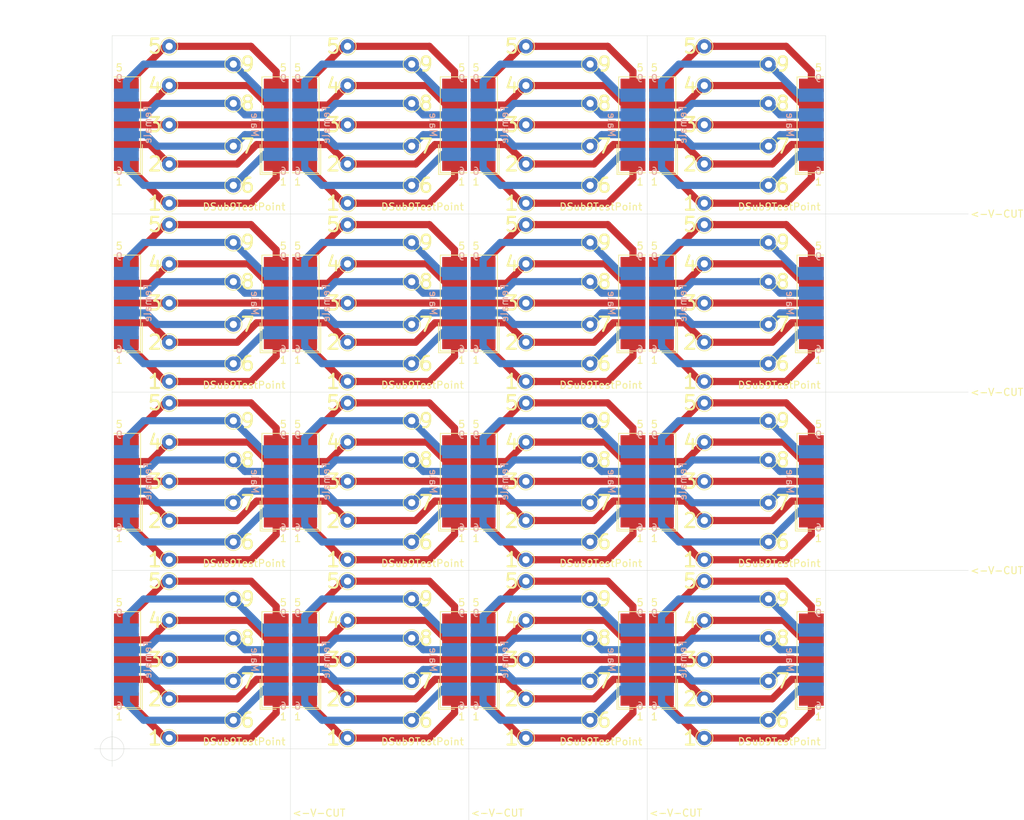
<source format=kicad_pcb>
(kicad_pcb (version 20171130) (host pcbnew "(5.1.5)-3")
  (layers (0 F.Cu signal) (31 B.Cu signal) (34 B.Paste user) (35 F.Paste user) (36 B.SilkS user) (37 F.SilkS user) (38 B.Mask user) (39 F.Mask user) (44 Edge.Cuts user))
  (net 0 "")
  (net 1 P1)
  (net 2 P2)
  (net 3 P3)
  (net 4 P4)
  (net 5 P5)
  (net 6 P6)
  (net 7 P7)
  (net 8 P8)
  (net 9 P9)
  (module TestPoint:TestPoint_THTPad_D2.0mm_Drill1.0mm (layer F.Cu) (at 133 101.5)
    (fp_text reference 5 (at -2 0) (layer F.SilkS) (effects (font (size 2 2) (thickness 0.3))))
    (fp_text value TestPoint)
    (pad 1 thru_hole circle (at 0 0) (size 2 2) (drill 1) (layers *.Cu *.Mask) (net 5 P5))
  )
  (module TestPoint:TestPoint_THTPad_D2.0mm_Drill1.0mm (layer F.Cu) (at 142 146)
    (fp_text reference 6 (at 2 0) (layer F.SilkS) (effects (font (size 2 2) (thickness 0.3))))
    (fp_text value TestPoint)
    (pad 1 thru_hole circle (at 0 0) (size 2 2) (drill 1) (layers *.Cu *.Mask) (net 6 P6))
  )
  (module TestPoint:TestPoint_THTPad_D2.0mm_Drill1.0mm (layer F.Cu) (at 142 115.5)
    (fp_text reference 7 (at 2 0) (layer F.SilkS) (effects (font (size 2 2) (thickness 0.3))))
    (fp_text value TestPoint)
    (pad 1 thru_hole circle (at 0 0) (size 2 2) (drill 1) (layers *.Cu *.Mask) (net 7 P7))
  )
  (module TestPoint:TestPoint_THTPad_D2.0mm_Drill1.0mm (layer F.Cu) (at 133 137.5)
    (fp_text reference 3 (at -2 0) (layer F.SilkS) (effects (font (size 2 2) (thickness 0.3))))
    (fp_text value TestPoint)
    (pad 1 thru_hole circle (at 0 0) (size 2 2) (drill 1) (layers *.Cu *.Mask) (net 3 P3))
  )
  (module TestPoint:TestPoint_THTPad_D2.0mm_Drill1.0mm (layer F.Cu) (at 142 109.5)
    (fp_text reference 8 (at 2 0) (layer F.SilkS) (effects (font (size 2 2) (thickness 0.3))))
    (fp_text value TestPoint)
    (pad 1 thru_hole circle (at 0 0) (size 2 2) (drill 1) (layers *.Cu *.Mask) (net 8 P8))
  )
  (module TestPoint:TestPoint_THTPad_D2.0mm_Drill1.0mm (layer F.Cu) (at 142 134.5)
    (fp_text reference 8 (at 2 0) (layer F.SilkS) (effects (font (size 2 2) (thickness 0.3))))
    (fp_text value TestPoint)
    (pad 1 thru_hole circle (at 0 0) (size 2 2) (drill 1) (layers *.Cu *.Mask) (net 8 P8))
  )
  (module TestPoint:TestPoint_THTPad_D2.0mm_Drill1.0mm (layer F.Cu) (at 133 148.5)
    (fp_text reference 1 (at -2 0) (layer F.SilkS) (effects (font (size 2 2) (thickness 0.3))))
    (fp_text value TestPoint)
    (pad 1 thru_hole circle (at 0 0) (size 2 2) (drill 1) (layers *.Cu *.Mask) (net 1 P1))
  )
  (module TestPoint:TestPoint_THTPad_D2.0mm_Drill1.0mm (layer F.Cu) (at 133 143)
    (fp_text reference 2 (at -2 0) (layer F.SilkS) (effects (font (size 2 2) (thickness 0.3))))
    (fp_text value TestPoint)
    (pad 1 thru_hole circle (at 0 0) (size 2 2) (drill 1) (layers *.Cu *.Mask) (net 2 P2))
  )
  (module TestPoint:TestPoint_THTPad_D2.0mm_Drill1.0mm (layer F.Cu) (at 133 107)
    (fp_text reference 4 (at -2 0) (layer F.SilkS) (effects (font (size 2 2) (thickness 0.3))))
    (fp_text value TestPoint)
    (pad 1 thru_hole circle (at 0 0) (size 2 2) (drill 1) (layers *.Cu *.Mask) (net 4 P4))
  )
  (module TestPoint:TestPoint_THTPad_D2.0mm_Drill1.0mm (layer F.Cu) (at 133 126.5)
    (fp_text reference 5 (at -2 0) (layer F.SilkS) (effects (font (size 2 2) (thickness 0.3))))
    (fp_text value TestPoint)
    (pad 1 thru_hole circle (at 0 0) (size 2 2) (drill 1) (layers *.Cu *.Mask) (net 5 P5))
  )
  (module TestPoint:TestPoint_THTPad_D2.0mm_Drill1.0mm (layer F.Cu) (at 142 121)
    (fp_text reference 6 (at 2 0) (layer F.SilkS) (effects (font (size 2 2) (thickness 0.3))))
    (fp_text value TestPoint)
    (pad 1 thru_hole circle (at 0 0) (size 2 2) (drill 1) (layers *.Cu *.Mask) (net 6 P6))
  )
  (module TestPoint:TestPoint_THTPad_D2.0mm_Drill1.0mm (layer F.Cu) (at 108 73.5)
    (fp_text reference 1 (at -2 0) (layer F.SilkS) (effects (font (size 2 2) (thickness 0.3))))
    (fp_text value TestPoint)
    (pad 1 thru_hole circle (at 0 0) (size 2 2) (drill 1) (layers *.Cu *.Mask) (net 1 P1))
  )
  (module Connector_Dsub:DSUB-9_Male_EdgeMount_P2.77mm (layer F.Cu) (at 123 62.5 90)
    (fp_text reference J2 hide)
    (fp_text value DB9_Male)
    (pad 9 smd rect (at 4.155 0 90) (size 1.846667 3.48) (layers B.Cu B.Paste B.Mask) (net 9 P9))
    (pad 8 smd rect (at 1.385 0 90) (size 1.846667 3.48) (layers B.Cu B.Paste B.Mask) (net 8 P8))
    (pad 7 smd rect (at -1.385 0 90) (size 1.846667 3.48) (layers B.Cu B.Paste B.Mask) (net 7 P7))
    (pad 6 smd rect (at -4.155 0 90) (size 1.846667 3.48) (layers B.Cu B.Paste B.Mask) (net 6 P6))
    (pad 5 smd rect (at 5.54 0 90) (size 1.846667 3.48) (layers F.Cu F.Paste F.Mask) (net 5 P5))
    (pad 4 smd rect (at 2.77 0 90) (size 1.846667 3.48) (layers F.Cu F.Paste F.Mask) (net 4 P4))
    (pad 3 smd rect (at 0 0 90) (size 1.846667 3.48) (layers F.Cu F.Paste F.Mask) (net 3 P3))
    (pad 2 smd rect (at -2.77 0 90) (size 1.846667 3.48) (layers F.Cu F.Paste F.Mask) (net 2 P2))
    (pad 1 smd rect (at -5.54 0 90) (size 1.846667 3.48) (layers F.Cu F.Paste F.Mask) (net 1 P1))
  )
  (module Connector_Dsub:DSUB-9_Female_EdgeMount_P2.77mm (layer F.Cu) (at 102 62.5 270)
    (fp_text reference J1 hide)
    (fp_text value DB9_Female)
    (pad 9 smd rect (at -4.155 0 270) (size 1.846667 3.48) (layers B.Cu B.Paste B.Mask) (net 9 P9))
    (pad 8 smd rect (at -1.385 0 270) (size 1.846667 3.48) (layers B.Cu B.Paste B.Mask) (net 8 P8))
    (pad 7 smd rect (at 1.385 0 270) (size 1.846667 3.48) (layers B.Cu B.Paste B.Mask) (net 7 P7))
    (pad 6 smd rect (at 4.155 0 270) (size 1.846667 3.48) (layers B.Cu B.Paste B.Mask) (net 6 P6))
    (pad 5 smd rect (at -5.54 0 270) (size 1.846667 3.48) (layers F.Cu F.Paste F.Mask) (net 5 P5))
    (pad 4 smd rect (at -2.77 0 270) (size 1.846667 3.48) (layers F.Cu F.Paste F.Mask) (net 4 P4))
    (pad 3 smd rect (at 0 0 270) (size 1.846667 3.48) (layers F.Cu F.Paste F.Mask) (net 3 P3))
    (pad 2 smd rect (at 2.77 0 270) (size 1.846667 3.48) (layers F.Cu F.Paste F.Mask) (net 2 P2))
    (pad 1 smd rect (at 5.54 0 270) (size 1.846667 3.48) (layers F.Cu F.Paste F.Mask) (net 1 P1))
  )
  (module TestPoint:TestPoint_THTPad_D2.0mm_Drill1.0mm (layer F.Cu) (at 117 65.5)
    (fp_text reference 7 (at 2 0) (layer F.SilkS) (effects (font (size 2 2) (thickness 0.3))))
    (fp_text value TestPoint)
    (pad 1 thru_hole circle (at 0 0) (size 2 2) (drill 1) (layers *.Cu *.Mask) (net 7 P7))
  )
  (module TestPoint:TestPoint_THTPad_D2.0mm_Drill1.0mm (layer F.Cu) (at 117 71)
    (fp_text reference 6 (at 2 0) (layer F.SilkS) (effects (font (size 2 2) (thickness 0.3))))
    (fp_text value TestPoint)
    (pad 1 thru_hole circle (at 0 0) (size 2 2) (drill 1) (layers *.Cu *.Mask) (net 6 P6))
  )
  (module TestPoint:TestPoint_THTPad_D2.0mm_Drill1.0mm (layer F.Cu) (at 108 51.5)
    (fp_text reference 5 (at -2 0) (layer F.SilkS) (effects (font (size 2 2) (thickness 0.3))))
    (fp_text value TestPoint)
    (pad 1 thru_hole circle (at 0 0) (size 2 2) (drill 1) (layers *.Cu *.Mask) (net 5 P5))
  )
  (module TestPoint:TestPoint_THTPad_D2.0mm_Drill1.0mm (layer F.Cu) (at 108 57)
    (fp_text reference 4 (at -2 0) (layer F.SilkS) (effects (font (size 2 2) (thickness 0.3))))
    (fp_text value TestPoint)
    (pad 1 thru_hole circle (at 0 0) (size 2 2) (drill 1) (layers *.Cu *.Mask) (net 4 P4))
  )
  (module TestPoint:TestPoint_THTPad_D2.0mm_Drill1.0mm (layer F.Cu) (at 108 62.5)
    (fp_text reference 3 (at -2 0) (layer F.SilkS) (effects (font (size 2 2) (thickness 0.3))))
    (fp_text value TestPoint)
    (pad 1 thru_hole circle (at 0 0) (size 2 2) (drill 1) (layers *.Cu *.Mask) (net 3 P3))
  )
  (module TestPoint:TestPoint_THTPad_D2.0mm_Drill1.0mm (layer F.Cu) (at 108 68)
    (fp_text reference 2 (at -2 0) (layer F.SilkS) (effects (font (size 2 2) (thickness 0.3))))
    (fp_text value TestPoint)
    (pad 1 thru_hole circle (at 0 0) (size 2 2) (drill 1) (layers *.Cu *.Mask) (net 2 P2))
  )
  (module TestPoint:TestPoint_THTPad_D2.0mm_Drill1.0mm (layer F.Cu) (at 117 84.5)
    (fp_text reference 8 (at 2 0) (layer F.SilkS) (effects (font (size 2 2) (thickness 0.3))))
    (fp_text value TestPoint)
    (pad 1 thru_hole circle (at 0 0) (size 2 2) (drill 1) (layers *.Cu *.Mask) (net 8 P8))
  )
  (module TestPoint:TestPoint_THTPad_D2.0mm_Drill1.0mm (layer F.Cu) (at 117 54)
    (fp_text reference 9 (at 2 0) (layer F.SilkS) (effects (font (size 2 2) (thickness 0.3))))
    (fp_text value TestPoint)
    (pad 1 thru_hole circle (at 0 0) (size 2 2) (drill 1) (layers *.Cu *.Mask) (net 9 P9))
  )
  (module TestPoint:TestPoint_THTPad_D2.0mm_Drill1.0mm (layer F.Cu) (at 117 59.5)
    (fp_text reference 8 (at 2 0) (layer F.SilkS) (effects (font (size 2 2) (thickness 0.3))))
    (fp_text value TestPoint)
    (pad 1 thru_hole circle (at 0 0) (size 2 2) (drill 1) (layers *.Cu *.Mask) (net 8 P8))
  )
  (module TestPoint:TestPoint_THTPad_D2.0mm_Drill1.0mm (layer F.Cu) (at 108 76.5)
    (fp_text reference 5 (at -2 0) (layer F.SilkS) (effects (font (size 2 2) (thickness 0.3))))
    (fp_text value TestPoint)
    (pad 1 thru_hole circle (at 0 0) (size 2 2) (drill 1) (layers *.Cu *.Mask) (net 5 P5))
  )
  (module TestPoint:TestPoint_THTPad_D2.0mm_Drill1.0mm (layer F.Cu) (at 108 93)
    (fp_text reference 2 (at -2 0) (layer F.SilkS) (effects (font (size 2 2) (thickness 0.3))))
    (fp_text value TestPoint)
    (pad 1 thru_hole circle (at 0 0) (size 2 2) (drill 1) (layers *.Cu *.Mask) (net 2 P2))
  )
  (module Connector_Dsub:DSUB-9_Male_EdgeMount_P2.77mm (layer F.Cu) (at 123 87.5 90)
    (fp_text reference J2 hide)
    (fp_text value DB9_Male)
    (pad 9 smd rect (at 4.155 0 90) (size 1.846667 3.48) (layers B.Cu B.Paste B.Mask) (net 9 P9))
    (pad 8 smd rect (at 1.385 0 90) (size 1.846667 3.48) (layers B.Cu B.Paste B.Mask) (net 8 P8))
    (pad 7 smd rect (at -1.385 0 90) (size 1.846667 3.48) (layers B.Cu B.Paste B.Mask) (net 7 P7))
    (pad 6 smd rect (at -4.155 0 90) (size 1.846667 3.48) (layers B.Cu B.Paste B.Mask) (net 6 P6))
    (pad 5 smd rect (at 5.54 0 90) (size 1.846667 3.48) (layers F.Cu F.Paste F.Mask) (net 5 P5))
    (pad 4 smd rect (at 2.77 0 90) (size 1.846667 3.48) (layers F.Cu F.Paste F.Mask) (net 4 P4))
    (pad 3 smd rect (at 0 0 90) (size 1.846667 3.48) (layers F.Cu F.Paste F.Mask) (net 3 P3))
    (pad 2 smd rect (at -2.77 0 90) (size 1.846667 3.48) (layers F.Cu F.Paste F.Mask) (net 2 P2))
    (pad 1 smd rect (at -5.54 0 90) (size 1.846667 3.48) (layers F.Cu F.Paste F.Mask) (net 1 P1))
  )
  (module Connector_Dsub:DSUB-9_Female_EdgeMount_P2.77mm (layer F.Cu) (at 102 112.5 270)
    (fp_text reference J1 hide)
    (fp_text value DB9_Female)
    (pad 9 smd rect (at -4.155 0 270) (size 1.846667 3.48) (layers B.Cu B.Paste B.Mask) (net 9 P9))
    (pad 8 smd rect (at -1.385 0 270) (size 1.846667 3.48) (layers B.Cu B.Paste B.Mask) (net 8 P8))
    (pad 7 smd rect (at 1.385 0 270) (size 1.846667 3.48) (layers B.Cu B.Paste B.Mask) (net 7 P7))
    (pad 6 smd rect (at 4.155 0 270) (size 1.846667 3.48) (layers B.Cu B.Paste B.Mask) (net 6 P6))
    (pad 5 smd rect (at -5.54 0 270) (size 1.846667 3.48) (layers F.Cu F.Paste F.Mask) (net 5 P5))
    (pad 4 smd rect (at -2.77 0 270) (size 1.846667 3.48) (layers F.Cu F.Paste F.Mask) (net 4 P4))
    (pad 3 smd rect (at 0 0 270) (size 1.846667 3.48) (layers F.Cu F.Paste F.Mask) (net 3 P3))
    (pad 2 smd rect (at 2.77 0 270) (size 1.846667 3.48) (layers F.Cu F.Paste F.Mask) (net 2 P2))
    (pad 1 smd rect (at 5.54 0 270) (size 1.846667 3.48) (layers F.Cu F.Paste F.Mask) (net 1 P1))
  )
  (module TestPoint:TestPoint_THTPad_D2.0mm_Drill1.0mm (layer F.Cu) (at 117 79)
    (fp_text reference 9 (at 2 0) (layer F.SilkS) (effects (font (size 2 2) (thickness 0.3))))
    (fp_text value TestPoint)
    (pad 1 thru_hole circle (at 0 0) (size 2 2) (drill 1) (layers *.Cu *.Mask) (net 9 P9))
  )
  (module Connector_Dsub:DSUB-9_Female_EdgeMount_P2.77mm (layer F.Cu) (at 102 87.5 270)
    (fp_text reference J1 hide)
    (fp_text value DB9_Female)
    (pad 9 smd rect (at -4.155 0 270) (size 1.846667 3.48) (layers B.Cu B.Paste B.Mask) (net 9 P9))
    (pad 8 smd rect (at -1.385 0 270) (size 1.846667 3.48) (layers B.Cu B.Paste B.Mask) (net 8 P8))
    (pad 7 smd rect (at 1.385 0 270) (size 1.846667 3.48) (layers B.Cu B.Paste B.Mask) (net 7 P7))
    (pad 6 smd rect (at 4.155 0 270) (size 1.846667 3.48) (layers B.Cu B.Paste B.Mask) (net 6 P6))
    (pad 5 smd rect (at -5.54 0 270) (size 1.846667 3.48) (layers F.Cu F.Paste F.Mask) (net 5 P5))
    (pad 4 smd rect (at -2.77 0 270) (size 1.846667 3.48) (layers F.Cu F.Paste F.Mask) (net 4 P4))
    (pad 3 smd rect (at 0 0 270) (size 1.846667 3.48) (layers F.Cu F.Paste F.Mask) (net 3 P3))
    (pad 2 smd rect (at 2.77 0 270) (size 1.846667 3.48) (layers F.Cu F.Paste F.Mask) (net 2 P2))
    (pad 1 smd rect (at 5.54 0 270) (size 1.846667 3.48) (layers F.Cu F.Paste F.Mask) (net 1 P1))
  )
  (module TestPoint:TestPoint_THTPad_D2.0mm_Drill1.0mm (layer F.Cu) (at 108 112.5)
    (fp_text reference 3 (at -2 0) (layer F.SilkS) (effects (font (size 2 2) (thickness 0.3))))
    (fp_text value TestPoint)
    (pad 1 thru_hole circle (at 0 0) (size 2 2) (drill 1) (layers *.Cu *.Mask) (net 3 P3))
  )
  (module TestPoint:TestPoint_THTPad_D2.0mm_Drill1.0mm (layer F.Cu) (at 108 118)
    (fp_text reference 2 (at -2 0) (layer F.SilkS) (effects (font (size 2 2) (thickness 0.3))))
    (fp_text value TestPoint)
    (pad 1 thru_hole circle (at 0 0) (size 2 2) (drill 1) (layers *.Cu *.Mask) (net 2 P2))
  )
  (module TestPoint:TestPoint_THTPad_D2.0mm_Drill1.0mm (layer F.Cu) (at 117 96)
    (fp_text reference 6 (at 2 0) (layer F.SilkS) (effects (font (size 2 2) (thickness 0.3))))
    (fp_text value TestPoint)
    (pad 1 thru_hole circle (at 0 0) (size 2 2) (drill 1) (layers *.Cu *.Mask) (net 6 P6))
  )
  (module TestPoint:TestPoint_THTPad_D2.0mm_Drill1.0mm (layer F.Cu) (at 108 82)
    (fp_text reference 4 (at -2 0) (layer F.SilkS) (effects (font (size 2 2) (thickness 0.3))))
    (fp_text value TestPoint)
    (pad 1 thru_hole circle (at 0 0) (size 2 2) (drill 1) (layers *.Cu *.Mask) (net 4 P4))
  )
  (module TestPoint:TestPoint_THTPad_D2.0mm_Drill1.0mm (layer F.Cu) (at 108 87.5)
    (fp_text reference 3 (at -2 0) (layer F.SilkS) (effects (font (size 2 2) (thickness 0.3))))
    (fp_text value TestPoint)
    (pad 1 thru_hole circle (at 0 0) (size 2 2) (drill 1) (layers *.Cu *.Mask) (net 3 P3))
  )
  (module TestPoint:TestPoint_THTPad_D2.0mm_Drill1.0mm (layer F.Cu) (at 117 90.5)
    (fp_text reference 7 (at 2 0) (layer F.SilkS) (effects (font (size 2 2) (thickness 0.3))))
    (fp_text value TestPoint)
    (pad 1 thru_hole circle (at 0 0) (size 2 2) (drill 1) (layers *.Cu *.Mask) (net 7 P7))
  )
  (module TestPoint:TestPoint_THTPad_D2.0mm_Drill1.0mm (layer F.Cu) (at 108 98.5)
    (fp_text reference 1 (at -2 0) (layer F.SilkS) (effects (font (size 2 2) (thickness 0.3))))
    (fp_text value TestPoint)
    (pad 1 thru_hole circle (at 0 0) (size 2 2) (drill 1) (layers *.Cu *.Mask) (net 1 P1))
  )
  (module TestPoint:TestPoint_THTPad_D2.0mm_Drill1.0mm (layer F.Cu) (at 108 123.5)
    (fp_text reference 1 (at -2 0) (layer F.SilkS) (effects (font (size 2 2) (thickness 0.3))))
    (fp_text value TestPoint)
    (pad 1 thru_hole circle (at 0 0) (size 2 2) (drill 1) (layers *.Cu *.Mask) (net 1 P1))
  )
  (module Connector_Dsub:DSUB-9_Male_EdgeMount_P2.77mm (layer F.Cu) (at 123 112.5 90)
    (fp_text reference J2 hide)
    (fp_text value DB9_Male)
    (pad 9 smd rect (at 4.155 0 90) (size 1.846667 3.48) (layers B.Cu B.Paste B.Mask) (net 9 P9))
    (pad 8 smd rect (at 1.385 0 90) (size 1.846667 3.48) (layers B.Cu B.Paste B.Mask) (net 8 P8))
    (pad 7 smd rect (at -1.385 0 90) (size 1.846667 3.48) (layers B.Cu B.Paste B.Mask) (net 7 P7))
    (pad 6 smd rect (at -4.155 0 90) (size 1.846667 3.48) (layers B.Cu B.Paste B.Mask) (net 6 P6))
    (pad 5 smd rect (at 5.54 0 90) (size 1.846667 3.48) (layers F.Cu F.Paste F.Mask) (net 5 P5))
    (pad 4 smd rect (at 2.77 0 90) (size 1.846667 3.48) (layers F.Cu F.Paste F.Mask) (net 4 P4))
    (pad 3 smd rect (at 0 0 90) (size 1.846667 3.48) (layers F.Cu F.Paste F.Mask) (net 3 P3))
    (pad 2 smd rect (at -2.77 0 90) (size 1.846667 3.48) (layers F.Cu F.Paste F.Mask) (net 2 P2))
    (pad 1 smd rect (at -5.54 0 90) (size 1.846667 3.48) (layers F.Cu F.Paste F.Mask) (net 1 P1))
  )
  (module Connector_Dsub:DSUB-9_Male_EdgeMount_P2.77mm (layer F.Cu) (at 123 137.5 90)
    (fp_text reference J2 hide)
    (fp_text value DB9_Male)
    (pad 9 smd rect (at 4.155 0 90) (size 1.846667 3.48) (layers B.Cu B.Paste B.Mask) (net 9 P9))
    (pad 8 smd rect (at 1.385 0 90) (size 1.846667 3.48) (layers B.Cu B.Paste B.Mask) (net 8 P8))
    (pad 7 smd rect (at -1.385 0 90) (size 1.846667 3.48) (layers B.Cu B.Paste B.Mask) (net 7 P7))
    (pad 6 smd rect (at -4.155 0 90) (size 1.846667 3.48) (layers B.Cu B.Paste B.Mask) (net 6 P6))
    (pad 5 smd rect (at 5.54 0 90) (size 1.846667 3.48) (layers F.Cu F.Paste F.Mask) (net 5 P5))
    (pad 4 smd rect (at 2.77 0 90) (size 1.846667 3.48) (layers F.Cu F.Paste F.Mask) (net 4 P4))
    (pad 3 smd rect (at 0 0 90) (size 1.846667 3.48) (layers F.Cu F.Paste F.Mask) (net 3 P3))
    (pad 2 smd rect (at -2.77 0 90) (size 1.846667 3.48) (layers F.Cu F.Paste F.Mask) (net 2 P2))
    (pad 1 smd rect (at -5.54 0 90) (size 1.846667 3.48) (layers F.Cu F.Paste F.Mask) (net 1 P1))
  )
  (module TestPoint:TestPoint_THTPad_D2.0mm_Drill1.0mm (layer F.Cu) (at 117 140.5)
    (fp_text reference 7 (at 2 0) (layer F.SilkS) (effects (font (size 2 2) (thickness 0.3))))
    (fp_text value TestPoint)
    (pad 1 thru_hole circle (at 0 0) (size 2 2) (drill 1) (layers *.Cu *.Mask) (net 7 P7))
  )
  (module TestPoint:TestPoint_THTPad_D2.0mm_Drill1.0mm (layer F.Cu) (at 108 132)
    (fp_text reference 4 (at -2 0) (layer F.SilkS) (effects (font (size 2 2) (thickness 0.3))))
    (fp_text value TestPoint)
    (pad 1 thru_hole circle (at 0 0) (size 2 2) (drill 1) (layers *.Cu *.Mask) (net 4 P4))
  )
  (module Connector_Dsub:DSUB-9_Female_EdgeMount_P2.77mm (layer F.Cu) (at 102 137.5 270)
    (fp_text reference J1 hide)
    (fp_text value DB9_Female)
    (pad 9 smd rect (at -4.155 0 270) (size 1.846667 3.48) (layers B.Cu B.Paste B.Mask) (net 9 P9))
    (pad 8 smd rect (at -1.385 0 270) (size 1.846667 3.48) (layers B.Cu B.Paste B.Mask) (net 8 P8))
    (pad 7 smd rect (at 1.385 0 270) (size 1.846667 3.48) (layers B.Cu B.Paste B.Mask) (net 7 P7))
    (pad 6 smd rect (at 4.155 0 270) (size 1.846667 3.48) (layers B.Cu B.Paste B.Mask) (net 6 P6))
    (pad 5 smd rect (at -5.54 0 270) (size 1.846667 3.48) (layers F.Cu F.Paste F.Mask) (net 5 P5))
    (pad 4 smd rect (at -2.77 0 270) (size 1.846667 3.48) (layers F.Cu F.Paste F.Mask) (net 4 P4))
    (pad 3 smd rect (at 0 0 270) (size 1.846667 3.48) (layers F.Cu F.Paste F.Mask) (net 3 P3))
    (pad 2 smd rect (at 2.77 0 270) (size 1.846667 3.48) (layers F.Cu F.Paste F.Mask) (net 2 P2))
    (pad 1 smd rect (at 5.54 0 270) (size 1.846667 3.48) (layers F.Cu F.Paste F.Mask) (net 1 P1))
  )
  (module TestPoint:TestPoint_THTPad_D2.0mm_Drill1.0mm (layer F.Cu) (at 117 104)
    (fp_text reference 9 (at 2 0) (layer F.SilkS) (effects (font (size 2 2) (thickness 0.3))))
    (fp_text value TestPoint)
    (pad 1 thru_hole circle (at 0 0) (size 2 2) (drill 1) (layers *.Cu *.Mask) (net 9 P9))
  )
  (module TestPoint:TestPoint_THTPad_D2.0mm_Drill1.0mm (layer F.Cu) (at 117 129)
    (fp_text reference 9 (at 2 0) (layer F.SilkS) (effects (font (size 2 2) (thickness 0.3))))
    (fp_text value TestPoint)
    (pad 1 thru_hole circle (at 0 0) (size 2 2) (drill 1) (layers *.Cu *.Mask) (net 9 P9))
  )
  (module TestPoint:TestPoint_THTPad_D2.0mm_Drill1.0mm (layer F.Cu) (at 108 126.5)
    (fp_text reference 5 (at -2 0) (layer F.SilkS) (effects (font (size 2 2) (thickness 0.3))))
    (fp_text value TestPoint)
    (pad 1 thru_hole circle (at 0 0) (size 2 2) (drill 1) (layers *.Cu *.Mask) (net 5 P5))
  )
  (module TestPoint:TestPoint_THTPad_D2.0mm_Drill1.0mm (layer F.Cu) (at 117 121)
    (fp_text reference 6 (at 2 0) (layer F.SilkS) (effects (font (size 2 2) (thickness 0.3))))
    (fp_text value TestPoint)
    (pad 1 thru_hole circle (at 0 0) (size 2 2) (drill 1) (layers *.Cu *.Mask) (net 6 P6))
  )
  (module TestPoint:TestPoint_THTPad_D2.0mm_Drill1.0mm (layer F.Cu) (at 108 107)
    (fp_text reference 4 (at -2 0) (layer F.SilkS) (effects (font (size 2 2) (thickness 0.3))))
    (fp_text value TestPoint)
    (pad 1 thru_hole circle (at 0 0) (size 2 2) (drill 1) (layers *.Cu *.Mask) (net 4 P4))
  )
  (module TestPoint:TestPoint_THTPad_D2.0mm_Drill1.0mm (layer F.Cu) (at 117 134.5)
    (fp_text reference 8 (at 2 0) (layer F.SilkS) (effects (font (size 2 2) (thickness 0.3))))
    (fp_text value TestPoint)
    (pad 1 thru_hole circle (at 0 0) (size 2 2) (drill 1) (layers *.Cu *.Mask) (net 8 P8))
  )
  (module TestPoint:TestPoint_THTPad_D2.0mm_Drill1.0mm (layer F.Cu) (at 117 146)
    (fp_text reference 6 (at 2 0) (layer F.SilkS) (effects (font (size 2 2) (thickness 0.3))))
    (fp_text value TestPoint)
    (pad 1 thru_hole circle (at 0 0) (size 2 2) (drill 1) (layers *.Cu *.Mask) (net 6 P6))
  )
  (module TestPoint:TestPoint_THTPad_D2.0mm_Drill1.0mm (layer F.Cu) (at 108 137.5)
    (fp_text reference 3 (at -2 0) (layer F.SilkS) (effects (font (size 2 2) (thickness 0.3))))
    (fp_text value TestPoint)
    (pad 1 thru_hole circle (at 0 0) (size 2 2) (drill 1) (layers *.Cu *.Mask) (net 3 P3))
  )
  (module TestPoint:TestPoint_THTPad_D2.0mm_Drill1.0mm (layer F.Cu) (at 108 143)
    (fp_text reference 2 (at -2 0) (layer F.SilkS) (effects (font (size 2 2) (thickness 0.3))))
    (fp_text value TestPoint)
    (pad 1 thru_hole circle (at 0 0) (size 2 2) (drill 1) (layers *.Cu *.Mask) (net 2 P2))
  )
  (module TestPoint:TestPoint_THTPad_D2.0mm_Drill1.0mm (layer F.Cu) (at 108 148.5)
    (fp_text reference 1 (at -2 0) (layer F.SilkS) (effects (font (size 2 2) (thickness 0.3))))
    (fp_text value TestPoint)
    (pad 1 thru_hole circle (at 0 0) (size 2 2) (drill 1) (layers *.Cu *.Mask) (net 1 P1))
  )
  (module TestPoint:TestPoint_THTPad_D2.0mm_Drill1.0mm (layer F.Cu) (at 117 109.5)
    (fp_text reference 8 (at 2 0) (layer F.SilkS) (effects (font (size 2 2) (thickness 0.3))))
    (fp_text value TestPoint)
    (pad 1 thru_hole circle (at 0 0) (size 2 2) (drill 1) (layers *.Cu *.Mask) (net 8 P8))
  )
  (module TestPoint:TestPoint_THTPad_D2.0mm_Drill1.0mm (layer F.Cu) (at 108 101.5)
    (fp_text reference 5 (at -2 0) (layer F.SilkS) (effects (font (size 2 2) (thickness 0.3))))
    (fp_text value TestPoint)
    (pad 1 thru_hole circle (at 0 0) (size 2 2) (drill 1) (layers *.Cu *.Mask) (net 5 P5))
  )
  (module TestPoint:TestPoint_THTPad_D2.0mm_Drill1.0mm (layer F.Cu) (at 117 115.5)
    (fp_text reference 7 (at 2 0) (layer F.SilkS) (effects (font (size 2 2) (thickness 0.3))))
    (fp_text value TestPoint)
    (pad 1 thru_hole circle (at 0 0) (size 2 2) (drill 1) (layers *.Cu *.Mask) (net 7 P7))
  )
  (module TestPoint:TestPoint_THTPad_D2.0mm_Drill1.0mm (layer F.Cu) (at 142 71)
    (fp_text reference 6 (at 2 0) (layer F.SilkS) (effects (font (size 2 2) (thickness 0.3))))
    (fp_text value TestPoint)
    (pad 1 thru_hole circle (at 0 0) (size 2 2) (drill 1) (layers *.Cu *.Mask) (net 6 P6))
  )
  (module TestPoint:TestPoint_THTPad_D2.0mm_Drill1.0mm (layer F.Cu) (at 142 59.5)
    (fp_text reference 8 (at 2 0) (layer F.SilkS) (effects (font (size 2 2) (thickness 0.3))))
    (fp_text value TestPoint)
    (pad 1 thru_hole circle (at 0 0) (size 2 2) (drill 1) (layers *.Cu *.Mask) (net 8 P8))
  )
  (module TestPoint:TestPoint_THTPad_D2.0mm_Drill1.0mm (layer F.Cu) (at 133 51.5)
    (fp_text reference 5 (at -2 0) (layer F.SilkS) (effects (font (size 2 2) (thickness 0.3))))
    (fp_text value TestPoint)
    (pad 1 thru_hole circle (at 0 0) (size 2 2) (drill 1) (layers *.Cu *.Mask) (net 5 P5))
  )
  (module Connector_Dsub:DSUB-9_Male_EdgeMount_P2.77mm (layer F.Cu) (at 148 87.5 90)
    (fp_text reference J2 hide)
    (fp_text value DB9_Male)
    (pad 1 smd rect (at -5.54 0 90) (size 1.846667 3.48) (layers F.Cu F.Paste F.Mask) (net 1 P1))
    (pad 2 smd rect (at -2.77 0 90) (size 1.846667 3.48) (layers F.Cu F.Paste F.Mask) (net 2 P2))
    (pad 3 smd rect (at 0 0 90) (size 1.846667 3.48) (layers F.Cu F.Paste F.Mask) (net 3 P3))
    (pad 4 smd rect (at 2.77 0 90) (size 1.846667 3.48) (layers F.Cu F.Paste F.Mask) (net 4 P4))
    (pad 5 smd rect (at 5.54 0 90) (size 1.846667 3.48) (layers F.Cu F.Paste F.Mask) (net 5 P5))
    (pad 6 smd rect (at -4.155 0 90) (size 1.846667 3.48) (layers B.Cu B.Paste B.Mask) (net 6 P6))
    (pad 7 smd rect (at -1.385 0 90) (size 1.846667 3.48) (layers B.Cu B.Paste B.Mask) (net 7 P7))
    (pad 8 smd rect (at 1.385 0 90) (size 1.846667 3.48) (layers B.Cu B.Paste B.Mask) (net 8 P8))
    (pad 9 smd rect (at 4.155 0 90) (size 1.846667 3.48) (layers B.Cu B.Paste B.Mask) (net 9 P9))
  )
  (module TestPoint:TestPoint_THTPad_D2.0mm_Drill1.0mm (layer F.Cu) (at 133 93)
    (fp_text reference 2 (at -2 0) (layer F.SilkS) (effects (font (size 2 2) (thickness 0.3))))
    (fp_text value TestPoint)
    (pad 1 thru_hole circle (at 0 0) (size 2 2) (drill 1) (layers *.Cu *.Mask) (net 2 P2))
  )
  (module TestPoint:TestPoint_THTPad_D2.0mm_Drill1.0mm (layer F.Cu) (at 142 54)
    (fp_text reference 9 (at 2 0) (layer F.SilkS) (effects (font (size 2 2) (thickness 0.3))))
    (fp_text value TestPoint)
    (pad 1 thru_hole circle (at 0 0) (size 2 2) (drill 1) (layers *.Cu *.Mask) (net 9 P9))
  )
  (module TestPoint:TestPoint_THTPad_D2.0mm_Drill1.0mm (layer F.Cu) (at 142 84.5)
    (fp_text reference 8 (at 2 0) (layer F.SilkS) (effects (font (size 2 2) (thickness 0.3))))
    (fp_text value TestPoint)
    (pad 1 thru_hole circle (at 0 0) (size 2 2) (drill 1) (layers *.Cu *.Mask) (net 8 P8))
  )
  (module Connector_Dsub:DSUB-9_Male_EdgeMount_P2.77mm (layer F.Cu) (at 148 62.5 90)
    (fp_text reference J2 hide)
    (fp_text value DB9_Male)
    (pad 1 smd rect (at -5.54 0 90) (size 1.846667 3.48) (layers F.Cu F.Paste F.Mask) (net 1 P1))
    (pad 2 smd rect (at -2.77 0 90) (size 1.846667 3.48) (layers F.Cu F.Paste F.Mask) (net 2 P2))
    (pad 3 smd rect (at 0 0 90) (size 1.846667 3.48) (layers F.Cu F.Paste F.Mask) (net 3 P3))
    (pad 4 smd rect (at 2.77 0 90) (size 1.846667 3.48) (layers F.Cu F.Paste F.Mask) (net 4 P4))
    (pad 5 smd rect (at 5.54 0 90) (size 1.846667 3.48) (layers F.Cu F.Paste F.Mask) (net 5 P5))
    (pad 6 smd rect (at -4.155 0 90) (size 1.846667 3.48) (layers B.Cu B.Paste B.Mask) (net 6 P6))
    (pad 7 smd rect (at -1.385 0 90) (size 1.846667 3.48) (layers B.Cu B.Paste B.Mask) (net 7 P7))
    (pad 8 smd rect (at 1.385 0 90) (size 1.846667 3.48) (layers B.Cu B.Paste B.Mask) (net 8 P8))
    (pad 9 smd rect (at 4.155 0 90) (size 1.846667 3.48) (layers B.Cu B.Paste B.Mask) (net 9 P9))
  )
  (module TestPoint:TestPoint_THTPad_D2.0mm_Drill1.0mm (layer F.Cu) (at 133 68)
    (fp_text reference 2 (at -2 0) (layer F.SilkS) (effects (font (size 2 2) (thickness 0.3))))
    (fp_text value TestPoint)
    (pad 1 thru_hole circle (at 0 0) (size 2 2) (drill 1) (layers *.Cu *.Mask) (net 2 P2))
  )
  (module TestPoint:TestPoint_THTPad_D2.0mm_Drill1.0mm (layer F.Cu) (at 133 76.5)
    (fp_text reference 5 (at -2 0) (layer F.SilkS) (effects (font (size 2 2) (thickness 0.3))))
    (fp_text value TestPoint)
    (pad 1 thru_hole circle (at 0 0) (size 2 2) (drill 1) (layers *.Cu *.Mask) (net 5 P5))
  )
  (module TestPoint:TestPoint_THTPad_D2.0mm_Drill1.0mm (layer F.Cu) (at 133 73.5)
    (fp_text reference 1 (at -2 0) (layer F.SilkS) (effects (font (size 2 2) (thickness 0.3))))
    (fp_text value TestPoint)
    (pad 1 thru_hole circle (at 0 0) (size 2 2) (drill 1) (layers *.Cu *.Mask) (net 1 P1))
  )
  (module Connector_Dsub:DSUB-9_Female_EdgeMount_P2.77mm (layer F.Cu) (at 127 62.5 270)
    (fp_text reference J1 hide)
    (fp_text value DB9_Female)
    (pad 1 smd rect (at 5.54 0 270) (size 1.846667 3.48) (layers F.Cu F.Paste F.Mask) (net 1 P1))
    (pad 2 smd rect (at 2.77 0 270) (size 1.846667 3.48) (layers F.Cu F.Paste F.Mask) (net 2 P2))
    (pad 3 smd rect (at 0 0 270) (size 1.846667 3.48) (layers F.Cu F.Paste F.Mask) (net 3 P3))
    (pad 4 smd rect (at -2.77 0 270) (size 1.846667 3.48) (layers F.Cu F.Paste F.Mask) (net 4 P4))
    (pad 5 smd rect (at -5.54 0 270) (size 1.846667 3.48) (layers F.Cu F.Paste F.Mask) (net 5 P5))
    (pad 6 smd rect (at 4.155 0 270) (size 1.846667 3.48) (layers B.Cu B.Paste B.Mask) (net 6 P6))
    (pad 7 smd rect (at 1.385 0 270) (size 1.846667 3.48) (layers B.Cu B.Paste B.Mask) (net 7 P7))
    (pad 8 smd rect (at -1.385 0 270) (size 1.846667 3.48) (layers B.Cu B.Paste B.Mask) (net 8 P8))
    (pad 9 smd rect (at -4.155 0 270) (size 1.846667 3.48) (layers B.Cu B.Paste B.Mask) (net 9 P9))
  )
  (module TestPoint:TestPoint_THTPad_D2.0mm_Drill1.0mm (layer F.Cu) (at 133 57)
    (fp_text reference 4 (at -2 0) (layer F.SilkS) (effects (font (size 2 2) (thickness 0.3))))
    (fp_text value TestPoint)
    (pad 1 thru_hole circle (at 0 0) (size 2 2) (drill 1) (layers *.Cu *.Mask) (net 4 P4))
  )
  (module TestPoint:TestPoint_THTPad_D2.0mm_Drill1.0mm (layer F.Cu) (at 133 62.5)
    (fp_text reference 3 (at -2 0) (layer F.SilkS) (effects (font (size 2 2) (thickness 0.3))))
    (fp_text value TestPoint)
    (pad 1 thru_hole circle (at 0 0) (size 2 2) (drill 1) (layers *.Cu *.Mask) (net 3 P3))
  )
  (module TestPoint:TestPoint_THTPad_D2.0mm_Drill1.0mm (layer F.Cu) (at 142 65.5)
    (fp_text reference 7 (at 2 0) (layer F.SilkS) (effects (font (size 2 2) (thickness 0.3))))
    (fp_text value TestPoint)
    (pad 1 thru_hole circle (at 0 0) (size 2 2) (drill 1) (layers *.Cu *.Mask) (net 7 P7))
  )
  (module TestPoint:TestPoint_THTPad_D2.0mm_Drill1.0mm (layer F.Cu) (at 133 112.5)
    (fp_text reference 3 (at -2 0) (layer F.SilkS) (effects (font (size 2 2) (thickness 0.3))))
    (fp_text value TestPoint)
    (pad 1 thru_hole circle (at 0 0) (size 2 2) (drill 1) (layers *.Cu *.Mask) (net 3 P3))
  )
  (module TestPoint:TestPoint_THTPad_D2.0mm_Drill1.0mm (layer F.Cu) (at 133 82)
    (fp_text reference 4 (at -2 0) (layer F.SilkS) (effects (font (size 2 2) (thickness 0.3))))
    (fp_text value TestPoint)
    (pad 1 thru_hole circle (at 0 0) (size 2 2) (drill 1) (layers *.Cu *.Mask) (net 4 P4))
  )
  (module Connector_Dsub:DSUB-9_Male_EdgeMount_P2.77mm (layer F.Cu) (at 148 112.5 90)
    (fp_text reference J2 hide)
    (fp_text value DB9_Male)
    (pad 1 smd rect (at -5.54 0 90) (size 1.846667 3.48) (layers F.Cu F.Paste F.Mask) (net 1 P1))
    (pad 2 smd rect (at -2.77 0 90) (size 1.846667 3.48) (layers F.Cu F.Paste F.Mask) (net 2 P2))
    (pad 3 smd rect (at 0 0 90) (size 1.846667 3.48) (layers F.Cu F.Paste F.Mask) (net 3 P3))
    (pad 4 smd rect (at 2.77 0 90) (size 1.846667 3.48) (layers F.Cu F.Paste F.Mask) (net 4 P4))
    (pad 5 smd rect (at 5.54 0 90) (size 1.846667 3.48) (layers F.Cu F.Paste F.Mask) (net 5 P5))
    (pad 6 smd rect (at -4.155 0 90) (size 1.846667 3.48) (layers B.Cu B.Paste B.Mask) (net 6 P6))
    (pad 7 smd rect (at -1.385 0 90) (size 1.846667 3.48) (layers B.Cu B.Paste B.Mask) (net 7 P7))
    (pad 8 smd rect (at 1.385 0 90) (size 1.846667 3.48) (layers B.Cu B.Paste B.Mask) (net 8 P8))
    (pad 9 smd rect (at 4.155 0 90) (size 1.846667 3.48) (layers B.Cu B.Paste B.Mask) (net 9 P9))
  )
  (module TestPoint:TestPoint_THTPad_D2.0mm_Drill1.0mm (layer F.Cu) (at 133 118)
    (fp_text reference 2 (at -2 0) (layer F.SilkS) (effects (font (size 2 2) (thickness 0.3))))
    (fp_text value TestPoint)
    (pad 1 thru_hole circle (at 0 0) (size 2 2) (drill 1) (layers *.Cu *.Mask) (net 2 P2))
  )
  (module TestPoint:TestPoint_THTPad_D2.0mm_Drill1.0mm (layer F.Cu) (at 133 87.5)
    (fp_text reference 3 (at -2 0) (layer F.SilkS) (effects (font (size 2 2) (thickness 0.3))))
    (fp_text value TestPoint)
    (pad 1 thru_hole circle (at 0 0) (size 2 2) (drill 1) (layers *.Cu *.Mask) (net 3 P3))
  )
  (module Connector_Dsub:DSUB-9_Female_EdgeMount_P2.77mm (layer F.Cu) (at 127 137.5 270)
    (fp_text reference J1 hide)
    (fp_text value DB9_Female)
    (pad 1 smd rect (at 5.54 0 270) (size 1.846667 3.48) (layers F.Cu F.Paste F.Mask) (net 1 P1))
    (pad 2 smd rect (at 2.77 0 270) (size 1.846667 3.48) (layers F.Cu F.Paste F.Mask) (net 2 P2))
    (pad 3 smd rect (at 0 0 270) (size 1.846667 3.48) (layers F.Cu F.Paste F.Mask) (net 3 P3))
    (pad 4 smd rect (at -2.77 0 270) (size 1.846667 3.48) (layers F.Cu F.Paste F.Mask) (net 4 P4))
    (pad 5 smd rect (at -5.54 0 270) (size 1.846667 3.48) (layers F.Cu F.Paste F.Mask) (net 5 P5))
    (pad 6 smd rect (at 4.155 0 270) (size 1.846667 3.48) (layers B.Cu B.Paste B.Mask) (net 6 P6))
    (pad 7 smd rect (at 1.385 0 270) (size 1.846667 3.48) (layers B.Cu B.Paste B.Mask) (net 7 P7))
    (pad 8 smd rect (at -1.385 0 270) (size 1.846667 3.48) (layers B.Cu B.Paste B.Mask) (net 8 P8))
    (pad 9 smd rect (at -4.155 0 270) (size 1.846667 3.48) (layers B.Cu B.Paste B.Mask) (net 9 P9))
  )
  (module TestPoint:TestPoint_THTPad_D2.0mm_Drill1.0mm (layer F.Cu) (at 142 90.5)
    (fp_text reference 7 (at 2 0) (layer F.SilkS) (effects (font (size 2 2) (thickness 0.3))))
    (fp_text value TestPoint)
    (pad 1 thru_hole circle (at 0 0) (size 2 2) (drill 1) (layers *.Cu *.Mask) (net 7 P7))
  )
  (module TestPoint:TestPoint_THTPad_D2.0mm_Drill1.0mm (layer F.Cu) (at 142 140.5)
    (fp_text reference 7 (at 2 0) (layer F.SilkS) (effects (font (size 2 2) (thickness 0.3))))
    (fp_text value TestPoint)
    (pad 1 thru_hole circle (at 0 0) (size 2 2) (drill 1) (layers *.Cu *.Mask) (net 7 P7))
  )
  (module TestPoint:TestPoint_THTPad_D2.0mm_Drill1.0mm (layer F.Cu) (at 142 96)
    (fp_text reference 6 (at 2 0) (layer F.SilkS) (effects (font (size 2 2) (thickness 0.3))))
    (fp_text value TestPoint)
    (pad 1 thru_hole circle (at 0 0) (size 2 2) (drill 1) (layers *.Cu *.Mask) (net 6 P6))
  )
  (module TestPoint:TestPoint_THTPad_D2.0mm_Drill1.0mm (layer F.Cu) (at 133 98.5)
    (fp_text reference 1 (at -2 0) (layer F.SilkS) (effects (font (size 2 2) (thickness 0.3))))
    (fp_text value TestPoint)
    (pad 1 thru_hole circle (at 0 0) (size 2 2) (drill 1) (layers *.Cu *.Mask) (net 1 P1))
  )
  (module TestPoint:TestPoint_THTPad_D2.0mm_Drill1.0mm (layer F.Cu) (at 133 123.5)
    (fp_text reference 1 (at -2 0) (layer F.SilkS) (effects (font (size 2 2) (thickness 0.3))))
    (fp_text value TestPoint)
    (pad 1 thru_hole circle (at 0 0) (size 2 2) (drill 1) (layers *.Cu *.Mask) (net 1 P1))
  )
  (module TestPoint:TestPoint_THTPad_D2.0mm_Drill1.0mm (layer F.Cu) (at 142 129)
    (fp_text reference 9 (at 2 0) (layer F.SilkS) (effects (font (size 2 2) (thickness 0.3))))
    (fp_text value TestPoint)
    (pad 1 thru_hole circle (at 0 0) (size 2 2) (drill 1) (layers *.Cu *.Mask) (net 9 P9))
  )
  (module Connector_Dsub:DSUB-9_Female_EdgeMount_P2.77mm (layer F.Cu) (at 127 112.5 270)
    (fp_text reference J1 hide)
    (fp_text value DB9_Female)
    (pad 1 smd rect (at 5.54 0 270) (size 1.846667 3.48) (layers F.Cu F.Paste F.Mask) (net 1 P1))
    (pad 2 smd rect (at 2.77 0 270) (size 1.846667 3.48) (layers F.Cu F.Paste F.Mask) (net 2 P2))
    (pad 3 smd rect (at 0 0 270) (size 1.846667 3.48) (layers F.Cu F.Paste F.Mask) (net 3 P3))
    (pad 4 smd rect (at -2.77 0 270) (size 1.846667 3.48) (layers F.Cu F.Paste F.Mask) (net 4 P4))
    (pad 5 smd rect (at -5.54 0 270) (size 1.846667 3.48) (layers F.Cu F.Paste F.Mask) (net 5 P5))
    (pad 6 smd rect (at 4.155 0 270) (size 1.846667 3.48) (layers B.Cu B.Paste B.Mask) (net 6 P6))
    (pad 7 smd rect (at 1.385 0 270) (size 1.846667 3.48) (layers B.Cu B.Paste B.Mask) (net 7 P7))
    (pad 8 smd rect (at -1.385 0 270) (size 1.846667 3.48) (layers B.Cu B.Paste B.Mask) (net 8 P8))
    (pad 9 smd rect (at -4.155 0 270) (size 1.846667 3.48) (layers B.Cu B.Paste B.Mask) (net 9 P9))
  )
  (module TestPoint:TestPoint_THTPad_D2.0mm_Drill1.0mm (layer F.Cu) (at 142 104)
    (fp_text reference 9 (at 2 0) (layer F.SilkS) (effects (font (size 2 2) (thickness 0.3))))
    (fp_text value TestPoint)
    (pad 1 thru_hole circle (at 0 0) (size 2 2) (drill 1) (layers *.Cu *.Mask) (net 9 P9))
  )
  (module TestPoint:TestPoint_THTPad_D2.0mm_Drill1.0mm (layer F.Cu) (at 142 79)
    (fp_text reference 9 (at 2 0) (layer F.SilkS) (effects (font (size 2 2) (thickness 0.3))))
    (fp_text value TestPoint)
    (pad 1 thru_hole circle (at 0 0) (size 2 2) (drill 1) (layers *.Cu *.Mask) (net 9 P9))
  )
  (module TestPoint:TestPoint_THTPad_D2.0mm_Drill1.0mm (layer F.Cu) (at 133 132)
    (fp_text reference 4 (at -2 0) (layer F.SilkS) (effects (font (size 2 2) (thickness 0.3))))
    (fp_text value TestPoint)
    (pad 1 thru_hole circle (at 0 0) (size 2 2) (drill 1) (layers *.Cu *.Mask) (net 4 P4))
  )
  (module Connector_Dsub:DSUB-9_Male_EdgeMount_P2.77mm (layer F.Cu) (at 148 137.5 90)
    (fp_text reference J2 hide)
    (fp_text value DB9_Male)
    (pad 1 smd rect (at -5.54 0 90) (size 1.846667 3.48) (layers F.Cu F.Paste F.Mask) (net 1 P1))
    (pad 2 smd rect (at -2.77 0 90) (size 1.846667 3.48) (layers F.Cu F.Paste F.Mask) (net 2 P2))
    (pad 3 smd rect (at 0 0 90) (size 1.846667 3.48) (layers F.Cu F.Paste F.Mask) (net 3 P3))
    (pad 4 smd rect (at 2.77 0 90) (size 1.846667 3.48) (layers F.Cu F.Paste F.Mask) (net 4 P4))
    (pad 5 smd rect (at 5.54 0 90) (size 1.846667 3.48) (layers F.Cu F.Paste F.Mask) (net 5 P5))
    (pad 6 smd rect (at -4.155 0 90) (size 1.846667 3.48) (layers B.Cu B.Paste B.Mask) (net 6 P6))
    (pad 7 smd rect (at -1.385 0 90) (size 1.846667 3.48) (layers B.Cu B.Paste B.Mask) (net 7 P7))
    (pad 8 smd rect (at 1.385 0 90) (size 1.846667 3.48) (layers B.Cu B.Paste B.Mask) (net 8 P8))
    (pad 9 smd rect (at 4.155 0 90) (size 1.846667 3.48) (layers B.Cu B.Paste B.Mask) (net 9 P9))
  )
  (module Connector_Dsub:DSUB-9_Female_EdgeMount_P2.77mm (layer F.Cu) (at 127 87.5 270)
    (fp_text reference J1 hide)
    (fp_text value DB9_Female)
    (pad 1 smd rect (at 5.54 0 270) (size 1.846667 3.48) (layers F.Cu F.Paste F.Mask) (net 1 P1))
    (pad 2 smd rect (at 2.77 0 270) (size 1.846667 3.48) (layers F.Cu F.Paste F.Mask) (net 2 P2))
    (pad 3 smd rect (at 0 0 270) (size 1.846667 3.48) (layers F.Cu F.Paste F.Mask) (net 3 P3))
    (pad 4 smd rect (at -2.77 0 270) (size 1.846667 3.48) (layers F.Cu F.Paste F.Mask) (net 4 P4))
    (pad 5 smd rect (at -5.54 0 270) (size 1.846667 3.48) (layers F.Cu F.Paste F.Mask) (net 5 P5))
    (pad 6 smd rect (at 4.155 0 270) (size 1.846667 3.48) (layers B.Cu B.Paste B.Mask) (net 6 P6))
    (pad 7 smd rect (at 1.385 0 270) (size 1.846667 3.48) (layers B.Cu B.Paste B.Mask) (net 7 P7))
    (pad 8 smd rect (at -1.385 0 270) (size 1.846667 3.48) (layers B.Cu B.Paste B.Mask) (net 8 P8))
    (pad 9 smd rect (at -4.155 0 270) (size 1.846667 3.48) (layers B.Cu B.Paste B.Mask) (net 9 P9))
  )
  (module TestPoint:TestPoint_THTPad_D2.0mm_Drill1.0mm (layer F.Cu) (at 83 73.5)
    (fp_text reference 1 (at -2 0) (layer F.SilkS) (effects (font (size 2 2) (thickness 0.3))))
    (fp_text value TestPoint)
    (pad 1 thru_hole circle (at 0 0) (size 2 2) (drill 1) (layers *.Cu *.Mask) (net 1 P1))
  )
  (module Connector_Dsub:DSUB-9_Male_EdgeMount_P2.77mm (layer F.Cu) (at 98 62.5 90)
    (fp_text reference J2 hide)
    (fp_text value DB9_Male)
    (pad 9 smd rect (at 4.155 0 90) (size 1.846667 3.48) (layers B.Cu B.Paste B.Mask) (net 9 P9))
    (pad 8 smd rect (at 1.385 0 90) (size 1.846667 3.48) (layers B.Cu B.Paste B.Mask) (net 8 P8))
    (pad 7 smd rect (at -1.385 0 90) (size 1.846667 3.48) (layers B.Cu B.Paste B.Mask) (net 7 P7))
    (pad 6 smd rect (at -4.155 0 90) (size 1.846667 3.48) (layers B.Cu B.Paste B.Mask) (net 6 P6))
    (pad 5 smd rect (at 5.54 0 90) (size 1.846667 3.48) (layers F.Cu F.Paste F.Mask) (net 5 P5))
    (pad 4 smd rect (at 2.77 0 90) (size 1.846667 3.48) (layers F.Cu F.Paste F.Mask) (net 4 P4))
    (pad 3 smd rect (at 0 0 90) (size 1.846667 3.48) (layers F.Cu F.Paste F.Mask) (net 3 P3))
    (pad 2 smd rect (at -2.77 0 90) (size 1.846667 3.48) (layers F.Cu F.Paste F.Mask) (net 2 P2))
    (pad 1 smd rect (at -5.54 0 90) (size 1.846667 3.48) (layers F.Cu F.Paste F.Mask) (net 1 P1))
  )
  (module Connector_Dsub:DSUB-9_Female_EdgeMount_P2.77mm (layer F.Cu) (at 77 62.5 270)
    (fp_text reference J1 hide)
    (fp_text value DB9_Female)
    (pad 9 smd rect (at -4.155 0 270) (size 1.846667 3.48) (layers B.Cu B.Paste B.Mask) (net 9 P9))
    (pad 8 smd rect (at -1.385 0 270) (size 1.846667 3.48) (layers B.Cu B.Paste B.Mask) (net 8 P8))
    (pad 7 smd rect (at 1.385 0 270) (size 1.846667 3.48) (layers B.Cu B.Paste B.Mask) (net 7 P7))
    (pad 6 smd rect (at 4.155 0 270) (size 1.846667 3.48) (layers B.Cu B.Paste B.Mask) (net 6 P6))
    (pad 5 smd rect (at -5.54 0 270) (size 1.846667 3.48) (layers F.Cu F.Paste F.Mask) (net 5 P5))
    (pad 4 smd rect (at -2.77 0 270) (size 1.846667 3.48) (layers F.Cu F.Paste F.Mask) (net 4 P4))
    (pad 3 smd rect (at 0 0 270) (size 1.846667 3.48) (layers F.Cu F.Paste F.Mask) (net 3 P3))
    (pad 2 smd rect (at 2.77 0 270) (size 1.846667 3.48) (layers F.Cu F.Paste F.Mask) (net 2 P2))
    (pad 1 smd rect (at 5.54 0 270) (size 1.846667 3.48) (layers F.Cu F.Paste F.Mask) (net 1 P1))
  )
  (module TestPoint:TestPoint_THTPad_D2.0mm_Drill1.0mm (layer F.Cu) (at 92 65.5)
    (fp_text reference 7 (at 2 0) (layer F.SilkS) (effects (font (size 2 2) (thickness 0.3))))
    (fp_text value TestPoint)
    (pad 1 thru_hole circle (at 0 0) (size 2 2) (drill 1) (layers *.Cu *.Mask) (net 7 P7))
  )
  (module TestPoint:TestPoint_THTPad_D2.0mm_Drill1.0mm (layer F.Cu) (at 92 71)
    (fp_text reference 6 (at 2 0) (layer F.SilkS) (effects (font (size 2 2) (thickness 0.3))))
    (fp_text value TestPoint)
    (pad 1 thru_hole circle (at 0 0) (size 2 2) (drill 1) (layers *.Cu *.Mask) (net 6 P6))
  )
  (module TestPoint:TestPoint_THTPad_D2.0mm_Drill1.0mm (layer F.Cu) (at 83 51.5)
    (fp_text reference 5 (at -2 0) (layer F.SilkS) (effects (font (size 2 2) (thickness 0.3))))
    (fp_text value TestPoint)
    (pad 1 thru_hole circle (at 0 0) (size 2 2) (drill 1) (layers *.Cu *.Mask) (net 5 P5))
  )
  (module TestPoint:TestPoint_THTPad_D2.0mm_Drill1.0mm (layer F.Cu) (at 83 57)
    (fp_text reference 4 (at -2 0) (layer F.SilkS) (effects (font (size 2 2) (thickness 0.3))))
    (fp_text value TestPoint)
    (pad 1 thru_hole circle (at 0 0) (size 2 2) (drill 1) (layers *.Cu *.Mask) (net 4 P4))
  )
  (module TestPoint:TestPoint_THTPad_D2.0mm_Drill1.0mm (layer F.Cu) (at 83 62.5)
    (fp_text reference 3 (at -2 0) (layer F.SilkS) (effects (font (size 2 2) (thickness 0.3))))
    (fp_text value TestPoint)
    (pad 1 thru_hole circle (at 0 0) (size 2 2) (drill 1) (layers *.Cu *.Mask) (net 3 P3))
  )
  (module TestPoint:TestPoint_THTPad_D2.0mm_Drill1.0mm (layer F.Cu) (at 83 68)
    (fp_text reference 2 (at -2 0) (layer F.SilkS) (effects (font (size 2 2) (thickness 0.3))))
    (fp_text value TestPoint)
    (pad 1 thru_hole circle (at 0 0) (size 2 2) (drill 1) (layers *.Cu *.Mask) (net 2 P2))
  )
  (module TestPoint:TestPoint_THTPad_D2.0mm_Drill1.0mm (layer F.Cu) (at 92 84.5)
    (fp_text reference 8 (at 2 0) (layer F.SilkS) (effects (font (size 2 2) (thickness 0.3))))
    (fp_text value TestPoint)
    (pad 1 thru_hole circle (at 0 0) (size 2 2) (drill 1) (layers *.Cu *.Mask) (net 8 P8))
  )
  (module TestPoint:TestPoint_THTPad_D2.0mm_Drill1.0mm (layer F.Cu) (at 92 54)
    (fp_text reference 9 (at 2 0) (layer F.SilkS) (effects (font (size 2 2) (thickness 0.3))))
    (fp_text value TestPoint)
    (pad 1 thru_hole circle (at 0 0) (size 2 2) (drill 1) (layers *.Cu *.Mask) (net 9 P9))
  )
  (module TestPoint:TestPoint_THTPad_D2.0mm_Drill1.0mm (layer F.Cu) (at 92 59.5)
    (fp_text reference 8 (at 2 0) (layer F.SilkS) (effects (font (size 2 2) (thickness 0.3))))
    (fp_text value TestPoint)
    (pad 1 thru_hole circle (at 0 0) (size 2 2) (drill 1) (layers *.Cu *.Mask) (net 8 P8))
  )
  (module TestPoint:TestPoint_THTPad_D2.0mm_Drill1.0mm (layer F.Cu) (at 83 76.5)
    (fp_text reference 5 (at -2 0) (layer F.SilkS) (effects (font (size 2 2) (thickness 0.3))))
    (fp_text value TestPoint)
    (pad 1 thru_hole circle (at 0 0) (size 2 2) (drill 1) (layers *.Cu *.Mask) (net 5 P5))
  )
  (module TestPoint:TestPoint_THTPad_D2.0mm_Drill1.0mm (layer F.Cu) (at 83 93)
    (fp_text reference 2 (at -2 0) (layer F.SilkS) (effects (font (size 2 2) (thickness 0.3))))
    (fp_text value TestPoint)
    (pad 1 thru_hole circle (at 0 0) (size 2 2) (drill 1) (layers *.Cu *.Mask) (net 2 P2))
  )
  (module Connector_Dsub:DSUB-9_Male_EdgeMount_P2.77mm (layer F.Cu) (at 98 87.5 90)
    (fp_text reference J2 hide)
    (fp_text value DB9_Male)
    (pad 9 smd rect (at 4.155 0 90) (size 1.846667 3.48) (layers B.Cu B.Paste B.Mask) (net 9 P9))
    (pad 8 smd rect (at 1.385 0 90) (size 1.846667 3.48) (layers B.Cu B.Paste B.Mask) (net 8 P8))
    (pad 7 smd rect (at -1.385 0 90) (size 1.846667 3.48) (layers B.Cu B.Paste B.Mask) (net 7 P7))
    (pad 6 smd rect (at -4.155 0 90) (size 1.846667 3.48) (layers B.Cu B.Paste B.Mask) (net 6 P6))
    (pad 5 smd rect (at 5.54 0 90) (size 1.846667 3.48) (layers F.Cu F.Paste F.Mask) (net 5 P5))
    (pad 4 smd rect (at 2.77 0 90) (size 1.846667 3.48) (layers F.Cu F.Paste F.Mask) (net 4 P4))
    (pad 3 smd rect (at 0 0 90) (size 1.846667 3.48) (layers F.Cu F.Paste F.Mask) (net 3 P3))
    (pad 2 smd rect (at -2.77 0 90) (size 1.846667 3.48) (layers F.Cu F.Paste F.Mask) (net 2 P2))
    (pad 1 smd rect (at -5.54 0 90) (size 1.846667 3.48) (layers F.Cu F.Paste F.Mask) (net 1 P1))
  )
  (module Connector_Dsub:DSUB-9_Female_EdgeMount_P2.77mm (layer F.Cu) (at 77 112.5 270)
    (fp_text reference J1 hide)
    (fp_text value DB9_Female)
    (pad 9 smd rect (at -4.155 0 270) (size 1.846667 3.48) (layers B.Cu B.Paste B.Mask) (net 9 P9))
    (pad 8 smd rect (at -1.385 0 270) (size 1.846667 3.48) (layers B.Cu B.Paste B.Mask) (net 8 P8))
    (pad 7 smd rect (at 1.385 0 270) (size 1.846667 3.48) (layers B.Cu B.Paste B.Mask) (net 7 P7))
    (pad 6 smd rect (at 4.155 0 270) (size 1.846667 3.48) (layers B.Cu B.Paste B.Mask) (net 6 P6))
    (pad 5 smd rect (at -5.54 0 270) (size 1.846667 3.48) (layers F.Cu F.Paste F.Mask) (net 5 P5))
    (pad 4 smd rect (at -2.77 0 270) (size 1.846667 3.48) (layers F.Cu F.Paste F.Mask) (net 4 P4))
    (pad 3 smd rect (at 0 0 270) (size 1.846667 3.48) (layers F.Cu F.Paste F.Mask) (net 3 P3))
    (pad 2 smd rect (at 2.77 0 270) (size 1.846667 3.48) (layers F.Cu F.Paste F.Mask) (net 2 P2))
    (pad 1 smd rect (at 5.54 0 270) (size 1.846667 3.48) (layers F.Cu F.Paste F.Mask) (net 1 P1))
  )
  (module TestPoint:TestPoint_THTPad_D2.0mm_Drill1.0mm (layer F.Cu) (at 92 79)
    (fp_text reference 9 (at 2 0) (layer F.SilkS) (effects (font (size 2 2) (thickness 0.3))))
    (fp_text value TestPoint)
    (pad 1 thru_hole circle (at 0 0) (size 2 2) (drill 1) (layers *.Cu *.Mask) (net 9 P9))
  )
  (module Connector_Dsub:DSUB-9_Female_EdgeMount_P2.77mm (layer F.Cu) (at 77 87.5 270)
    (fp_text reference J1 hide)
    (fp_text value DB9_Female)
    (pad 9 smd rect (at -4.155 0 270) (size 1.846667 3.48) (layers B.Cu B.Paste B.Mask) (net 9 P9))
    (pad 8 smd rect (at -1.385 0 270) (size 1.846667 3.48) (layers B.Cu B.Paste B.Mask) (net 8 P8))
    (pad 7 smd rect (at 1.385 0 270) (size 1.846667 3.48) (layers B.Cu B.Paste B.Mask) (net 7 P7))
    (pad 6 smd rect (at 4.155 0 270) (size 1.846667 3.48) (layers B.Cu B.Paste B.Mask) (net 6 P6))
    (pad 5 smd rect (at -5.54 0 270) (size 1.846667 3.48) (layers F.Cu F.Paste F.Mask) (net 5 P5))
    (pad 4 smd rect (at -2.77 0 270) (size 1.846667 3.48) (layers F.Cu F.Paste F.Mask) (net 4 P4))
    (pad 3 smd rect (at 0 0 270) (size 1.846667 3.48) (layers F.Cu F.Paste F.Mask) (net 3 P3))
    (pad 2 smd rect (at 2.77 0 270) (size 1.846667 3.48) (layers F.Cu F.Paste F.Mask) (net 2 P2))
    (pad 1 smd rect (at 5.54 0 270) (size 1.846667 3.48) (layers F.Cu F.Paste F.Mask) (net 1 P1))
  )
  (module TestPoint:TestPoint_THTPad_D2.0mm_Drill1.0mm (layer F.Cu) (at 83 112.5)
    (fp_text reference 3 (at -2 0) (layer F.SilkS) (effects (font (size 2 2) (thickness 0.3))))
    (fp_text value TestPoint)
    (pad 1 thru_hole circle (at 0 0) (size 2 2) (drill 1) (layers *.Cu *.Mask) (net 3 P3))
  )
  (module TestPoint:TestPoint_THTPad_D2.0mm_Drill1.0mm (layer F.Cu) (at 83 118)
    (fp_text reference 2 (at -2 0) (layer F.SilkS) (effects (font (size 2 2) (thickness 0.3))))
    (fp_text value TestPoint)
    (pad 1 thru_hole circle (at 0 0) (size 2 2) (drill 1) (layers *.Cu *.Mask) (net 2 P2))
  )
  (module TestPoint:TestPoint_THTPad_D2.0mm_Drill1.0mm (layer F.Cu) (at 92 96)
    (fp_text reference 6 (at 2 0) (layer F.SilkS) (effects (font (size 2 2) (thickness 0.3))))
    (fp_text value TestPoint)
    (pad 1 thru_hole circle (at 0 0) (size 2 2) (drill 1) (layers *.Cu *.Mask) (net 6 P6))
  )
  (module TestPoint:TestPoint_THTPad_D2.0mm_Drill1.0mm (layer F.Cu) (at 83 82)
    (fp_text reference 4 (at -2 0) (layer F.SilkS) (effects (font (size 2 2) (thickness 0.3))))
    (fp_text value TestPoint)
    (pad 1 thru_hole circle (at 0 0) (size 2 2) (drill 1) (layers *.Cu *.Mask) (net 4 P4))
  )
  (module TestPoint:TestPoint_THTPad_D2.0mm_Drill1.0mm (layer F.Cu) (at 83 87.5)
    (fp_text reference 3 (at -2 0) (layer F.SilkS) (effects (font (size 2 2) (thickness 0.3))))
    (fp_text value TestPoint)
    (pad 1 thru_hole circle (at 0 0) (size 2 2) (drill 1) (layers *.Cu *.Mask) (net 3 P3))
  )
  (module TestPoint:TestPoint_THTPad_D2.0mm_Drill1.0mm (layer F.Cu) (at 92 90.5)
    (fp_text reference 7 (at 2 0) (layer F.SilkS) (effects (font (size 2 2) (thickness 0.3))))
    (fp_text value TestPoint)
    (pad 1 thru_hole circle (at 0 0) (size 2 2) (drill 1) (layers *.Cu *.Mask) (net 7 P7))
  )
  (module TestPoint:TestPoint_THTPad_D2.0mm_Drill1.0mm (layer F.Cu) (at 83 98.5)
    (fp_text reference 1 (at -2 0) (layer F.SilkS) (effects (font (size 2 2) (thickness 0.3))))
    (fp_text value TestPoint)
    (pad 1 thru_hole circle (at 0 0) (size 2 2) (drill 1) (layers *.Cu *.Mask) (net 1 P1))
  )
  (module TestPoint:TestPoint_THTPad_D2.0mm_Drill1.0mm (layer F.Cu) (at 83 123.5)
    (fp_text reference 1 (at -2 0) (layer F.SilkS) (effects (font (size 2 2) (thickness 0.3))))
    (fp_text value TestPoint)
    (pad 1 thru_hole circle (at 0 0) (size 2 2) (drill 1) (layers *.Cu *.Mask) (net 1 P1))
  )
  (module Connector_Dsub:DSUB-9_Male_EdgeMount_P2.77mm (layer F.Cu) (at 98 112.5 90)
    (fp_text reference J2 hide)
    (fp_text value DB9_Male)
    (pad 9 smd rect (at 4.155 0 90) (size 1.846667 3.48) (layers B.Cu B.Paste B.Mask) (net 9 P9))
    (pad 8 smd rect (at 1.385 0 90) (size 1.846667 3.48) (layers B.Cu B.Paste B.Mask) (net 8 P8))
    (pad 7 smd rect (at -1.385 0 90) (size 1.846667 3.48) (layers B.Cu B.Paste B.Mask) (net 7 P7))
    (pad 6 smd rect (at -4.155 0 90) (size 1.846667 3.48) (layers B.Cu B.Paste B.Mask) (net 6 P6))
    (pad 5 smd rect (at 5.54 0 90) (size 1.846667 3.48) (layers F.Cu F.Paste F.Mask) (net 5 P5))
    (pad 4 smd rect (at 2.77 0 90) (size 1.846667 3.48) (layers F.Cu F.Paste F.Mask) (net 4 P4))
    (pad 3 smd rect (at 0 0 90) (size 1.846667 3.48) (layers F.Cu F.Paste F.Mask) (net 3 P3))
    (pad 2 smd rect (at -2.77 0 90) (size 1.846667 3.48) (layers F.Cu F.Paste F.Mask) (net 2 P2))
    (pad 1 smd rect (at -5.54 0 90) (size 1.846667 3.48) (layers F.Cu F.Paste F.Mask) (net 1 P1))
  )
  (module Connector_Dsub:DSUB-9_Male_EdgeMount_P2.77mm (layer F.Cu) (at 98 137.5 90)
    (fp_text reference J2 hide)
    (fp_text value DB9_Male)
    (pad 9 smd rect (at 4.155 0 90) (size 1.846667 3.48) (layers B.Cu B.Paste B.Mask) (net 9 P9))
    (pad 8 smd rect (at 1.385 0 90) (size 1.846667 3.48) (layers B.Cu B.Paste B.Mask) (net 8 P8))
    (pad 7 smd rect (at -1.385 0 90) (size 1.846667 3.48) (layers B.Cu B.Paste B.Mask) (net 7 P7))
    (pad 6 smd rect (at -4.155 0 90) (size 1.846667 3.48) (layers B.Cu B.Paste B.Mask) (net 6 P6))
    (pad 5 smd rect (at 5.54 0 90) (size 1.846667 3.48) (layers F.Cu F.Paste F.Mask) (net 5 P5))
    (pad 4 smd rect (at 2.77 0 90) (size 1.846667 3.48) (layers F.Cu F.Paste F.Mask) (net 4 P4))
    (pad 3 smd rect (at 0 0 90) (size 1.846667 3.48) (layers F.Cu F.Paste F.Mask) (net 3 P3))
    (pad 2 smd rect (at -2.77 0 90) (size 1.846667 3.48) (layers F.Cu F.Paste F.Mask) (net 2 P2))
    (pad 1 smd rect (at -5.54 0 90) (size 1.846667 3.48) (layers F.Cu F.Paste F.Mask) (net 1 P1))
  )
  (module TestPoint:TestPoint_THTPad_D2.0mm_Drill1.0mm (layer F.Cu) (at 92 140.5)
    (fp_text reference 7 (at 2 0) (layer F.SilkS) (effects (font (size 2 2) (thickness 0.3))))
    (fp_text value TestPoint)
    (pad 1 thru_hole circle (at 0 0) (size 2 2) (drill 1) (layers *.Cu *.Mask) (net 7 P7))
  )
  (module TestPoint:TestPoint_THTPad_D2.0mm_Drill1.0mm (layer F.Cu) (at 83 132)
    (fp_text reference 4 (at -2 0) (layer F.SilkS) (effects (font (size 2 2) (thickness 0.3))))
    (fp_text value TestPoint)
    (pad 1 thru_hole circle (at 0 0) (size 2 2) (drill 1) (layers *.Cu *.Mask) (net 4 P4))
  )
  (module Connector_Dsub:DSUB-9_Female_EdgeMount_P2.77mm (layer F.Cu) (at 77 137.5 270)
    (fp_text reference J1 hide)
    (fp_text value DB9_Female)
    (pad 9 smd rect (at -4.155 0 270) (size 1.846667 3.48) (layers B.Cu B.Paste B.Mask) (net 9 P9))
    (pad 8 smd rect (at -1.385 0 270) (size 1.846667 3.48) (layers B.Cu B.Paste B.Mask) (net 8 P8))
    (pad 7 smd rect (at 1.385 0 270) (size 1.846667 3.48) (layers B.Cu B.Paste B.Mask) (net 7 P7))
    (pad 6 smd rect (at 4.155 0 270) (size 1.846667 3.48) (layers B.Cu B.Paste B.Mask) (net 6 P6))
    (pad 5 smd rect (at -5.54 0 270) (size 1.846667 3.48) (layers F.Cu F.Paste F.Mask) (net 5 P5))
    (pad 4 smd rect (at -2.77 0 270) (size 1.846667 3.48) (layers F.Cu F.Paste F.Mask) (net 4 P4))
    (pad 3 smd rect (at 0 0 270) (size 1.846667 3.48) (layers F.Cu F.Paste F.Mask) (net 3 P3))
    (pad 2 smd rect (at 2.77 0 270) (size 1.846667 3.48) (layers F.Cu F.Paste F.Mask) (net 2 P2))
    (pad 1 smd rect (at 5.54 0 270) (size 1.846667 3.48) (layers F.Cu F.Paste F.Mask) (net 1 P1))
  )
  (module TestPoint:TestPoint_THTPad_D2.0mm_Drill1.0mm (layer F.Cu) (at 92 104)
    (fp_text reference 9 (at 2 0) (layer F.SilkS) (effects (font (size 2 2) (thickness 0.3))))
    (fp_text value TestPoint)
    (pad 1 thru_hole circle (at 0 0) (size 2 2) (drill 1) (layers *.Cu *.Mask) (net 9 P9))
  )
  (module TestPoint:TestPoint_THTPad_D2.0mm_Drill1.0mm (layer F.Cu) (at 92 129)
    (fp_text reference 9 (at 2 0) (layer F.SilkS) (effects (font (size 2 2) (thickness 0.3))))
    (fp_text value TestPoint)
    (pad 1 thru_hole circle (at 0 0) (size 2 2) (drill 1) (layers *.Cu *.Mask) (net 9 P9))
  )
  (module TestPoint:TestPoint_THTPad_D2.0mm_Drill1.0mm (layer F.Cu) (at 83 126.5)
    (fp_text reference 5 (at -2 0) (layer F.SilkS) (effects (font (size 2 2) (thickness 0.3))))
    (fp_text value TestPoint)
    (pad 1 thru_hole circle (at 0 0) (size 2 2) (drill 1) (layers *.Cu *.Mask) (net 5 P5))
  )
  (module TestPoint:TestPoint_THTPad_D2.0mm_Drill1.0mm (layer F.Cu) (at 92 121)
    (fp_text reference 6 (at 2 0) (layer F.SilkS) (effects (font (size 2 2) (thickness 0.3))))
    (fp_text value TestPoint)
    (pad 1 thru_hole circle (at 0 0) (size 2 2) (drill 1) (layers *.Cu *.Mask) (net 6 P6))
  )
  (module TestPoint:TestPoint_THTPad_D2.0mm_Drill1.0mm (layer F.Cu) (at 83 107)
    (fp_text reference 4 (at -2 0) (layer F.SilkS) (effects (font (size 2 2) (thickness 0.3))))
    (fp_text value TestPoint)
    (pad 1 thru_hole circle (at 0 0) (size 2 2) (drill 1) (layers *.Cu *.Mask) (net 4 P4))
  )
  (module TestPoint:TestPoint_THTPad_D2.0mm_Drill1.0mm (layer F.Cu) (at 92 134.5)
    (fp_text reference 8 (at 2 0) (layer F.SilkS) (effects (font (size 2 2) (thickness 0.3))))
    (fp_text value TestPoint)
    (pad 1 thru_hole circle (at 0 0) (size 2 2) (drill 1) (layers *.Cu *.Mask) (net 8 P8))
  )
  (module TestPoint:TestPoint_THTPad_D2.0mm_Drill1.0mm (layer F.Cu) (at 92 146)
    (fp_text reference 6 (at 2 0) (layer F.SilkS) (effects (font (size 2 2) (thickness 0.3))))
    (fp_text value TestPoint)
    (pad 1 thru_hole circle (at 0 0) (size 2 2) (drill 1) (layers *.Cu *.Mask) (net 6 P6))
  )
  (module TestPoint:TestPoint_THTPad_D2.0mm_Drill1.0mm (layer F.Cu) (at 83 137.5)
    (fp_text reference 3 (at -2 0) (layer F.SilkS) (effects (font (size 2 2) (thickness 0.3))))
    (fp_text value TestPoint)
    (pad 1 thru_hole circle (at 0 0) (size 2 2) (drill 1) (layers *.Cu *.Mask) (net 3 P3))
  )
  (module TestPoint:TestPoint_THTPad_D2.0mm_Drill1.0mm (layer F.Cu) (at 83 143)
    (fp_text reference 2 (at -2 0) (layer F.SilkS) (effects (font (size 2 2) (thickness 0.3))))
    (fp_text value TestPoint)
    (pad 1 thru_hole circle (at 0 0) (size 2 2) (drill 1) (layers *.Cu *.Mask) (net 2 P2))
  )
  (module TestPoint:TestPoint_THTPad_D2.0mm_Drill1.0mm (layer F.Cu) (at 83 148.5)
    (fp_text reference 1 (at -2 0) (layer F.SilkS) (effects (font (size 2 2) (thickness 0.3))))
    (fp_text value TestPoint)
    (pad 1 thru_hole circle (at 0 0) (size 2 2) (drill 1) (layers *.Cu *.Mask) (net 1 P1))
  )
  (module TestPoint:TestPoint_THTPad_D2.0mm_Drill1.0mm (layer F.Cu) (at 92 109.5)
    (fp_text reference 8 (at 2 0) (layer F.SilkS) (effects (font (size 2 2) (thickness 0.3))))
    (fp_text value TestPoint)
    (pad 1 thru_hole circle (at 0 0) (size 2 2) (drill 1) (layers *.Cu *.Mask) (net 8 P8))
  )
  (module TestPoint:TestPoint_THTPad_D2.0mm_Drill1.0mm (layer F.Cu) (at 83 101.5)
    (fp_text reference 5 (at -2 0) (layer F.SilkS) (effects (font (size 2 2) (thickness 0.3))))
    (fp_text value TestPoint)
    (pad 1 thru_hole circle (at 0 0) (size 2 2) (drill 1) (layers *.Cu *.Mask) (net 5 P5))
  )
  (module TestPoint:TestPoint_THTPad_D2.0mm_Drill1.0mm (layer F.Cu) (at 92 115.5)
    (fp_text reference 7 (at 2 0) (layer F.SilkS) (effects (font (size 2 2) (thickness 0.3))))
    (fp_text value TestPoint)
    (pad 1 thru_hole circle (at 0 0) (size 2 2) (drill 1) (layers *.Cu *.Mask) (net 7 P7))
  )
  (module Connector_Dsub:DSUB-9_Female_EdgeMount_P2.77mm (layer F.Cu) (at 52 62.5 270)
    (fp_text reference J1 hide)
    (fp_text value DB9_Female)
    (pad 1 smd rect (at 5.54 0 270) (size 1.846667 3.48) (layers F.Cu F.Paste F.Mask) (net 1 P1))
    (pad 2 smd rect (at 2.77 0 270) (size 1.846667 3.48) (layers F.Cu F.Paste F.Mask) (net 2 P2))
    (pad 3 smd rect (at 0 0 270) (size 1.846667 3.48) (layers F.Cu F.Paste F.Mask) (net 3 P3))
    (pad 4 smd rect (at -2.77 0 270) (size 1.846667 3.48) (layers F.Cu F.Paste F.Mask) (net 4 P4))
    (pad 5 smd rect (at -5.54 0 270) (size 1.846667 3.48) (layers F.Cu F.Paste F.Mask) (net 5 P5))
    (pad 6 smd rect (at 4.155 0 270) (size 1.846667 3.48) (layers B.Cu B.Paste B.Mask) (net 6 P6))
    (pad 7 smd rect (at 1.385 0 270) (size 1.846667 3.48) (layers B.Cu B.Paste B.Mask) (net 7 P7))
    (pad 8 smd rect (at -1.385 0 270) (size 1.846667 3.48) (layers B.Cu B.Paste B.Mask) (net 8 P8))
    (pad 9 smd rect (at -4.155 0 270) (size 1.846667 3.48) (layers B.Cu B.Paste B.Mask) (net 9 P9))
  )
  (module Connector_Dsub:DSUB-9_Male_EdgeMount_P2.77mm (layer F.Cu) (at 73 62.5 90)
    (fp_text reference J2 hide)
    (fp_text value DB9_Male)
    (pad 1 smd rect (at -5.54 0 90) (size 1.846667 3.48) (layers F.Cu F.Paste F.Mask) (net 1 P1))
    (pad 2 smd rect (at -2.77 0 90) (size 1.846667 3.48) (layers F.Cu F.Paste F.Mask) (net 2 P2))
    (pad 3 smd rect (at 0 0 90) (size 1.846667 3.48) (layers F.Cu F.Paste F.Mask) (net 3 P3))
    (pad 4 smd rect (at 2.77 0 90) (size 1.846667 3.48) (layers F.Cu F.Paste F.Mask) (net 4 P4))
    (pad 5 smd rect (at 5.54 0 90) (size 1.846667 3.48) (layers F.Cu F.Paste F.Mask) (net 5 P5))
    (pad 6 smd rect (at -4.155 0 90) (size 1.846667 3.48) (layers B.Cu B.Paste B.Mask) (net 6 P6))
    (pad 7 smd rect (at -1.385 0 90) (size 1.846667 3.48) (layers B.Cu B.Paste B.Mask) (net 7 P7))
    (pad 8 smd rect (at 1.385 0 90) (size 1.846667 3.48) (layers B.Cu B.Paste B.Mask) (net 8 P8))
    (pad 9 smd rect (at 4.155 0 90) (size 1.846667 3.48) (layers B.Cu B.Paste B.Mask) (net 9 P9))
  )
  (module TestPoint:TestPoint_THTPad_D2.0mm_Drill1.0mm (layer F.Cu) (at 58 73.5)
    (fp_text reference 1 (at -2 0) (layer F.SilkS) (effects (font (size 2 2) (thickness 0.3))))
    (fp_text value TestPoint)
    (pad 1 thru_hole circle (at 0 0) (size 2 2) (drill 1) (layers *.Cu *.Mask) (net 1 P1))
  )
  (module TestPoint:TestPoint_THTPad_D2.0mm_Drill1.0mm (layer F.Cu) (at 58 68)
    (fp_text reference 2 (at -2 0) (layer F.SilkS) (effects (font (size 2 2) (thickness 0.3))))
    (fp_text value TestPoint)
    (pad 1 thru_hole circle (at 0 0) (size 2 2) (drill 1) (layers *.Cu *.Mask) (net 2 P2))
  )
  (module TestPoint:TestPoint_THTPad_D2.0mm_Drill1.0mm (layer F.Cu) (at 58 62.5)
    (fp_text reference 3 (at -2 0) (layer F.SilkS) (effects (font (size 2 2) (thickness 0.3))))
    (fp_text value TestPoint)
    (pad 1 thru_hole circle (at 0 0) (size 2 2) (drill 1) (layers *.Cu *.Mask) (net 3 P3))
  )
  (module TestPoint:TestPoint_THTPad_D2.0mm_Drill1.0mm (layer F.Cu) (at 58 57)
    (fp_text reference 4 (at -2 0) (layer F.SilkS) (effects (font (size 2 2) (thickness 0.3))))
    (fp_text value TestPoint)
    (pad 1 thru_hole circle (at 0 0) (size 2 2) (drill 1) (layers *.Cu *.Mask) (net 4 P4))
  )
  (module TestPoint:TestPoint_THTPad_D2.0mm_Drill1.0mm (layer F.Cu) (at 58 51.5)
    (fp_text reference 5 (at -2 0) (layer F.SilkS) (effects (font (size 2 2) (thickness 0.3))))
    (fp_text value TestPoint)
    (pad 1 thru_hole circle (at 0 0) (size 2 2) (drill 1) (layers *.Cu *.Mask) (net 5 P5))
  )
  (module TestPoint:TestPoint_THTPad_D2.0mm_Drill1.0mm (layer F.Cu) (at 67 71)
    (fp_text reference 6 (at 2 0) (layer F.SilkS) (effects (font (size 2 2) (thickness 0.3))))
    (fp_text value TestPoint)
    (pad 1 thru_hole circle (at 0 0) (size 2 2) (drill 1) (layers *.Cu *.Mask) (net 6 P6))
  )
  (module TestPoint:TestPoint_THTPad_D2.0mm_Drill1.0mm (layer F.Cu) (at 67 65.5)
    (fp_text reference 7 (at 2 0) (layer F.SilkS) (effects (font (size 2 2) (thickness 0.3))))
    (fp_text value TestPoint)
    (pad 1 thru_hole circle (at 0 0) (size 2 2) (drill 1) (layers *.Cu *.Mask) (net 7 P7))
  )
  (module TestPoint:TestPoint_THTPad_D2.0mm_Drill1.0mm (layer F.Cu) (at 67 59.5)
    (fp_text reference 8 (at 2 0) (layer F.SilkS) (effects (font (size 2 2) (thickness 0.3))))
    (fp_text value TestPoint)
    (pad 1 thru_hole circle (at 0 0) (size 2 2) (drill 1) (layers *.Cu *.Mask) (net 8 P8))
  )
  (module TestPoint:TestPoint_THTPad_D2.0mm_Drill1.0mm (layer F.Cu) (at 67 54)
    (fp_text reference 9 (at 2 0) (layer F.SilkS) (effects (font (size 2 2) (thickness 0.3))))
    (fp_text value TestPoint)
    (pad 1 thru_hole circle (at 0 0) (size 2 2) (drill 1) (layers *.Cu *.Mask) (net 9 P9))
  )
  (module Connector_Dsub:DSUB-9_Female_EdgeMount_P2.77mm (layer F.Cu) (at 52 87.5 270)
    (fp_text reference J1 hide)
    (fp_text value DB9_Female)
    (pad 1 smd rect (at 5.54 0 270) (size 1.846667 3.48) (layers F.Cu F.Paste F.Mask) (net 1 P1))
    (pad 2 smd rect (at 2.77 0 270) (size 1.846667 3.48) (layers F.Cu F.Paste F.Mask) (net 2 P2))
    (pad 3 smd rect (at 0 0 270) (size 1.846667 3.48) (layers F.Cu F.Paste F.Mask) (net 3 P3))
    (pad 4 smd rect (at -2.77 0 270) (size 1.846667 3.48) (layers F.Cu F.Paste F.Mask) (net 4 P4))
    (pad 5 smd rect (at -5.54 0 270) (size 1.846667 3.48) (layers F.Cu F.Paste F.Mask) (net 5 P5))
    (pad 6 smd rect (at 4.155 0 270) (size 1.846667 3.48) (layers B.Cu B.Paste B.Mask) (net 6 P6))
    (pad 7 smd rect (at 1.385 0 270) (size 1.846667 3.48) (layers B.Cu B.Paste B.Mask) (net 7 P7))
    (pad 8 smd rect (at -1.385 0 270) (size 1.846667 3.48) (layers B.Cu B.Paste B.Mask) (net 8 P8))
    (pad 9 smd rect (at -4.155 0 270) (size 1.846667 3.48) (layers B.Cu B.Paste B.Mask) (net 9 P9))
  )
  (module Connector_Dsub:DSUB-9_Male_EdgeMount_P2.77mm (layer F.Cu) (at 73 87.5 90)
    (fp_text reference J2 hide)
    (fp_text value DB9_Male)
    (pad 1 smd rect (at -5.54 0 90) (size 1.846667 3.48) (layers F.Cu F.Paste F.Mask) (net 1 P1))
    (pad 2 smd rect (at -2.77 0 90) (size 1.846667 3.48) (layers F.Cu F.Paste F.Mask) (net 2 P2))
    (pad 3 smd rect (at 0 0 90) (size 1.846667 3.48) (layers F.Cu F.Paste F.Mask) (net 3 P3))
    (pad 4 smd rect (at 2.77 0 90) (size 1.846667 3.48) (layers F.Cu F.Paste F.Mask) (net 4 P4))
    (pad 5 smd rect (at 5.54 0 90) (size 1.846667 3.48) (layers F.Cu F.Paste F.Mask) (net 5 P5))
    (pad 6 smd rect (at -4.155 0 90) (size 1.846667 3.48) (layers B.Cu B.Paste B.Mask) (net 6 P6))
    (pad 7 smd rect (at -1.385 0 90) (size 1.846667 3.48) (layers B.Cu B.Paste B.Mask) (net 7 P7))
    (pad 8 smd rect (at 1.385 0 90) (size 1.846667 3.48) (layers B.Cu B.Paste B.Mask) (net 8 P8))
    (pad 9 smd rect (at 4.155 0 90) (size 1.846667 3.48) (layers B.Cu B.Paste B.Mask) (net 9 P9))
  )
  (module TestPoint:TestPoint_THTPad_D2.0mm_Drill1.0mm (layer F.Cu) (at 58 98.5)
    (fp_text reference 1 (at -2 0) (layer F.SilkS) (effects (font (size 2 2) (thickness 0.3))))
    (fp_text value TestPoint)
    (pad 1 thru_hole circle (at 0 0) (size 2 2) (drill 1) (layers *.Cu *.Mask) (net 1 P1))
  )
  (module TestPoint:TestPoint_THTPad_D2.0mm_Drill1.0mm (layer F.Cu) (at 58 93)
    (fp_text reference 2 (at -2 0) (layer F.SilkS) (effects (font (size 2 2) (thickness 0.3))))
    (fp_text value TestPoint)
    (pad 1 thru_hole circle (at 0 0) (size 2 2) (drill 1) (layers *.Cu *.Mask) (net 2 P2))
  )
  (module TestPoint:TestPoint_THTPad_D2.0mm_Drill1.0mm (layer F.Cu) (at 58 87.5)
    (fp_text reference 3 (at -2 0) (layer F.SilkS) (effects (font (size 2 2) (thickness 0.3))))
    (fp_text value TestPoint)
    (pad 1 thru_hole circle (at 0 0) (size 2 2) (drill 1) (layers *.Cu *.Mask) (net 3 P3))
  )
  (module TestPoint:TestPoint_THTPad_D2.0mm_Drill1.0mm (layer F.Cu) (at 58 82)
    (fp_text reference 4 (at -2 0) (layer F.SilkS) (effects (font (size 2 2) (thickness 0.3))))
    (fp_text value TestPoint)
    (pad 1 thru_hole circle (at 0 0) (size 2 2) (drill 1) (layers *.Cu *.Mask) (net 4 P4))
  )
  (module TestPoint:TestPoint_THTPad_D2.0mm_Drill1.0mm (layer F.Cu) (at 58 76.5)
    (fp_text reference 5 (at -2 0) (layer F.SilkS) (effects (font (size 2 2) (thickness 0.3))))
    (fp_text value TestPoint)
    (pad 1 thru_hole circle (at 0 0) (size 2 2) (drill 1) (layers *.Cu *.Mask) (net 5 P5))
  )
  (module TestPoint:TestPoint_THTPad_D2.0mm_Drill1.0mm (layer F.Cu) (at 67 96)
    (fp_text reference 6 (at 2 0) (layer F.SilkS) (effects (font (size 2 2) (thickness 0.3))))
    (fp_text value TestPoint)
    (pad 1 thru_hole circle (at 0 0) (size 2 2) (drill 1) (layers *.Cu *.Mask) (net 6 P6))
  )
  (module TestPoint:TestPoint_THTPad_D2.0mm_Drill1.0mm (layer F.Cu) (at 67 90.5)
    (fp_text reference 7 (at 2 0) (layer F.SilkS) (effects (font (size 2 2) (thickness 0.3))))
    (fp_text value TestPoint)
    (pad 1 thru_hole circle (at 0 0) (size 2 2) (drill 1) (layers *.Cu *.Mask) (net 7 P7))
  )
  (module TestPoint:TestPoint_THTPad_D2.0mm_Drill1.0mm (layer F.Cu) (at 67 84.5)
    (fp_text reference 8 (at 2 0) (layer F.SilkS) (effects (font (size 2 2) (thickness 0.3))))
    (fp_text value TestPoint)
    (pad 1 thru_hole circle (at 0 0) (size 2 2) (drill 1) (layers *.Cu *.Mask) (net 8 P8))
  )
  (module TestPoint:TestPoint_THTPad_D2.0mm_Drill1.0mm (layer F.Cu) (at 67 79)
    (fp_text reference 9 (at 2 0) (layer F.SilkS) (effects (font (size 2 2) (thickness 0.3))))
    (fp_text value TestPoint)
    (pad 1 thru_hole circle (at 0 0) (size 2 2) (drill 1) (layers *.Cu *.Mask) (net 9 P9))
  )
  (module Connector_Dsub:DSUB-9_Female_EdgeMount_P2.77mm (layer F.Cu) (at 52 112.5 270)
    (fp_text reference J1 hide)
    (fp_text value DB9_Female)
    (pad 1 smd rect (at 5.54 0 270) (size 1.846667 3.48) (layers F.Cu F.Paste F.Mask) (net 1 P1))
    (pad 2 smd rect (at 2.77 0 270) (size 1.846667 3.48) (layers F.Cu F.Paste F.Mask) (net 2 P2))
    (pad 3 smd rect (at 0 0 270) (size 1.846667 3.48) (layers F.Cu F.Paste F.Mask) (net 3 P3))
    (pad 4 smd rect (at -2.77 0 270) (size 1.846667 3.48) (layers F.Cu F.Paste F.Mask) (net 4 P4))
    (pad 5 smd rect (at -5.54 0 270) (size 1.846667 3.48) (layers F.Cu F.Paste F.Mask) (net 5 P5))
    (pad 6 smd rect (at 4.155 0 270) (size 1.846667 3.48) (layers B.Cu B.Paste B.Mask) (net 6 P6))
    (pad 7 smd rect (at 1.385 0 270) (size 1.846667 3.48) (layers B.Cu B.Paste B.Mask) (net 7 P7))
    (pad 8 smd rect (at -1.385 0 270) (size 1.846667 3.48) (layers B.Cu B.Paste B.Mask) (net 8 P8))
    (pad 9 smd rect (at -4.155 0 270) (size 1.846667 3.48) (layers B.Cu B.Paste B.Mask) (net 9 P9))
  )
  (module Connector_Dsub:DSUB-9_Male_EdgeMount_P2.77mm (layer F.Cu) (at 73 112.5 90)
    (fp_text reference J2 hide)
    (fp_text value DB9_Male)
    (pad 1 smd rect (at -5.54 0 90) (size 1.846667 3.48) (layers F.Cu F.Paste F.Mask) (net 1 P1))
    (pad 2 smd rect (at -2.77 0 90) (size 1.846667 3.48) (layers F.Cu F.Paste F.Mask) (net 2 P2))
    (pad 3 smd rect (at 0 0 90) (size 1.846667 3.48) (layers F.Cu F.Paste F.Mask) (net 3 P3))
    (pad 4 smd rect (at 2.77 0 90) (size 1.846667 3.48) (layers F.Cu F.Paste F.Mask) (net 4 P4))
    (pad 5 smd rect (at 5.54 0 90) (size 1.846667 3.48) (layers F.Cu F.Paste F.Mask) (net 5 P5))
    (pad 6 smd rect (at -4.155 0 90) (size 1.846667 3.48) (layers B.Cu B.Paste B.Mask) (net 6 P6))
    (pad 7 smd rect (at -1.385 0 90) (size 1.846667 3.48) (layers B.Cu B.Paste B.Mask) (net 7 P7))
    (pad 8 smd rect (at 1.385 0 90) (size 1.846667 3.48) (layers B.Cu B.Paste B.Mask) (net 8 P8))
    (pad 9 smd rect (at 4.155 0 90) (size 1.846667 3.48) (layers B.Cu B.Paste B.Mask) (net 9 P9))
  )
  (module TestPoint:TestPoint_THTPad_D2.0mm_Drill1.0mm (layer F.Cu) (at 58 123.5)
    (fp_text reference 1 (at -2 0) (layer F.SilkS) (effects (font (size 2 2) (thickness 0.3))))
    (fp_text value TestPoint)
    (pad 1 thru_hole circle (at 0 0) (size 2 2) (drill 1) (layers *.Cu *.Mask) (net 1 P1))
  )
  (module TestPoint:TestPoint_THTPad_D2.0mm_Drill1.0mm (layer F.Cu) (at 58 118)
    (fp_text reference 2 (at -2 0) (layer F.SilkS) (effects (font (size 2 2) (thickness 0.3))))
    (fp_text value TestPoint)
    (pad 1 thru_hole circle (at 0 0) (size 2 2) (drill 1) (layers *.Cu *.Mask) (net 2 P2))
  )
  (module TestPoint:TestPoint_THTPad_D2.0mm_Drill1.0mm (layer F.Cu) (at 58 112.5)
    (fp_text reference 3 (at -2 0) (layer F.SilkS) (effects (font (size 2 2) (thickness 0.3))))
    (fp_text value TestPoint)
    (pad 1 thru_hole circle (at 0 0) (size 2 2) (drill 1) (layers *.Cu *.Mask) (net 3 P3))
  )
  (module TestPoint:TestPoint_THTPad_D2.0mm_Drill1.0mm (layer F.Cu) (at 58 107)
    (fp_text reference 4 (at -2 0) (layer F.SilkS) (effects (font (size 2 2) (thickness 0.3))))
    (fp_text value TestPoint)
    (pad 1 thru_hole circle (at 0 0) (size 2 2) (drill 1) (layers *.Cu *.Mask) (net 4 P4))
  )
  (module TestPoint:TestPoint_THTPad_D2.0mm_Drill1.0mm (layer F.Cu) (at 58 101.5)
    (fp_text reference 5 (at -2 0) (layer F.SilkS) (effects (font (size 2 2) (thickness 0.3))))
    (fp_text value TestPoint)
    (pad 1 thru_hole circle (at 0 0) (size 2 2) (drill 1) (layers *.Cu *.Mask) (net 5 P5))
  )
  (module TestPoint:TestPoint_THTPad_D2.0mm_Drill1.0mm (layer F.Cu) (at 67 121)
    (fp_text reference 6 (at 2 0) (layer F.SilkS) (effects (font (size 2 2) (thickness 0.3))))
    (fp_text value TestPoint)
    (pad 1 thru_hole circle (at 0 0) (size 2 2) (drill 1) (layers *.Cu *.Mask) (net 6 P6))
  )
  (module TestPoint:TestPoint_THTPad_D2.0mm_Drill1.0mm (layer F.Cu) (at 67 115.5)
    (fp_text reference 7 (at 2 0) (layer F.SilkS) (effects (font (size 2 2) (thickness 0.3))))
    (fp_text value TestPoint)
    (pad 1 thru_hole circle (at 0 0) (size 2 2) (drill 1) (layers *.Cu *.Mask) (net 7 P7))
  )
  (module TestPoint:TestPoint_THTPad_D2.0mm_Drill1.0mm (layer F.Cu) (at 67 109.5)
    (fp_text reference 8 (at 2 0) (layer F.SilkS) (effects (font (size 2 2) (thickness 0.3))))
    (fp_text value TestPoint)
    (pad 1 thru_hole circle (at 0 0) (size 2 2) (drill 1) (layers *.Cu *.Mask) (net 8 P8))
  )
  (module TestPoint:TestPoint_THTPad_D2.0mm_Drill1.0mm (layer F.Cu) (at 67 104)
    (fp_text reference 9 (at 2 0) (layer F.SilkS) (effects (font (size 2 2) (thickness 0.3))))
    (fp_text value TestPoint)
    (pad 1 thru_hole circle (at 0 0) (size 2 2) (drill 1) (layers *.Cu *.Mask) (net 9 P9))
  )
  (module Connector_Dsub:DSUB-9_Female_EdgeMount_P2.77mm (layer F.Cu) (at 52 137.5 270)
    (fp_text reference J1 hide)
    (fp_text value DB9_Female)
    (pad 1 smd rect (at 5.54 0 270) (size 1.846667 3.48) (layers F.Cu F.Paste F.Mask) (net 1 P1))
    (pad 2 smd rect (at 2.77 0 270) (size 1.846667 3.48) (layers F.Cu F.Paste F.Mask) (net 2 P2))
    (pad 3 smd rect (at 0 0 270) (size 1.846667 3.48) (layers F.Cu F.Paste F.Mask) (net 3 P3))
    (pad 4 smd rect (at -2.77 0 270) (size 1.846667 3.48) (layers F.Cu F.Paste F.Mask) (net 4 P4))
    (pad 5 smd rect (at -5.54 0 270) (size 1.846667 3.48) (layers F.Cu F.Paste F.Mask) (net 5 P5))
    (pad 6 smd rect (at 4.155 0 270) (size 1.846667 3.48) (layers B.Cu B.Paste B.Mask) (net 6 P6))
    (pad 7 smd rect (at 1.385 0 270) (size 1.846667 3.48) (layers B.Cu B.Paste B.Mask) (net 7 P7))
    (pad 8 smd rect (at -1.385 0 270) (size 1.846667 3.48) (layers B.Cu B.Paste B.Mask) (net 8 P8))
    (pad 9 smd rect (at -4.155 0 270) (size 1.846667 3.48) (layers B.Cu B.Paste B.Mask) (net 9 P9))
  )
  (module Connector_Dsub:DSUB-9_Male_EdgeMount_P2.77mm (layer F.Cu) (at 73 137.5 90)
    (fp_text reference J2 hide)
    (fp_text value DB9_Male)
    (pad 1 smd rect (at -5.54 0 90) (size 1.846667 3.48) (layers F.Cu F.Paste F.Mask) (net 1 P1))
    (pad 2 smd rect (at -2.77 0 90) (size 1.846667 3.48) (layers F.Cu F.Paste F.Mask) (net 2 P2))
    (pad 3 smd rect (at 0 0 90) (size 1.846667 3.48) (layers F.Cu F.Paste F.Mask) (net 3 P3))
    (pad 4 smd rect (at 2.77 0 90) (size 1.846667 3.48) (layers F.Cu F.Paste F.Mask) (net 4 P4))
    (pad 5 smd rect (at 5.54 0 90) (size 1.846667 3.48) (layers F.Cu F.Paste F.Mask) (net 5 P5))
    (pad 6 smd rect (at -4.155 0 90) (size 1.846667 3.48) (layers B.Cu B.Paste B.Mask) (net 6 P6))
    (pad 7 smd rect (at -1.385 0 90) (size 1.846667 3.48) (layers B.Cu B.Paste B.Mask) (net 7 P7))
    (pad 8 smd rect (at 1.385 0 90) (size 1.846667 3.48) (layers B.Cu B.Paste B.Mask) (net 8 P8))
    (pad 9 smd rect (at 4.155 0 90) (size 1.846667 3.48) (layers B.Cu B.Paste B.Mask) (net 9 P9))
  )
  (module TestPoint:TestPoint_THTPad_D2.0mm_Drill1.0mm (layer F.Cu) (at 58 148.5)
    (fp_text reference 1 (at -2 0) (layer F.SilkS) (effects (font (size 2 2) (thickness 0.3))))
    (fp_text value TestPoint)
    (pad 1 thru_hole circle (at 0 0) (size 2 2) (drill 1) (layers *.Cu *.Mask) (net 1 P1))
  )
  (module TestPoint:TestPoint_THTPad_D2.0mm_Drill1.0mm (layer F.Cu) (at 58 143)
    (fp_text reference 2 (at -2 0) (layer F.SilkS) (effects (font (size 2 2) (thickness 0.3))))
    (fp_text value TestPoint)
    (pad 1 thru_hole circle (at 0 0) (size 2 2) (drill 1) (layers *.Cu *.Mask) (net 2 P2))
  )
  (module TestPoint:TestPoint_THTPad_D2.0mm_Drill1.0mm (layer F.Cu) (at 58 137.5)
    (fp_text reference 3 (at -2 0) (layer F.SilkS) (effects (font (size 2 2) (thickness 0.3))))
    (fp_text value TestPoint)
    (pad 1 thru_hole circle (at 0 0) (size 2 2) (drill 1) (layers *.Cu *.Mask) (net 3 P3))
  )
  (module TestPoint:TestPoint_THTPad_D2.0mm_Drill1.0mm (layer F.Cu) (at 58 132)
    (fp_text reference 4 (at -2 0) (layer F.SilkS) (effects (font (size 2 2) (thickness 0.3))))
    (fp_text value TestPoint)
    (pad 1 thru_hole circle (at 0 0) (size 2 2) (drill 1) (layers *.Cu *.Mask) (net 4 P4))
  )
  (module TestPoint:TestPoint_THTPad_D2.0mm_Drill1.0mm (layer F.Cu) (at 58 126.5)
    (fp_text reference 5 (at -2 0) (layer F.SilkS) (effects (font (size 2 2) (thickness 0.3))))
    (fp_text value TestPoint)
    (pad 1 thru_hole circle (at 0 0) (size 2 2) (drill 1) (layers *.Cu *.Mask) (net 5 P5))
  )
  (module TestPoint:TestPoint_THTPad_D2.0mm_Drill1.0mm (layer F.Cu) (at 67 146)
    (fp_text reference 6 (at 2 0) (layer F.SilkS) (effects (font (size 2 2) (thickness 0.3))))
    (fp_text value TestPoint)
    (pad 1 thru_hole circle (at 0 0) (size 2 2) (drill 1) (layers *.Cu *.Mask) (net 6 P6))
  )
  (module TestPoint:TestPoint_THTPad_D2.0mm_Drill1.0mm (layer F.Cu) (at 67 140.5)
    (fp_text reference 7 (at 2 0) (layer F.SilkS) (effects (font (size 2 2) (thickness 0.3))))
    (fp_text value TestPoint)
    (pad 1 thru_hole circle (at 0 0) (size 2 2) (drill 1) (layers *.Cu *.Mask) (net 7 P7))
  )
  (module TestPoint:TestPoint_THTPad_D2.0mm_Drill1.0mm (layer F.Cu) (at 67 134.5)
    (fp_text reference 8 (at 2 0) (layer F.SilkS) (effects (font (size 2 2) (thickness 0.3))))
    (fp_text value TestPoint)
    (pad 1 thru_hole circle (at 0 0) (size 2 2) (drill 1) (layers *.Cu *.Mask) (net 8 P8))
  )
  (module TestPoint:TestPoint_THTPad_D2.0mm_Drill1.0mm (layer F.Cu) (at 67 129)
    (fp_text reference 9 (at 2 0) (layer F.SilkS) (effects (font (size 2 2) (thickness 0.3))))
    (fp_text value TestPoint)
    (pad 1 thru_hole circle (at 0 0) (size 2 2) (drill 1) (layers *.Cu *.Mask) (net 9 P9))
  )
  (gr_text <-V-CUT (at 174 75) (layer F.SilkS) (effects (font (size 1 1))))
  (gr_text <-V-CUT (at 174 100) (layer F.SilkS) (effects (font (size 1 1))))
  (gr_text <-V-CUT (at 174 125) (layer F.SilkS) (effects (font (size 1 1))))
  (gr_text <-V-CUT (at 129 159) (layer F.SilkS) (effects (font (size 1 1))))
  (gr_text <-V-CUT (at 104 159) (layer F.SilkS) (effects (font (size 1 1))))
  (gr_text <-V-CUT (at 79 159) (layer F.SilkS) (effects (font (size 1 1))))
  (target plus (at 50 150) (size 5) (width 0.05) (layer Edge.Cuts))
  (gr_line (start 125 50) (end 125 160) (layer Edge.Cuts) (width 0.05))
  (gr_line (start 100 50) (end 100 160) (layer Edge.Cuts) (width 0.05))
  (gr_line (start 75 50) (end 75 160) (layer Edge.Cuts) (width 0.05))
  (gr_line (start 50 125) (end 170 125) (layer Edge.Cuts) (width 0.05))
  (gr_line (start 50 100) (end 170 100) (layer Edge.Cuts) (width 0.05))
  (gr_line (start 50 75) (end 170 75) (layer Edge.Cuts) (width 0.05))
  (gr_line (start 150 50) (end 50 50) (layer Edge.Cuts) (width 0.05))
  (gr_line (start 150 150) (end 150 50) (layer Edge.Cuts) (width 0.05))
  (gr_line (start 50 150) (end 150 150) (layer Edge.Cuts) (width 0.05))
  (gr_line (start 50 50) (end 50 150) (layer Edge.Cuts) (width 0.05))
  (gr_text 1 (at 149 70.5) (layer F.SilkS) (effects (font (size 1 1))))
  (gr_text 5 (at 126 129.5) (layer F.SilkS) (effects (font (size 1 1))))
  (gr_text 5 (at 149 104.5) (layer F.SilkS) (effects (font (size 1 1))))
  (gr_text DSub9TestPoint (at 143.5 149) (layer F.SilkS) (effects (font (size 1 1))))
  (gr_text 6 (at 126 144) (layer B.SilkS) (effects (font (size 1 1)) (justify mirror)))
  (gr_text 9 (at 149 56) (layer B.SilkS) (effects (font (size 1 1)) (justify mirror)))
  (gr_text DSub9TestPoint (at 143.5 74) (layer F.SilkS) (effects (font (size 1 1))))
  (gr_text 5 (at 149 129.5) (layer F.SilkS) (effects (font (size 1 1))))
  (gr_text 9 (at 126 56) (layer B.SilkS) (effects (font (size 1 1)) (justify mirror)))
  (gr_text 1 (at 126 145.5) (layer F.SilkS) (effects (font (size 1 1))))
  (gr_text 5 (at 149 54.5) (layer F.SilkS) (effects (font (size 1 1))))
  (gr_text 1 (at 149 145.5) (layer F.SilkS) (effects (font (size 1 1))))
  (gr_text 9 (at 126 131) (layer B.SilkS) (effects (font (size 1 1)) (justify mirror)))
  (gr_text 6 (at 126 69) (layer B.SilkS) (effects (font (size 1 1)) (justify mirror)))
  (gr_text Male (at 145 137.5 -90) (layer B.SilkS) (effects (font (size 1 1)) (justify mirror)))
  (gr_text 6 (at 149 69) (layer B.SilkS) (effects (font (size 1 1)) (justify mirror)))
  (gr_text Male (at 145 62.5 -90) (layer B.SilkS) (effects (font (size 1 1)) (justify mirror)))
  (gr_text Female (at 130 137.5 90) (layer B.SilkS) (effects (font (size 1 1)) (justify mirror)))
  (gr_text 5 (at 126 54.5) (layer F.SilkS) (effects (font (size 1 1))))
  (gr_text 1 (at 126 70.5) (layer F.SilkS) (effects (font (size 1 1))))
  (gr_text 6 (at 126 119) (layer B.SilkS) (effects (font (size 1 1)) (justify mirror)))
  (gr_text 6 (at 149 144) (layer B.SilkS) (effects (font (size 1 1)) (justify mirror)))
  (gr_text Female (at 130 62.5 90) (layer B.SilkS) (effects (font (size 1 1)) (justify mirror)))
  (gr_text 9 (at 149 131) (layer B.SilkS) (effects (font (size 1 1)) (justify mirror)))
  (gr_text 6 (at 101 69) (layer B.SilkS) (effects (font (size 1 1)) (justify mirror)))
  (gr_text 9 (at 124 56) (layer B.SilkS) (effects (font (size 1 1)) (justify mirror)))
  (gr_text 1 (at 101 70.5) (layer F.SilkS) (effects (font (size 1 1))))
  (gr_text Female (at 105 62.5 90) (layer B.SilkS) (effects (font (size 1 1)) (justify mirror)))
  (gr_text 5 (at 101 54.5) (layer F.SilkS) (effects (font (size 1 1))))
  (gr_text 1 (at 124 70.5) (layer F.SilkS) (effects (font (size 1 1))))
  (gr_text 6 (at 124 69) (layer B.SilkS) (effects (font (size 1 1)) (justify mirror)))
  (gr_text 5 (at 124 54.5) (layer F.SilkS) (effects (font (size 1 1))))
  (gr_text 9 (at 101 56) (layer B.SilkS) (effects (font (size 1 1)) (justify mirror)))
  (gr_text DSub9TestPoint (at 118.5 74) (layer F.SilkS) (effects (font (size 1 1))))
  (gr_text Male (at 120 62.5 -90) (layer B.SilkS) (effects (font (size 1 1)) (justify mirror)))
  (gr_text 9 (at 149 106) (layer B.SilkS) (effects (font (size 1 1)) (justify mirror)))
  (gr_text Male (at 145 112.5 -90) (layer B.SilkS) (effects (font (size 1 1)) (justify mirror)))
  (gr_text 1 (at 126 120.5) (layer F.SilkS) (effects (font (size 1 1))))
  (gr_text DSub9TestPoint (at 143.5 124) (layer F.SilkS) (effects (font (size 1 1))))
  (gr_text 9 (at 126 106) (layer B.SilkS) (effects (font (size 1 1)) (justify mirror)))
  (gr_text Male (at 145 87.5 -90) (layer B.SilkS) (effects (font (size 1 1)) (justify mirror)))
  (gr_text 1 (at 149 120.5) (layer F.SilkS) (effects (font (size 1 1))))
  (gr_text 5 (at 126 104.5) (layer F.SilkS) (effects (font (size 1 1))))
  (gr_text 5 (at 126 79.5) (layer F.SilkS) (effects (font (size 1 1))))
  (gr_text 1 (at 149 95.5) (layer F.SilkS) (effects (font (size 1 1))))
  (gr_text Female (at 130 87.5 90) (layer B.SilkS) (effects (font (size 1 1)) (justify mirror)))
  (gr_text 9 (at 149 81) (layer B.SilkS) (effects (font (size 1 1)) (justify mirror)))
  (gr_text 6 (at 149 94) (layer B.SilkS) (effects (font (size 1 1)) (justify mirror)))
  (gr_text 5 (at 149 79.5) (layer F.SilkS) (effects (font (size 1 1))))
  (gr_text 6 (at 149 119) (layer B.SilkS) (effects (font (size 1 1)) (justify mirror)))
  (gr_text 9 (at 126 81) (layer B.SilkS) (effects (font (size 1 1)) (justify mirror)))
  (gr_text Female (at 130 112.5 90) (layer B.SilkS) (effects (font (size 1 1)) (justify mirror)))
  (gr_text DSub9TestPoint (at 143.5 99) (layer F.SilkS) (effects (font (size 1 1))))
  (gr_text 6 (at 126 94) (layer B.SilkS) (effects (font (size 1 1)) (justify mirror)))
  (gr_text 1 (at 126 95.5) (layer F.SilkS) (effects (font (size 1 1))))
  (gr_text Male (at 120 137.5 -90) (layer B.SilkS) (effects (font (size 1 1)) (justify mirror)))
  (gr_text 9 (at 124 131) (layer B.SilkS) (effects (font (size 1 1)) (justify mirror)))
  (gr_text DSub9TestPoint (at 118.5 149) (layer F.SilkS) (effects (font (size 1 1))))
  (gr_text 6 (at 124 144) (layer B.SilkS) (effects (font (size 1 1)) (justify mirror)))
  (gr_text 5 (at 101 129.5) (layer F.SilkS) (effects (font (size 1 1))))
  (gr_text 5 (at 124 129.5) (layer F.SilkS) (effects (font (size 1 1))))
  (gr_text 1 (at 101 145.5) (layer F.SilkS) (effects (font (size 1 1))))
  (gr_text Female (at 105 137.5 90) (layer B.SilkS) (effects (font (size 1 1)) (justify mirror)))
  (gr_text 1 (at 124 145.5) (layer F.SilkS) (effects (font (size 1 1))))
  (gr_text 6 (at 101 144) (layer B.SilkS) (effects (font (size 1 1)) (justify mirror)))
  (gr_text 9 (at 101 131) (layer B.SilkS) (effects (font (size 1 1)) (justify mirror)))
  (gr_text 6 (at 101 119) (layer B.SilkS) (effects (font (size 1 1)) (justify mirror)))
  (gr_text 5 (at 124 104.5) (layer F.SilkS) (effects (font (size 1 1))))
  (gr_text Female (at 105 112.5 90) (layer B.SilkS) (effects (font (size 1 1)) (justify mirror)))
  (gr_text 9 (at 124 106) (layer B.SilkS) (effects (font (size 1 1)) (justify mirror)))
  (gr_text 6 (at 124 119) (layer B.SilkS) (effects (font (size 1 1)) (justify mirror)))
  (gr_text Male (at 120 112.5 -90) (layer B.SilkS) (effects (font (size 1 1)) (justify mirror)))
  (gr_text 1 (at 101 120.5) (layer F.SilkS) (effects (font (size 1 1))))
  (gr_text DSub9TestPoint (at 118.5 124) (layer F.SilkS) (effects (font (size 1 1))))
  (gr_text 9 (at 101 106) (layer B.SilkS) (effects (font (size 1 1)) (justify mirror)))
  (gr_text 1 (at 124 120.5) (layer F.SilkS) (effects (font (size 1 1))))
  (gr_text 5 (at 101 104.5) (layer F.SilkS) (effects (font (size 1 1))))
  (gr_text Female (at 105 87.5 90) (layer B.SilkS) (effects (font (size 1 1)) (justify mirror)))
  (gr_text Male (at 120 87.5 -90) (layer B.SilkS) (effects (font (size 1 1)) (justify mirror)))
  (gr_text 9 (at 124 81) (layer B.SilkS) (effects (font (size 1 1)) (justify mirror)))
  (gr_text 6 (at 124 94) (layer B.SilkS) (effects (font (size 1 1)) (justify mirror)))
  (gr_text 6 (at 101 94) (layer B.SilkS) (effects (font (size 1 1)) (justify mirror)))
  (gr_text 5 (at 124 79.5) (layer F.SilkS) (effects (font (size 1 1))))
  (gr_text 1 (at 101 95.5) (layer F.SilkS) (effects (font (size 1 1))))
  (gr_text 9 (at 101 81) (layer B.SilkS) (effects (font (size 1 1)) (justify mirror)))
  (gr_text 5 (at 101 79.5) (layer F.SilkS) (effects (font (size 1 1))))
  (gr_text DSub9TestPoint (at 118.5 99) (layer F.SilkS) (effects (font (size 1 1))))
  (gr_text 1 (at 124 95.5) (layer F.SilkS) (effects (font (size 1 1))))
  (gr_text 6 (at 76 69) (layer B.SilkS) (effects (font (size 1 1)) (justify mirror)))
  (gr_text 9 (at 99 56) (layer B.SilkS) (effects (font (size 1 1)) (justify mirror)))
  (gr_text 1 (at 76 70.5) (layer F.SilkS) (effects (font (size 1 1))))
  (gr_text Female (at 80 62.5 90) (layer B.SilkS) (effects (font (size 1 1)) (justify mirror)))
  (gr_text 5 (at 76 54.5) (layer F.SilkS) (effects (font (size 1 1))))
  (gr_text 1 (at 99 70.5) (layer F.SilkS) (effects (font (size 1 1))))
  (gr_text 6 (at 99 69) (layer B.SilkS) (effects (font (size 1 1)) (justify mirror)))
  (gr_text 5 (at 99 54.5) (layer F.SilkS) (effects (font (size 1 1))))
  (gr_text 9 (at 76 56) (layer B.SilkS) (effects (font (size 1 1)) (justify mirror)))
  (gr_text DSub9TestPoint (at 93.5 74) (layer F.SilkS) (effects (font (size 1 1))))
  (gr_text Male (at 95 62.5 -90) (layer B.SilkS) (effects (font (size 1 1)) (justify mirror)))
  (gr_text Male (at 95 137.5 -90) (layer B.SilkS) (effects (font (size 1 1)) (justify mirror)))
  (gr_text 9 (at 99 131) (layer B.SilkS) (effects (font (size 1 1)) (justify mirror)))
  (gr_text DSub9TestPoint (at 93.5 149) (layer F.SilkS) (effects (font (size 1 1))))
  (gr_text 6 (at 99 144) (layer B.SilkS) (effects (font (size 1 1)) (justify mirror)))
  (gr_text 5 (at 76 129.5) (layer F.SilkS) (effects (font (size 1 1))))
  (gr_text 5 (at 99 129.5) (layer F.SilkS) (effects (font (size 1 1))))
  (gr_text 1 (at 76 145.5) (layer F.SilkS) (effects (font (size 1 1))))
  (gr_text Female (at 80 137.5 90) (layer B.SilkS) (effects (font (size 1 1)) (justify mirror)))
  (gr_text 1 (at 99 145.5) (layer F.SilkS) (effects (font (size 1 1))))
  (gr_text 6 (at 76 144) (layer B.SilkS) (effects (font (size 1 1)) (justify mirror)))
  (gr_text 9 (at 76 131) (layer B.SilkS) (effects (font (size 1 1)) (justify mirror)))
  (gr_text 6 (at 76 119) (layer B.SilkS) (effects (font (size 1 1)) (justify mirror)))
  (gr_text 5 (at 99 104.5) (layer F.SilkS) (effects (font (size 1 1))))
  (gr_text Female (at 80 112.5 90) (layer B.SilkS) (effects (font (size 1 1)) (justify mirror)))
  (gr_text 9 (at 99 106) (layer B.SilkS) (effects (font (size 1 1)) (justify mirror)))
  (gr_text 6 (at 99 119) (layer B.SilkS) (effects (font (size 1 1)) (justify mirror)))
  (gr_text Male (at 95 112.5 -90) (layer B.SilkS) (effects (font (size 1 1)) (justify mirror)))
  (gr_text 1 (at 76 120.5) (layer F.SilkS) (effects (font (size 1 1))))
  (gr_text DSub9TestPoint (at 93.5 124) (layer F.SilkS) (effects (font (size 1 1))))
  (gr_text 9 (at 76 106) (layer B.SilkS) (effects (font (size 1 1)) (justify mirror)))
  (gr_text 1 (at 99 120.5) (layer F.SilkS) (effects (font (size 1 1))))
  (gr_text 5 (at 76 104.5) (layer F.SilkS) (effects (font (size 1 1))))
  (gr_text Female (at 80 87.5 90) (layer B.SilkS) (effects (font (size 1 1)) (justify mirror)))
  (gr_text Male (at 95 87.5 -90) (layer B.SilkS) (effects (font (size 1 1)) (justify mirror)))
  (gr_text 9 (at 99 81) (layer B.SilkS) (effects (font (size 1 1)) (justify mirror)))
  (gr_text 6 (at 99 94) (layer B.SilkS) (effects (font (size 1 1)) (justify mirror)))
  (gr_text 6 (at 76 94) (layer B.SilkS) (effects (font (size 1 1)) (justify mirror)))
  (gr_text 5 (at 99 79.5) (layer F.SilkS) (effects (font (size 1 1))))
  (gr_text 1 (at 76 95.5) (layer F.SilkS) (effects (font (size 1 1))))
  (gr_text 9 (at 76 81) (layer B.SilkS) (effects (font (size 1 1)) (justify mirror)))
  (gr_text 5 (at 76 79.5) (layer F.SilkS) (effects (font (size 1 1))))
  (gr_text DSub9TestPoint (at 93.5 99) (layer F.SilkS) (effects (font (size 1 1))))
  (gr_text 1 (at 99 95.5) (layer F.SilkS) (effects (font (size 1 1))))
  (gr_text 6 (at 74 69) (layer B.SilkS) (effects (font (size 1 1)) (justify mirror)))
  (gr_text 9 (at 74 56) (layer B.SilkS) (effects (font (size 1 1)) (justify mirror)))
  (gr_text Male (at 70 62.5 -90) (layer B.SilkS) (effects (font (size 1 1)) (justify mirror)))
  (gr_text Female (at 55 62.5 90) (layer B.SilkS) (effects (font (size 1 1)) (justify mirror)))
  (gr_text DSub9TestPoint (at 68.5 74) (layer F.SilkS) (effects (font (size 1 1))))
  (gr_text 9 (at 51 56) (layer B.SilkS) (effects (font (size 1 1)) (justify mirror)))
  (gr_text 6 (at 51 69) (layer B.SilkS) (effects (font (size 1 1)) (justify mirror)))
  (gr_text 5 (at 74 54.5) (layer F.SilkS) (effects (font (size 1 1))))
  (gr_text 1 (at 74 70.5) (layer F.SilkS) (effects (font (size 1 1))))
  (gr_text 5 (at 51 54.5) (layer F.SilkS) (effects (font (size 1 1))))
  (gr_text 1 (at 51 70.5) (layer F.SilkS) (effects (font (size 1 1))))
  (gr_text 6 (at 74 94) (layer B.SilkS) (effects (font (size 1 1)) (justify mirror)))
  (gr_text 9 (at 74 81) (layer B.SilkS) (effects (font (size 1 1)) (justify mirror)))
  (gr_text Male (at 70 87.5 -90) (layer B.SilkS) (effects (font (size 1 1)) (justify mirror)))
  (gr_text Female (at 55 87.5 90) (layer B.SilkS) (effects (font (size 1 1)) (justify mirror)))
  (gr_text DSub9TestPoint (at 68.5 99) (layer F.SilkS) (effects (font (size 1 1))))
  (gr_text 9 (at 51 81) (layer B.SilkS) (effects (font (size 1 1)) (justify mirror)))
  (gr_text 6 (at 51 94) (layer B.SilkS) (effects (font (size 1 1)) (justify mirror)))
  (gr_text 5 (at 74 79.5) (layer F.SilkS) (effects (font (size 1 1))))
  (gr_text 1 (at 74 95.5) (layer F.SilkS) (effects (font (size 1 1))))
  (gr_text 5 (at 51 79.5) (layer F.SilkS) (effects (font (size 1 1))))
  (gr_text 1 (at 51 95.5) (layer F.SilkS) (effects (font (size 1 1))))
  (gr_text 6 (at 74 119) (layer B.SilkS) (effects (font (size 1 1)) (justify mirror)))
  (gr_text 9 (at 74 106) (layer B.SilkS) (effects (font (size 1 1)) (justify mirror)))
  (gr_text Male (at 70 112.5 -90) (layer B.SilkS) (effects (font (size 1 1)) (justify mirror)))
  (gr_text Female (at 55 112.5 90) (layer B.SilkS) (effects (font (size 1 1)) (justify mirror)))
  (gr_text DSub9TestPoint (at 68.5 124) (layer F.SilkS) (effects (font (size 1 1))))
  (gr_text 9 (at 51 106) (layer B.SilkS) (effects (font (size 1 1)) (justify mirror)))
  (gr_text 6 (at 51 119) (layer B.SilkS) (effects (font (size 1 1)) (justify mirror)))
  (gr_text 5 (at 74 104.5) (layer F.SilkS) (effects (font (size 1 1))))
  (gr_text 1 (at 74 120.5) (layer F.SilkS) (effects (font (size 1 1))))
  (gr_text 5 (at 51 104.5) (layer F.SilkS) (effects (font (size 1 1))))
  (gr_text 1 (at 51 120.5) (layer F.SilkS) (effects (font (size 1 1))))
  (gr_text 6 (at 74 144) (layer B.SilkS) (effects (font (size 1 1)) (justify mirror)))
  (gr_text 9 (at 74 131) (layer B.SilkS) (effects (font (size 1 1)) (justify mirror)))
  (gr_text Male (at 70 137.5 -90) (layer B.SilkS) (effects (font (size 1 1)) (justify mirror)))
  (gr_text Female (at 55 137.5 90) (layer B.SilkS) (effects (font (size 1 1)) (justify mirror)))
  (gr_text DSub9TestPoint (at 68.5 149) (layer F.SilkS) (effects (font (size 1 1))))
  (gr_text 9 (at 51 131) (layer B.SilkS) (effects (font (size 1 1)) (justify mirror)))
  (gr_text 6 (at 51 144) (layer B.SilkS) (effects (font (size 1 1)) (justify mirror)))
  (gr_text 5 (at 74 129.5) (layer F.SilkS) (effects (font (size 1 1))))
  (gr_text 1 (at 74 145.5) (layer F.SilkS) (effects (font (size 1 1))))
  (gr_text 5 (at 51 129.5) (layer F.SilkS) (effects (font (size 1 1))))
  (gr_text 1 (at 51 145.5) (layer F.SilkS) (effects (font (size 1 1))))
  (segment (start 69.463333 73.5) (end 59.414213 73.5) (width 1) (layer F.Cu) (net 1))
  (segment (start 73 69.963333) (end 69.463333 73.5) (width 1) (layer F.Cu) (net 1))
  (segment (start 59.414213 73.5) (end 58 73.5) (width 1) (layer F.Cu) (net 1))
  (segment (start 73 68.04) (end 73 69.963333) (width 1) (layer F.Cu) (net 1))
  (segment (start 57.46 73.5) (end 52 68.04) (width 1) (layer F.Cu) (net 1))
  (segment (start 58 73.5) (end 57.46 73.5) (width 1) (layer F.Cu) (net 1))
  (segment (start 69.463333 98.5) (end 59.414213 98.5) (width 1) (layer F.Cu) (net 1))
  (segment (start 73 94.963333) (end 69.463333 98.5) (width 1) (layer F.Cu) (net 1))
  (segment (start 59.414213 98.5) (end 58 98.5) (width 1) (layer F.Cu) (net 1))
  (segment (start 73 93.04) (end 73 94.963333) (width 1) (layer F.Cu) (net 1))
  (segment (start 57.46 98.5) (end 52 93.04) (width 1) (layer F.Cu) (net 1))
  (segment (start 58 98.5) (end 57.46 98.5) (width 1) (layer F.Cu) (net 1))
  (segment (start 69.463333 123.5) (end 59.414213 123.5) (width 1) (layer F.Cu) (net 1))
  (segment (start 73 119.963333) (end 69.463333 123.5) (width 1) (layer F.Cu) (net 1))
  (segment (start 59.414213 123.5) (end 58 123.5) (width 1) (layer F.Cu) (net 1))
  (segment (start 73 118.04) (end 73 119.963333) (width 1) (layer F.Cu) (net 1))
  (segment (start 57.46 123.5) (end 52 118.04) (width 1) (layer F.Cu) (net 1))
  (segment (start 58 123.5) (end 57.46 123.5) (width 1) (layer F.Cu) (net 1))
  (segment (start 69.463333 148.5) (end 59.414213 148.5) (width 1) (layer F.Cu) (net 1))
  (segment (start 73 144.963333) (end 69.463333 148.5) (width 1) (layer F.Cu) (net 1))
  (segment (start 59.414213 148.5) (end 58 148.5) (width 1) (layer F.Cu) (net 1))
  (segment (start 73 143.04) (end 73 144.963333) (width 1) (layer F.Cu) (net 1))
  (segment (start 57.46 148.5) (end 52 143.04) (width 1) (layer F.Cu) (net 1))
  (segment (start 58 148.5) (end 57.46 148.5) (width 1) (layer F.Cu) (net 1))
  (segment (start 84.414213 73.5) (end 83 73.5) (width 1) (layer F.Cu) (net 1))
  (segment (start 82.46 73.5) (end 77 68.04) (width 1) (layer F.Cu) (net 1))
  (segment (start 83 73.5) (end 82.46 73.5) (width 1) (layer F.Cu) (net 1))
  (segment (start 98 68.04) (end 98 69.963333) (width 1) (layer F.Cu) (net 1))
  (segment (start 94.463333 73.5) (end 84.414213 73.5) (width 1) (layer F.Cu) (net 1))
  (segment (start 98 69.963333) (end 94.463333 73.5) (width 1) (layer F.Cu) (net 1))
  (segment (start 84.414213 98.5) (end 83 98.5) (width 1) (layer F.Cu) (net 1))
  (segment (start 98 94.963333) (end 94.463333 98.5) (width 1) (layer F.Cu) (net 1))
  (segment (start 98 93.04) (end 98 94.963333) (width 1) (layer F.Cu) (net 1))
  (segment (start 83 98.5) (end 82.46 98.5) (width 1) (layer F.Cu) (net 1))
  (segment (start 82.46 98.5) (end 77 93.04) (width 1) (layer F.Cu) (net 1))
  (segment (start 94.463333 98.5) (end 84.414213 98.5) (width 1) (layer F.Cu) (net 1))
  (segment (start 98 119.963333) (end 94.463333 123.5) (width 1) (layer F.Cu) (net 1))
  (segment (start 94.463333 123.5) (end 84.414213 123.5) (width 1) (layer F.Cu) (net 1))
  (segment (start 83 148.5) (end 82.46 148.5) (width 1) (layer F.Cu) (net 1))
  (segment (start 84.414213 123.5) (end 83 123.5) (width 1) (layer F.Cu) (net 1))
  (segment (start 98 118.04) (end 98 119.963333) (width 1) (layer F.Cu) (net 1))
  (segment (start 82.46 123.5) (end 77 118.04) (width 1) (layer F.Cu) (net 1))
  (segment (start 83 123.5) (end 82.46 123.5) (width 1) (layer F.Cu) (net 1))
  (segment (start 98 143.04) (end 98 144.963333) (width 1) (layer F.Cu) (net 1))
  (segment (start 94.463333 148.5) (end 84.414213 148.5) (width 1) (layer F.Cu) (net 1))
  (segment (start 84.414213 148.5) (end 83 148.5) (width 1) (layer F.Cu) (net 1))
  (segment (start 82.46 148.5) (end 77 143.04) (width 1) (layer F.Cu) (net 1))
  (segment (start 98 144.963333) (end 94.463333 148.5) (width 1) (layer F.Cu) (net 1))
  (segment (start 109.414213 73.5) (end 108 73.5) (width 1) (layer F.Cu) (net 1))
  (segment (start 107.46 73.5) (end 102 68.04) (width 1) (layer F.Cu) (net 1))
  (segment (start 108 73.5) (end 107.46 73.5) (width 1) (layer F.Cu) (net 1))
  (segment (start 123 68.04) (end 123 69.963333) (width 1) (layer F.Cu) (net 1))
  (segment (start 119.463333 73.5) (end 109.414213 73.5) (width 1) (layer F.Cu) (net 1))
  (segment (start 123 69.963333) (end 119.463333 73.5) (width 1) (layer F.Cu) (net 1))
  (segment (start 109.414213 98.5) (end 108 98.5) (width 1) (layer F.Cu) (net 1))
  (segment (start 123 94.963333) (end 119.463333 98.5) (width 1) (layer F.Cu) (net 1))
  (segment (start 123 93.04) (end 123 94.963333) (width 1) (layer F.Cu) (net 1))
  (segment (start 108 98.5) (end 107.46 98.5) (width 1) (layer F.Cu) (net 1))
  (segment (start 107.46 98.5) (end 102 93.04) (width 1) (layer F.Cu) (net 1))
  (segment (start 119.463333 98.5) (end 109.414213 98.5) (width 1) (layer F.Cu) (net 1))
  (segment (start 123 119.963333) (end 119.463333 123.5) (width 1) (layer F.Cu) (net 1))
  (segment (start 119.463333 123.5) (end 109.414213 123.5) (width 1) (layer F.Cu) (net 1))
  (segment (start 108 148.5) (end 107.46 148.5) (width 1) (layer F.Cu) (net 1))
  (segment (start 109.414213 123.5) (end 108 123.5) (width 1) (layer F.Cu) (net 1))
  (segment (start 123 118.04) (end 123 119.963333) (width 1) (layer F.Cu) (net 1))
  (segment (start 107.46 123.5) (end 102 118.04) (width 1) (layer F.Cu) (net 1))
  (segment (start 108 123.5) (end 107.46 123.5) (width 1) (layer F.Cu) (net 1))
  (segment (start 123 143.04) (end 123 144.963333) (width 1) (layer F.Cu) (net 1))
  (segment (start 119.463333 148.5) (end 109.414213 148.5) (width 1) (layer F.Cu) (net 1))
  (segment (start 109.414213 148.5) (end 108 148.5) (width 1) (layer F.Cu) (net 1))
  (segment (start 107.46 148.5) (end 102 143.04) (width 1) (layer F.Cu) (net 1))
  (segment (start 123 144.963333) (end 119.463333 148.5) (width 1) (layer F.Cu) (net 1))
  (segment (start 133 73.5) (end 132.46 73.5) (width 1) (layer F.Cu) (net 1))
  (segment (start 134.414213 73.5) (end 133 73.5) (width 1) (layer F.Cu) (net 1))
  (segment (start 132.46 73.5) (end 127 68.04) (width 1) (layer F.Cu) (net 1))
  (segment (start 148 143.04) (end 148 144.963333) (width 1) (layer F.Cu) (net 1))
  (segment (start 133 148.5) (end 132.46 148.5) (width 1) (layer F.Cu) (net 1))
  (segment (start 148 118.04) (end 148 119.963333) (width 1) (layer F.Cu) (net 1))
  (segment (start 133 123.5) (end 132.46 123.5) (width 1) (layer F.Cu) (net 1))
  (segment (start 132.46 123.5) (end 127 118.04) (width 1) (layer F.Cu) (net 1))
  (segment (start 134.414213 123.5) (end 133 123.5) (width 1) (layer F.Cu) (net 1))
  (segment (start 148 119.963333) (end 144.463333 123.5) (width 1) (layer F.Cu) (net 1))
  (segment (start 144.463333 123.5) (end 134.414213 123.5) (width 1) (layer F.Cu) (net 1))
  (segment (start 148 144.963333) (end 144.463333 148.5) (width 1) (layer F.Cu) (net 1))
  (segment (start 134.414213 148.5) (end 133 148.5) (width 1) (layer F.Cu) (net 1))
  (segment (start 132.46 148.5) (end 127 143.04) (width 1) (layer F.Cu) (net 1))
  (segment (start 144.463333 148.5) (end 134.414213 148.5) (width 1) (layer F.Cu) (net 1))
  (segment (start 144.463333 73.5) (end 134.414213 73.5) (width 1) (layer F.Cu) (net 1))
  (segment (start 148 94.963333) (end 144.463333 98.5) (width 1) (layer F.Cu) (net 1))
  (segment (start 148 93.04) (end 148 94.963333) (width 1) (layer F.Cu) (net 1))
  (segment (start 133 98.5) (end 132.46 98.5) (width 1) (layer F.Cu) (net 1))
  (segment (start 144.463333 98.5) (end 134.414213 98.5) (width 1) (layer F.Cu) (net 1))
  (segment (start 148 68.04) (end 148 69.963333) (width 1) (layer F.Cu) (net 1))
  (segment (start 132.46 98.5) (end 127 93.04) (width 1) (layer F.Cu) (net 1))
  (segment (start 148 69.963333) (end 144.463333 73.5) (width 1) (layer F.Cu) (net 1))
  (segment (start 134.414213 98.5) (end 133 98.5) (width 1) (layer F.Cu) (net 1))
  (segment (start 59.414213 68) (end 58 68) (width 1) (layer F.Cu) (net 2))
  (segment (start 67.53 68) (end 59.414213 68) (width 1) (layer F.Cu) (net 2))
  (segment (start 70.26 65.27) (end 67.53 68) (width 1) (layer F.Cu) (net 2))
  (segment (start 73 65.27) (end 70.26 65.27) (width 1) (layer F.Cu) (net 2))
  (segment (start 55.27 65.27) (end 58 68) (width 1) (layer F.Cu) (net 2))
  (segment (start 52 65.27) (end 55.27 65.27) (width 1) (layer F.Cu) (net 2))
  (segment (start 59.414213 93) (end 58 93) (width 1) (layer F.Cu) (net 2))
  (segment (start 67.53 93) (end 59.414213 93) (width 1) (layer F.Cu) (net 2))
  (segment (start 70.26 90.27) (end 67.53 93) (width 1) (layer F.Cu) (net 2))
  (segment (start 73 90.27) (end 70.26 90.27) (width 1) (layer F.Cu) (net 2))
  (segment (start 55.27 90.27) (end 58 93) (width 1) (layer F.Cu) (net 2))
  (segment (start 52 90.27) (end 55.27 90.27) (width 1) (layer F.Cu) (net 2))
  (segment (start 59.414213 118) (end 58 118) (width 1) (layer F.Cu) (net 2))
  (segment (start 67.53 118) (end 59.414213 118) (width 1) (layer F.Cu) (net 2))
  (segment (start 70.26 115.27) (end 67.53 118) (width 1) (layer F.Cu) (net 2))
  (segment (start 73 115.27) (end 70.26 115.27) (width 1) (layer F.Cu) (net 2))
  (segment (start 55.27 115.27) (end 58 118) (width 1) (layer F.Cu) (net 2))
  (segment (start 52 115.27) (end 55.27 115.27) (width 1) (layer F.Cu) (net 2))
  (segment (start 59.414213 143) (end 58 143) (width 1) (layer F.Cu) (net 2))
  (segment (start 67.53 143) (end 59.414213 143) (width 1) (layer F.Cu) (net 2))
  (segment (start 70.26 140.27) (end 67.53 143) (width 1) (layer F.Cu) (net 2))
  (segment (start 73 140.27) (end 70.26 140.27) (width 1) (layer F.Cu) (net 2))
  (segment (start 55.27 140.27) (end 58 143) (width 1) (layer F.Cu) (net 2))
  (segment (start 52 140.27) (end 55.27 140.27) (width 1) (layer F.Cu) (net 2))
  (segment (start 77 65.27) (end 80.27 65.27) (width 1) (layer F.Cu) (net 2))
  (segment (start 84.414213 68) (end 83 68) (width 1) (layer F.Cu) (net 2))
  (segment (start 95.26 65.27) (end 92.53 68) (width 1) (layer F.Cu) (net 2))
  (segment (start 92.53 68) (end 84.414213 68) (width 1) (layer F.Cu) (net 2))
  (segment (start 80.27 65.27) (end 83 68) (width 1) (layer F.Cu) (net 2))
  (segment (start 98 65.27) (end 95.26 65.27) (width 1) (layer F.Cu) (net 2))
  (segment (start 77 90.27) (end 80.27 90.27) (width 1) (layer F.Cu) (net 2))
  (segment (start 84.414213 93) (end 83 93) (width 1) (layer F.Cu) (net 2))
  (segment (start 95.26 90.27) (end 92.53 93) (width 1) (layer F.Cu) (net 2))
  (segment (start 98 90.27) (end 95.26 90.27) (width 1) (layer F.Cu) (net 2))
  (segment (start 92.53 93) (end 84.414213 93) (width 1) (layer F.Cu) (net 2))
  (segment (start 80.27 90.27) (end 83 93) (width 1) (layer F.Cu) (net 2))
  (segment (start 80.27 115.27) (end 83 118) (width 1) (layer F.Cu) (net 2))
  (segment (start 95.26 115.27) (end 92.53 118) (width 1) (layer F.Cu) (net 2))
  (segment (start 84.414213 118) (end 83 118) (width 1) (layer F.Cu) (net 2))
  (segment (start 98 115.27) (end 95.26 115.27) (width 1) (layer F.Cu) (net 2))
  (segment (start 92.53 118) (end 84.414213 118) (width 1) (layer F.Cu) (net 2))
  (segment (start 92.53 143) (end 84.414213 143) (width 1) (layer F.Cu) (net 2))
  (segment (start 95.26 140.27) (end 92.53 143) (width 1) (layer F.Cu) (net 2))
  (segment (start 98 140.27) (end 95.26 140.27) (width 1) (layer F.Cu) (net 2))
  (segment (start 80.27 140.27) (end 83 143) (width 1) (layer F.Cu) (net 2))
  (segment (start 84.414213 143) (end 83 143) (width 1) (layer F.Cu) (net 2))
  (segment (start 77 140.27) (end 80.27 140.27) (width 1) (layer F.Cu) (net 2))
  (segment (start 77 115.27) (end 80.27 115.27) (width 1) (layer F.Cu) (net 2))
  (segment (start 102 65.27) (end 105.27 65.27) (width 1) (layer F.Cu) (net 2))
  (segment (start 109.414213 68) (end 108 68) (width 1) (layer F.Cu) (net 2))
  (segment (start 120.26 65.27) (end 117.53 68) (width 1) (layer F.Cu) (net 2))
  (segment (start 117.53 68) (end 109.414213 68) (width 1) (layer F.Cu) (net 2))
  (segment (start 105.27 65.27) (end 108 68) (width 1) (layer F.Cu) (net 2))
  (segment (start 123 65.27) (end 120.26 65.27) (width 1) (layer F.Cu) (net 2))
  (segment (start 102 90.27) (end 105.27 90.27) (width 1) (layer F.Cu) (net 2))
  (segment (start 109.414213 93) (end 108 93) (width 1) (layer F.Cu) (net 2))
  (segment (start 120.26 90.27) (end 117.53 93) (width 1) (layer F.Cu) (net 2))
  (segment (start 123 90.27) (end 120.26 90.27) (width 1) (layer F.Cu) (net 2))
  (segment (start 117.53 93) (end 109.414213 93) (width 1) (layer F.Cu) (net 2))
  (segment (start 105.27 90.27) (end 108 93) (width 1) (layer F.Cu) (net 2))
  (segment (start 105.27 115.27) (end 108 118) (width 1) (layer F.Cu) (net 2))
  (segment (start 120.26 115.27) (end 117.53 118) (width 1) (layer F.Cu) (net 2))
  (segment (start 109.414213 118) (end 108 118) (width 1) (layer F.Cu) (net 2))
  (segment (start 123 115.27) (end 120.26 115.27) (width 1) (layer F.Cu) (net 2))
  (segment (start 117.53 118) (end 109.414213 118) (width 1) (layer F.Cu) (net 2))
  (segment (start 117.53 143) (end 109.414213 143) (width 1) (layer F.Cu) (net 2))
  (segment (start 120.26 140.27) (end 117.53 143) (width 1) (layer F.Cu) (net 2))
  (segment (start 123 140.27) (end 120.26 140.27) (width 1) (layer F.Cu) (net 2))
  (segment (start 105.27 140.27) (end 108 143) (width 1) (layer F.Cu) (net 2))
  (segment (start 109.414213 143) (end 108 143) (width 1) (layer F.Cu) (net 2))
  (segment (start 102 140.27) (end 105.27 140.27) (width 1) (layer F.Cu) (net 2))
  (segment (start 102 115.27) (end 105.27 115.27) (width 1) (layer F.Cu) (net 2))
  (segment (start 134.414213 68) (end 133 68) (width 1) (layer F.Cu) (net 2))
  (segment (start 130.27 65.27) (end 133 68) (width 1) (layer F.Cu) (net 2))
  (segment (start 145.26 65.27) (end 142.53 68) (width 1) (layer F.Cu) (net 2))
  (segment (start 142.53 68) (end 134.414213 68) (width 1) (layer F.Cu) (net 2))
  (segment (start 127 65.27) (end 130.27 65.27) (width 1) (layer F.Cu) (net 2))
  (segment (start 134.414213 118) (end 133 118) (width 1) (layer F.Cu) (net 2))
  (segment (start 142.53 118) (end 134.414213 118) (width 1) (layer F.Cu) (net 2))
  (segment (start 145.26 140.27) (end 142.53 143) (width 1) (layer F.Cu) (net 2))
  (segment (start 148 115.27) (end 145.26 115.27) (width 1) (layer F.Cu) (net 2))
  (segment (start 130.27 140.27) (end 133 143) (width 1) (layer F.Cu) (net 2))
  (segment (start 142.53 143) (end 134.414213 143) (width 1) (layer F.Cu) (net 2))
  (segment (start 134.414213 143) (end 133 143) (width 1) (layer F.Cu) (net 2))
  (segment (start 127 115.27) (end 130.27 115.27) (width 1) (layer F.Cu) (net 2))
  (segment (start 148 140.27) (end 145.26 140.27) (width 1) (layer F.Cu) (net 2))
  (segment (start 145.26 115.27) (end 142.53 118) (width 1) (layer F.Cu) (net 2))
  (segment (start 127 140.27) (end 130.27 140.27) (width 1) (layer F.Cu) (net 2))
  (segment (start 148 90.27) (end 145.26 90.27) (width 1) (layer F.Cu) (net 2))
  (segment (start 142.53 93) (end 134.414213 93) (width 1) (layer F.Cu) (net 2))
  (segment (start 130.27 90.27) (end 133 93) (width 1) (layer F.Cu) (net 2))
  (segment (start 127 90.27) (end 130.27 90.27) (width 1) (layer F.Cu) (net 2))
  (segment (start 134.414213 93) (end 133 93) (width 1) (layer F.Cu) (net 2))
  (segment (start 145.26 90.27) (end 142.53 93) (width 1) (layer F.Cu) (net 2))
  (segment (start 130.27 115.27) (end 133 118) (width 1) (layer F.Cu) (net 2))
  (segment (start 148 65.27) (end 145.26 65.27) (width 1) (layer F.Cu) (net 2))
  (segment (start 73 62.5) (end 58 62.5) (width 1) (layer F.Cu) (net 3))
  (segment (start 52 62.5) (end 58 62.5) (width 1) (layer F.Cu) (net 3))
  (segment (start 73 87.5) (end 58 87.5) (width 1) (layer F.Cu) (net 3))
  (segment (start 52 87.5) (end 58 87.5) (width 1) (layer F.Cu) (net 3))
  (segment (start 73 112.5) (end 58 112.5) (width 1) (layer F.Cu) (net 3))
  (segment (start 52 112.5) (end 58 112.5) (width 1) (layer F.Cu) (net 3))
  (segment (start 73 137.5) (end 58 137.5) (width 1) (layer F.Cu) (net 3))
  (segment (start 52 137.5) (end 58 137.5) (width 1) (layer F.Cu) (net 3))
  (segment (start 98 62.5) (end 83 62.5) (width 1) (layer F.Cu) (net 3))
  (segment (start 77 62.5) (end 83 62.5) (width 1) (layer F.Cu) (net 3))
  (segment (start 98 87.5) (end 83 87.5) (width 1) (layer F.Cu) (net 3))
  (segment (start 77 87.5) (end 83 87.5) (width 1) (layer F.Cu) (net 3))
  (segment (start 98 137.5) (end 83 137.5) (width 1) (layer F.Cu) (net 3))
  (segment (start 77 137.5) (end 83 137.5) (width 1) (layer F.Cu) (net 3))
  (segment (start 77 112.5) (end 83 112.5) (width 1) (layer F.Cu) (net 3))
  (segment (start 98 112.5) (end 83 112.5) (width 1) (layer F.Cu) (net 3))
  (segment (start 123 62.5) (end 108 62.5) (width 1) (layer F.Cu) (net 3))
  (segment (start 102 62.5) (end 108 62.5) (width 1) (layer F.Cu) (net 3))
  (segment (start 123 87.5) (end 108 87.5) (width 1) (layer F.Cu) (net 3))
  (segment (start 102 87.5) (end 108 87.5) (width 1) (layer F.Cu) (net 3))
  (segment (start 123 137.5) (end 108 137.5) (width 1) (layer F.Cu) (net 3))
  (segment (start 102 137.5) (end 108 137.5) (width 1) (layer F.Cu) (net 3))
  (segment (start 102 112.5) (end 108 112.5) (width 1) (layer F.Cu) (net 3))
  (segment (start 123 112.5) (end 108 112.5) (width 1) (layer F.Cu) (net 3))
  (segment (start 148 62.5) (end 133 62.5) (width 1) (layer F.Cu) (net 3))
  (segment (start 127 62.5) (end 133 62.5) (width 1) (layer F.Cu) (net 3))
  (segment (start 127 137.5) (end 133 137.5) (width 1) (layer F.Cu) (net 3))
  (segment (start 148 137.5) (end 133 137.5) (width 1) (layer F.Cu) (net 3))
  (segment (start 127 87.5) (end 133 87.5) (width 1) (layer F.Cu) (net 3))
  (segment (start 148 112.5) (end 133 112.5) (width 1) (layer F.Cu) (net 3))
  (segment (start 127 112.5) (end 133 112.5) (width 1) (layer F.Cu) (net 3))
  (segment (start 148 87.5) (end 133 87.5) (width 1) (layer F.Cu) (net 3))
  (segment (start 59.414213 57) (end 58 57) (width 1) (layer F.Cu) (net 4))
  (segment (start 69.116664 57) (end 59.414213 57) (width 1) (layer F.Cu) (net 4))
  (segment (start 71.846664 59.73) (end 69.116664 57) (width 1) (layer F.Cu) (net 4))
  (segment (start 73 59.73) (end 71.846664 59.73) (width 1) (layer F.Cu) (net 4))
  (segment (start 55.27 59.73) (end 52 59.73) (width 1) (layer F.Cu) (net 4))
  (segment (start 58 57) (end 55.27 59.73) (width 1) (layer F.Cu) (net 4))
  (segment (start 59.414213 82) (end 58 82) (width 1) (layer F.Cu) (net 4))
  (segment (start 69.116664 82) (end 59.414213 82) (width 1) (layer F.Cu) (net 4))
  (segment (start 71.846664 84.73) (end 69.116664 82) (width 1) (layer F.Cu) (net 4))
  (segment (start 73 84.73) (end 71.846664 84.73) (width 1) (layer F.Cu) (net 4))
  (segment (start 55.27 84.73) (end 52 84.73) (width 1) (layer F.Cu) (net 4))
  (segment (start 58 82) (end 55.27 84.73) (width 1) (layer F.Cu) (net 4))
  (segment (start 59.414213 107) (end 58 107) (width 1) (layer F.Cu) (net 4))
  (segment (start 69.116664 107) (end 59.414213 107) (width 1) (layer F.Cu) (net 4))
  (segment (start 71.846664 109.73) (end 69.116664 107) (width 1) (layer F.Cu) (net 4))
  (segment (start 73 109.73) (end 71.846664 109.73) (width 1) (layer F.Cu) (net 4))
  (segment (start 55.27 109.73) (end 52 109.73) (width 1) (layer F.Cu) (net 4))
  (segment (start 58 107) (end 55.27 109.73) (width 1) (layer F.Cu) (net 4))
  (segment (start 59.414213 132) (end 58 132) (width 1) (layer F.Cu) (net 4))
  (segment (start 69.116664 132) (end 59.414213 132) (width 1) (layer F.Cu) (net 4))
  (segment (start 71.846664 134.73) (end 69.116664 132) (width 1) (layer F.Cu) (net 4))
  (segment (start 73 134.73) (end 71.846664 134.73) (width 1) (layer F.Cu) (net 4))
  (segment (start 55.27 134.73) (end 52 134.73) (width 1) (layer F.Cu) (net 4))
  (segment (start 58 132) (end 55.27 134.73) (width 1) (layer F.Cu) (net 4))
  (segment (start 94.116664 57) (end 84.414213 57) (width 1) (layer F.Cu) (net 4))
  (segment (start 96.846664 59.73) (end 94.116664 57) (width 1) (layer F.Cu) (net 4))
  (segment (start 80.27 59.73) (end 77 59.73) (width 1) (layer F.Cu) (net 4))
  (segment (start 83 57) (end 80.27 59.73) (width 1) (layer F.Cu) (net 4))
  (segment (start 84.414213 57) (end 83 57) (width 1) (layer F.Cu) (net 4))
  (segment (start 98 59.73) (end 96.846664 59.73) (width 1) (layer F.Cu) (net 4))
  (segment (start 80.27 84.73) (end 77 84.73) (width 1) (layer F.Cu) (net 4))
  (segment (start 83 82) (end 80.27 84.73) (width 1) (layer F.Cu) (net 4))
  (segment (start 96.846664 84.73) (end 94.116664 82) (width 1) (layer F.Cu) (net 4))
  (segment (start 84.414213 82) (end 83 82) (width 1) (layer F.Cu) (net 4))
  (segment (start 98 84.73) (end 96.846664 84.73) (width 1) (layer F.Cu) (net 4))
  (segment (start 94.116664 82) (end 84.414213 82) (width 1) (layer F.Cu) (net 4))
  (segment (start 96.846664 134.73) (end 94.116664 132) (width 1) (layer F.Cu) (net 4))
  (segment (start 94.116664 132) (end 84.414213 132) (width 1) (layer F.Cu) (net 4))
  (segment (start 98 134.73) (end 96.846664 134.73) (width 1) (layer F.Cu) (net 4))
  (segment (start 80.27 134.73) (end 77 134.73) (width 1) (layer F.Cu) (net 4))
  (segment (start 84.414213 132) (end 83 132) (width 1) (layer F.Cu) (net 4))
  (segment (start 84.414213 107) (end 83 107) (width 1) (layer F.Cu) (net 4))
  (segment (start 96.846664 109.73) (end 94.116664 107) (width 1) (layer F.Cu) (net 4))
  (segment (start 80.27 109.73) (end 77 109.73) (width 1) (layer F.Cu) (net 4))
  (segment (start 83 107) (end 80.27 109.73) (width 1) (layer F.Cu) (net 4))
  (segment (start 94.116664 107) (end 84.414213 107) (width 1) (layer F.Cu) (net 4))
  (segment (start 98 109.73) (end 96.846664 109.73) (width 1) (layer F.Cu) (net 4))
  (segment (start 83 132) (end 80.27 134.73) (width 1) (layer F.Cu) (net 4))
  (segment (start 119.116664 57) (end 109.414213 57) (width 1) (layer F.Cu) (net 4))
  (segment (start 121.846664 59.73) (end 119.116664 57) (width 1) (layer F.Cu) (net 4))
  (segment (start 105.27 59.73) (end 102 59.73) (width 1) (layer F.Cu) (net 4))
  (segment (start 108 57) (end 105.27 59.73) (width 1) (layer F.Cu) (net 4))
  (segment (start 109.414213 57) (end 108 57) (width 1) (layer F.Cu) (net 4))
  (segment (start 123 59.73) (end 121.846664 59.73) (width 1) (layer F.Cu) (net 4))
  (segment (start 105.27 84.73) (end 102 84.73) (width 1) (layer F.Cu) (net 4))
  (segment (start 108 82) (end 105.27 84.73) (width 1) (layer F.Cu) (net 4))
  (segment (start 121.846664 84.73) (end 119.116664 82) (width 1) (layer F.Cu) (net 4))
  (segment (start 109.414213 82) (end 108 82) (width 1) (layer F.Cu) (net 4))
  (segment (start 123 84.73) (end 121.846664 84.73) (width 1) (layer F.Cu) (net 4))
  (segment (start 119.116664 82) (end 109.414213 82) (width 1) (layer F.Cu) (net 4))
  (segment (start 121.846664 134.73) (end 119.116664 132) (width 1) (layer F.Cu) (net 4))
  (segment (start 119.116664 132) (end 109.414213 132) (width 1) (layer F.Cu) (net 4))
  (segment (start 123 134.73) (end 121.846664 134.73) (width 1) (layer F.Cu) (net 4))
  (segment (start 105.27 134.73) (end 102 134.73) (width 1) (layer F.Cu) (net 4))
  (segment (start 109.414213 132) (end 108 132) (width 1) (layer F.Cu) (net 4))
  (segment (start 109.414213 107) (end 108 107) (width 1) (layer F.Cu) (net 4))
  (segment (start 121.846664 109.73) (end 119.116664 107) (width 1) (layer F.Cu) (net 4))
  (segment (start 105.27 109.73) (end 102 109.73) (width 1) (layer F.Cu) (net 4))
  (segment (start 108 107) (end 105.27 109.73) (width 1) (layer F.Cu) (net 4))
  (segment (start 119.116664 107) (end 109.414213 107) (width 1) (layer F.Cu) (net 4))
  (segment (start 123 109.73) (end 121.846664 109.73) (width 1) (layer F.Cu) (net 4))
  (segment (start 108 132) (end 105.27 134.73) (width 1) (layer F.Cu) (net 4))
  (segment (start 130.27 59.73) (end 127 59.73) (width 1) (layer F.Cu) (net 4))
  (segment (start 144.116664 57) (end 134.414213 57) (width 1) (layer F.Cu) (net 4))
  (segment (start 133 57) (end 130.27 59.73) (width 1) (layer F.Cu) (net 4))
  (segment (start 146.846664 59.73) (end 144.116664 57) (width 1) (layer F.Cu) (net 4))
  (segment (start 130.27 134.73) (end 127 134.73) (width 1) (layer F.Cu) (net 4))
  (segment (start 134.414213 132) (end 133 132) (width 1) (layer F.Cu) (net 4))
  (segment (start 146.846664 109.73) (end 144.116664 107) (width 1) (layer F.Cu) (net 4))
  (segment (start 130.27 109.73) (end 127 109.73) (width 1) (layer F.Cu) (net 4))
  (segment (start 134.414213 107) (end 133 107) (width 1) (layer F.Cu) (net 4))
  (segment (start 144.116664 132) (end 134.414213 132) (width 1) (layer F.Cu) (net 4))
  (segment (start 144.116664 107) (end 134.414213 107) (width 1) (layer F.Cu) (net 4))
  (segment (start 146.846664 134.73) (end 144.116664 132) (width 1) (layer F.Cu) (net 4))
  (segment (start 148 109.73) (end 146.846664 109.73) (width 1) (layer F.Cu) (net 4))
  (segment (start 133 107) (end 130.27 109.73) (width 1) (layer F.Cu) (net 4))
  (segment (start 148 134.73) (end 146.846664 134.73) (width 1) (layer F.Cu) (net 4))
  (segment (start 133 132) (end 130.27 134.73) (width 1) (layer F.Cu) (net 4))
  (segment (start 134.414213 57) (end 133 57) (width 1) (layer F.Cu) (net 4))
  (segment (start 148 84.73) (end 146.846664 84.73) (width 1) (layer F.Cu) (net 4))
  (segment (start 144.116664 82) (end 134.414213 82) (width 1) (layer F.Cu) (net 4))
  (segment (start 146.846664 84.73) (end 144.116664 82) (width 1) (layer F.Cu) (net 4))
  (segment (start 148 59.73) (end 146.846664 59.73) (width 1) (layer F.Cu) (net 4))
  (segment (start 134.414213 82) (end 133 82) (width 1) (layer F.Cu) (net 4))
  (segment (start 130.27 84.73) (end 127 84.73) (width 1) (layer F.Cu) (net 4))
  (segment (start 133 82) (end 130.27 84.73) (width 1) (layer F.Cu) (net 4))
  (segment (start 59.414213 51.5) (end 58 51.5) (width 1) (layer F.Cu) (net 5))
  (segment (start 69.463333 51.5) (end 59.414213 51.5) (width 1) (layer F.Cu) (net 5))
  (segment (start 73 55.036667) (end 69.463333 51.5) (width 1) (layer F.Cu) (net 5))
  (segment (start 73 56.96) (end 73 55.036667) (width 1) (layer F.Cu) (net 5))
  (segment (start 57.46 51.5) (end 52 56.96) (width 1) (layer F.Cu) (net 5))
  (segment (start 58 51.5) (end 57.46 51.5) (width 1) (layer F.Cu) (net 5))
  (segment (start 59.414213 76.5) (end 58 76.5) (width 1) (layer F.Cu) (net 5))
  (segment (start 69.463333 76.5) (end 59.414213 76.5) (width 1) (layer F.Cu) (net 5))
  (segment (start 73 80.036667) (end 69.463333 76.5) (width 1) (layer F.Cu) (net 5))
  (segment (start 73 81.96) (end 73 80.036667) (width 1) (layer F.Cu) (net 5))
  (segment (start 57.46 76.5) (end 52 81.96) (width 1) (layer F.Cu) (net 5))
  (segment (start 58 76.5) (end 57.46 76.5) (width 1) (layer F.Cu) (net 5))
  (segment (start 59.414213 101.5) (end 58 101.5) (width 1) (layer F.Cu) (net 5))
  (segment (start 69.463333 101.5) (end 59.414213 101.5) (width 1) (layer F.Cu) (net 5))
  (segment (start 73 105.036667) (end 69.463333 101.5) (width 1) (layer F.Cu) (net 5))
  (segment (start 73 106.96) (end 73 105.036667) (width 1) (layer F.Cu) (net 5))
  (segment (start 57.46 101.5) (end 52 106.96) (width 1) (layer F.Cu) (net 5))
  (segment (start 58 101.5) (end 57.46 101.5) (width 1) (layer F.Cu) (net 5))
  (segment (start 59.414213 126.5) (end 58 126.5) (width 1) (layer F.Cu) (net 5))
  (segment (start 69.463333 126.5) (end 59.414213 126.5) (width 1) (layer F.Cu) (net 5))
  (segment (start 73 130.036667) (end 69.463333 126.5) (width 1) (layer F.Cu) (net 5))
  (segment (start 73 131.96) (end 73 130.036667) (width 1) (layer F.Cu) (net 5))
  (segment (start 57.46 126.5) (end 52 131.96) (width 1) (layer F.Cu) (net 5))
  (segment (start 58 126.5) (end 57.46 126.5) (width 1) (layer F.Cu) (net 5))
  (segment (start 94.463333 51.5) (end 84.414213 51.5) (width 1) (layer F.Cu) (net 5))
  (segment (start 82.46 51.5) (end 77 56.96) (width 1) (layer F.Cu) (net 5))
  (segment (start 98 55.036667) (end 94.463333 51.5) (width 1) (layer F.Cu) (net 5))
  (segment (start 83 51.5) (end 82.46 51.5) (width 1) (layer F.Cu) (net 5))
  (segment (start 84.414213 51.5) (end 83 51.5) (width 1) (layer F.Cu) (net 5))
  (segment (start 98 56.96) (end 98 55.036667) (width 1) (layer F.Cu) (net 5))
  (segment (start 83 76.5) (end 82.46 76.5) (width 1) (layer F.Cu) (net 5))
  (segment (start 84.414213 76.5) (end 83 76.5) (width 1) (layer F.Cu) (net 5))
  (segment (start 94.463333 76.5) (end 84.414213 76.5) (width 1) (layer F.Cu) (net 5))
  (segment (start 82.46 76.5) (end 77 81.96) (width 1) (layer F.Cu) (net 5))
  (segment (start 98 81.96) (end 98 80.036667) (width 1) (layer F.Cu) (net 5))
  (segment (start 98 80.036667) (end 94.463333 76.5) (width 1) (layer F.Cu) (net 5))
  (segment (start 82.46 101.5) (end 77 106.96) (width 1) (layer F.Cu) (net 5))
  (segment (start 98 106.96) (end 98 105.036667) (width 1) (layer F.Cu) (net 5))
  (segment (start 94.463333 101.5) (end 84.414213 101.5) (width 1) (layer F.Cu) (net 5))
  (segment (start 98 105.036667) (end 94.463333 101.5) (width 1) (layer F.Cu) (net 5))
  (segment (start 83 101.5) (end 82.46 101.5) (width 1) (layer F.Cu) (net 5))
  (segment (start 84.414213 101.5) (end 83 101.5) (width 1) (layer F.Cu) (net 5))
  (segment (start 98 130.036667) (end 94.463333 126.5) (width 1) (layer F.Cu) (net 5))
  (segment (start 83 126.5) (end 82.46 126.5) (width 1) (layer F.Cu) (net 5))
  (segment (start 82.46 126.5) (end 77 131.96) (width 1) (layer F.Cu) (net 5))
  (segment (start 84.414213 126.5) (end 83 126.5) (width 1) (layer F.Cu) (net 5))
  (segment (start 94.463333 126.5) (end 84.414213 126.5) (width 1) (layer F.Cu) (net 5))
  (segment (start 98 131.96) (end 98 130.036667) (width 1) (layer F.Cu) (net 5))
  (segment (start 119.463333 51.5) (end 109.414213 51.5) (width 1) (layer F.Cu) (net 5))
  (segment (start 107.46 51.5) (end 102 56.96) (width 1) (layer F.Cu) (net 5))
  (segment (start 123 55.036667) (end 119.463333 51.5) (width 1) (layer F.Cu) (net 5))
  (segment (start 108 51.5) (end 107.46 51.5) (width 1) (layer F.Cu) (net 5))
  (segment (start 109.414213 51.5) (end 108 51.5) (width 1) (layer F.Cu) (net 5))
  (segment (start 123 56.96) (end 123 55.036667) (width 1) (layer F.Cu) (net 5))
  (segment (start 108 76.5) (end 107.46 76.5) (width 1) (layer F.Cu) (net 5))
  (segment (start 109.414213 76.5) (end 108 76.5) (width 1) (layer F.Cu) (net 5))
  (segment (start 119.463333 76.5) (end 109.414213 76.5) (width 1) (layer F.Cu) (net 5))
  (segment (start 107.46 76.5) (end 102 81.96) (width 1) (layer F.Cu) (net 5))
  (segment (start 123 81.96) (end 123 80.036667) (width 1) (layer F.Cu) (net 5))
  (segment (start 123 80.036667) (end 119.463333 76.5) (width 1) (layer F.Cu) (net 5))
  (segment (start 107.46 101.5) (end 102 106.96) (width 1) (layer F.Cu) (net 5))
  (segment (start 123 106.96) (end 123 105.036667) (width 1) (layer F.Cu) (net 5))
  (segment (start 119.463333 101.5) (end 109.414213 101.5) (width 1) (layer F.Cu) (net 5))
  (segment (start 123 105.036667) (end 119.463333 101.5) (width 1) (layer F.Cu) (net 5))
  (segment (start 108 101.5) (end 107.46 101.5) (width 1) (layer F.Cu) (net 5))
  (segment (start 109.414213 101.5) (end 108 101.5) (width 1) (layer F.Cu) (net 5))
  (segment (start 123 130.036667) (end 119.463333 126.5) (width 1) (layer F.Cu) (net 5))
  (segment (start 108 126.5) (end 107.46 126.5) (width 1) (layer F.Cu) (net 5))
  (segment (start 107.46 126.5) (end 102 131.96) (width 1) (layer F.Cu) (net 5))
  (segment (start 109.414213 126.5) (end 108 126.5) (width 1) (layer F.Cu) (net 5))
  (segment (start 119.463333 126.5) (end 109.414213 126.5) (width 1) (layer F.Cu) (net 5))
  (segment (start 123 131.96) (end 123 130.036667) (width 1) (layer F.Cu) (net 5))
  (segment (start 144.463333 51.5) (end 134.414213 51.5) (width 1) (layer F.Cu) (net 5))
  (segment (start 148 55.036667) (end 144.463333 51.5) (width 1) (layer F.Cu) (net 5))
  (segment (start 132.46 51.5) (end 127 56.96) (width 1) (layer F.Cu) (net 5))
  (segment (start 133 51.5) (end 132.46 51.5) (width 1) (layer F.Cu) (net 5))
  (segment (start 148 105.036667) (end 144.463333 101.5) (width 1) (layer F.Cu) (net 5))
  (segment (start 132.46 101.5) (end 127 106.96) (width 1) (layer F.Cu) (net 5))
  (segment (start 148 106.96) (end 148 105.036667) (width 1) (layer F.Cu) (net 5))
  (segment (start 144.463333 101.5) (end 134.414213 101.5) (width 1) (layer F.Cu) (net 5))
  (segment (start 133 101.5) (end 132.46 101.5) (width 1) (layer F.Cu) (net 5))
  (segment (start 134.414213 101.5) (end 133 101.5) (width 1) (layer F.Cu) (net 5))
  (segment (start 144.463333 126.5) (end 134.414213 126.5) (width 1) (layer F.Cu) (net 5))
  (segment (start 148 130.036667) (end 144.463333 126.5) (width 1) (layer F.Cu) (net 5))
  (segment (start 134.414213 126.5) (end 133 126.5) (width 1) (layer F.Cu) (net 5))
  (segment (start 148 131.96) (end 148 130.036667) (width 1) (layer F.Cu) (net 5))
  (segment (start 133 126.5) (end 132.46 126.5) (width 1) (layer F.Cu) (net 5))
  (segment (start 132.46 126.5) (end 127 131.96) (width 1) (layer F.Cu) (net 5))
  (segment (start 148 81.96) (end 148 80.036667) (width 1) (layer F.Cu) (net 5))
  (segment (start 134.414213 76.5) (end 133 76.5) (width 1) (layer F.Cu) (net 5))
  (segment (start 144.463333 76.5) (end 134.414213 76.5) (width 1) (layer F.Cu) (net 5))
  (segment (start 134.414213 51.5) (end 133 51.5) (width 1) (layer F.Cu) (net 5))
  (segment (start 148 56.96) (end 148 55.036667) (width 1) (layer F.Cu) (net 5))
  (segment (start 148 80.036667) (end 144.463333 76.5) (width 1) (layer F.Cu) (net 5))
  (segment (start 132.46 76.5) (end 127 81.96) (width 1) (layer F.Cu) (net 5))
  (segment (start 133 76.5) (end 132.46 76.5) (width 1) (layer F.Cu) (net 5))
  (segment (start 71.345 66.655) (end 67 71) (width 1) (layer B.Cu) (net 6))
  (segment (start 73 66.655) (end 71.345 66.655) (width 1) (layer B.Cu) (net 6))
  (segment (start 52 68.578333) (end 52 66.655) (width 1) (layer B.Cu) (net 6))
  (segment (start 54.421667 71) (end 52 68.578333) (width 1) (layer B.Cu) (net 6))
  (segment (start 67 71) (end 54.421667 71) (width 1) (layer B.Cu) (net 6))
  (segment (start 71.345 91.655) (end 67 96) (width 1) (layer B.Cu) (net 6))
  (segment (start 73 91.655) (end 71.345 91.655) (width 1) (layer B.Cu) (net 6))
  (segment (start 52 93.578333) (end 52 91.655) (width 1) (layer B.Cu) (net 6))
  (segment (start 54.421667 96) (end 52 93.578333) (width 1) (layer B.Cu) (net 6))
  (segment (start 67 96) (end 54.421667 96) (width 1) (layer B.Cu) (net 6))
  (segment (start 71.345 116.655) (end 67 121) (width 1) (layer B.Cu) (net 6))
  (segment (start 73 116.655) (end 71.345 116.655) (width 1) (layer B.Cu) (net 6))
  (segment (start 52 118.578333) (end 52 116.655) (width 1) (layer B.Cu) (net 6))
  (segment (start 54.421667 121) (end 52 118.578333) (width 1) (layer B.Cu) (net 6))
  (segment (start 67 121) (end 54.421667 121) (width 1) (layer B.Cu) (net 6))
  (segment (start 71.345 141.655) (end 67 146) (width 1) (layer B.Cu) (net 6))
  (segment (start 73 141.655) (end 71.345 141.655) (width 1) (layer B.Cu) (net 6))
  (segment (start 52 143.578333) (end 52 141.655) (width 1) (layer B.Cu) (net 6))
  (segment (start 54.421667 146) (end 52 143.578333) (width 1) (layer B.Cu) (net 6))
  (segment (start 67 146) (end 54.421667 146) (width 1) (layer B.Cu) (net 6))
  (segment (start 96.345 66.655) (end 92 71) (width 1) (layer B.Cu) (net 6))
  (segment (start 79.421667 71) (end 77 68.578333) (width 1) (layer B.Cu) (net 6))
  (segment (start 77 68.578333) (end 77 66.655) (width 1) (layer B.Cu) (net 6))
  (segment (start 98 66.655) (end 96.345 66.655) (width 1) (layer B.Cu) (net 6))
  (segment (start 92 71) (end 79.421667 71) (width 1) (layer B.Cu) (net 6))
  (segment (start 77 93.578333) (end 77 91.655) (width 1) (layer B.Cu) (net 6))
  (segment (start 92 96) (end 79.421667 96) (width 1) (layer B.Cu) (net 6))
  (segment (start 79.421667 96) (end 77 93.578333) (width 1) (layer B.Cu) (net 6))
  (segment (start 98 91.655) (end 96.345 91.655) (width 1) (layer B.Cu) (net 6))
  (segment (start 96.345 91.655) (end 92 96) (width 1) (layer B.Cu) (net 6))
  (segment (start 98 116.655) (end 96.345 116.655) (width 1) (layer B.Cu) (net 6))
  (segment (start 79.421667 121) (end 77 118.578333) (width 1) (layer B.Cu) (net 6))
  (segment (start 77 118.578333) (end 77 116.655) (width 1) (layer B.Cu) (net 6))
  (segment (start 96.345 116.655) (end 92 121) (width 1) (layer B.Cu) (net 6))
  (segment (start 92 121) (end 79.421667 121) (width 1) (layer B.Cu) (net 6))
  (segment (start 92 146) (end 79.421667 146) (width 1) (layer B.Cu) (net 6))
  (segment (start 98 141.655) (end 96.345 141.655) (width 1) (layer B.Cu) (net 6))
  (segment (start 96.345 141.655) (end 92 146) (width 1) (layer B.Cu) (net 6))
  (segment (start 79.421667 146) (end 77 143.578333) (width 1) (layer B.Cu) (net 6))
  (segment (start 77 143.578333) (end 77 141.655) (width 1) (layer B.Cu) (net 6))
  (segment (start 121.345 66.655) (end 117 71) (width 1) (layer B.Cu) (net 6))
  (segment (start 104.421667 71) (end 102 68.578333) (width 1) (layer B.Cu) (net 6))
  (segment (start 102 68.578333) (end 102 66.655) (width 1) (layer B.Cu) (net 6))
  (segment (start 123 66.655) (end 121.345 66.655) (width 1) (layer B.Cu) (net 6))
  (segment (start 117 71) (end 104.421667 71) (width 1) (layer B.Cu) (net 6))
  (segment (start 102 93.578333) (end 102 91.655) (width 1) (layer B.Cu) (net 6))
  (segment (start 117 96) (end 104.421667 96) (width 1) (layer B.Cu) (net 6))
  (segment (start 104.421667 96) (end 102 93.578333) (width 1) (layer B.Cu) (net 6))
  (segment (start 123 91.655) (end 121.345 91.655) (width 1) (layer B.Cu) (net 6))
  (segment (start 121.345 91.655) (end 117 96) (width 1) (layer B.Cu) (net 6))
  (segment (start 123 116.655) (end 121.345 116.655) (width 1) (layer B.Cu) (net 6))
  (segment (start 104.421667 121) (end 102 118.578333) (width 1) (layer B.Cu) (net 6))
  (segment (start 102 118.578333) (end 102 116.655) (width 1) (layer B.Cu) (net 6))
  (segment (start 121.345 116.655) (end 117 121) (width 1) (layer B.Cu) (net 6))
  (segment (start 117 121) (end 104.421667 121) (width 1) (layer B.Cu) (net 6))
  (segment (start 117 146) (end 104.421667 146) (width 1) (layer B.Cu) (net 6))
  (segment (start 123 141.655) (end 121.345 141.655) (width 1) (layer B.Cu) (net 6))
  (segment (start 121.345 141.655) (end 117 146) (width 1) (layer B.Cu) (net 6))
  (segment (start 104.421667 146) (end 102 143.578333) (width 1) (layer B.Cu) (net 6))
  (segment (start 102 143.578333) (end 102 141.655) (width 1) (layer B.Cu) (net 6))
  (segment (start 148 66.655) (end 146.345 66.655) (width 1) (layer B.Cu) (net 6))
  (segment (start 146.345 66.655) (end 142 71) (width 1) (layer B.Cu) (net 6))
  (segment (start 129.421667 71) (end 127 68.578333) (width 1) (layer B.Cu) (net 6))
  (segment (start 127 68.578333) (end 127 66.655) (width 1) (layer B.Cu) (net 6))
  (segment (start 142 121) (end 129.421667 121) (width 1) (layer B.Cu) (net 6))
  (segment (start 148 116.655) (end 146.345 116.655) (width 1) (layer B.Cu) (net 6))
  (segment (start 127 118.578333) (end 127 116.655) (width 1) (layer B.Cu) (net 6))
  (segment (start 146.345 116.655) (end 142 121) (width 1) (layer B.Cu) (net 6))
  (segment (start 129.421667 121) (end 127 118.578333) (width 1) (layer B.Cu) (net 6))
  (segment (start 146.345 141.655) (end 142 146) (width 1) (layer B.Cu) (net 6))
  (segment (start 129.421667 146) (end 127 143.578333) (width 1) (layer B.Cu) (net 6))
  (segment (start 142 146) (end 129.421667 146) (width 1) (layer B.Cu) (net 6))
  (segment (start 127 143.578333) (end 127 141.655) (width 1) (layer B.Cu) (net 6))
  (segment (start 148 141.655) (end 146.345 141.655) (width 1) (layer B.Cu) (net 6))
  (segment (start 127 93.578333) (end 127 91.655) (width 1) (layer B.Cu) (net 6))
  (segment (start 142 71) (end 129.421667 71) (width 1) (layer B.Cu) (net 6))
  (segment (start 148 91.655) (end 146.345 91.655) (width 1) (layer B.Cu) (net 6))
  (segment (start 142 96) (end 129.421667 96) (width 1) (layer B.Cu) (net 6))
  (segment (start 146.345 91.655) (end 142 96) (width 1) (layer B.Cu) (net 6))
  (segment (start 129.421667 96) (end 127 93.578333) (width 1) (layer B.Cu) (net 6))
  (segment (start 68.615 63.885) (end 73 63.885) (width 1) (layer B.Cu) (net 7))
  (segment (start 67 65.5) (end 68.615 63.885) (width 1) (layer B.Cu) (net 7))
  (segment (start 54.74 63.885) (end 52 63.885) (width 1) (layer B.Cu) (net 7))
  (segment (start 56.355 65.5) (end 54.74 63.885) (width 1) (layer B.Cu) (net 7))
  (segment (start 67 65.5) (end 56.355 65.5) (width 1) (layer B.Cu) (net 7))
  (segment (start 68.615 88.885) (end 73 88.885) (width 1) (layer B.Cu) (net 7))
  (segment (start 67 90.5) (end 68.615 88.885) (width 1) (layer B.Cu) (net 7))
  (segment (start 54.74 88.885) (end 52 88.885) (width 1) (layer B.Cu) (net 7))
  (segment (start 56.355 90.5) (end 54.74 88.885) (width 1) (layer B.Cu) (net 7))
  (segment (start 67 90.5) (end 56.355 90.5) (width 1) (layer B.Cu) (net 7))
  (segment (start 68.615 113.885) (end 73 113.885) (width 1) (layer B.Cu) (net 7))
  (segment (start 67 115.5) (end 68.615 113.885) (width 1) (layer B.Cu) (net 7))
  (segment (start 54.74 113.885) (end 52 113.885) (width 1) (layer B.Cu) (net 7))
  (segment (start 56.355 115.5) (end 54.74 113.885) (width 1) (layer B.Cu) (net 7))
  (segment (start 67 115.5) (end 56.355 115.5) (width 1) (layer B.Cu) (net 7))
  (segment (start 68.615 138.885) (end 73 138.885) (width 1) (layer B.Cu) (net 7))
  (segment (start 67 140.5) (end 68.615 138.885) (width 1) (layer B.Cu) (net 7))
  (segment (start 54.74 138.885) (end 52 138.885) (width 1) (layer B.Cu) (net 7))
  (segment (start 56.355 140.5) (end 54.74 138.885) (width 1) (layer B.Cu) (net 7))
  (segment (start 67 140.5) (end 56.355 140.5) (width 1) (layer B.Cu) (net 7))
  (segment (start 79.74 63.885) (end 77 63.885) (width 1) (layer B.Cu) (net 7))
  (segment (start 81.355 65.5) (end 79.74 63.885) (width 1) (layer B.Cu) (net 7))
  (segment (start 93.615 63.885) (end 98 63.885) (width 1) (layer B.Cu) (net 7))
  (segment (start 92 65.5) (end 93.615 63.885) (width 1) (layer B.Cu) (net 7))
  (segment (start 92 65.5) (end 81.355 65.5) (width 1) (layer B.Cu) (net 7))
  (segment (start 79.74 88.885) (end 77 88.885) (width 1) (layer B.Cu) (net 7))
  (segment (start 93.615 88.885) (end 98 88.885) (width 1) (layer B.Cu) (net 7))
  (segment (start 81.355 90.5) (end 79.74 88.885) (width 1) (layer B.Cu) (net 7))
  (segment (start 92 90.5) (end 81.355 90.5) (width 1) (layer B.Cu) (net 7))
  (segment (start 92 90.5) (end 93.615 88.885) (width 1) (layer B.Cu) (net 7))
  (segment (start 93.615 113.885) (end 98 113.885) (width 1) (layer B.Cu) (net 7))
  (segment (start 92 115.5) (end 93.615 113.885) (width 1) (layer B.Cu) (net 7))
  (segment (start 79.74 113.885) (end 77 113.885) (width 1) (layer B.Cu) (net 7))
  (segment (start 81.355 115.5) (end 79.74 113.885) (width 1) (layer B.Cu) (net 7))
  (segment (start 92 115.5) (end 81.355 115.5) (width 1) (layer B.Cu) (net 7))
  (segment (start 93.615 138.885) (end 98 138.885) (width 1) (layer B.Cu) (net 7))
  (segment (start 79.74 138.885) (end 77 138.885) (width 1) (layer B.Cu) (net 7))
  (segment (start 92 140.5) (end 93.615 138.885) (width 1) (layer B.Cu) (net 7))
  (segment (start 92 140.5) (end 81.355 140.5) (width 1) (layer B.Cu) (net 7))
  (segment (start 81.355 140.5) (end 79.74 138.885) (width 1) (layer B.Cu) (net 7))
  (segment (start 104.74 63.885) (end 102 63.885) (width 1) (layer B.Cu) (net 7))
  (segment (start 106.355 65.5) (end 104.74 63.885) (width 1) (layer B.Cu) (net 7))
  (segment (start 118.615 63.885) (end 123 63.885) (width 1) (layer B.Cu) (net 7))
  (segment (start 117 65.5) (end 118.615 63.885) (width 1) (layer B.Cu) (net 7))
  (segment (start 117 65.5) (end 106.355 65.5) (width 1) (layer B.Cu) (net 7))
  (segment (start 104.74 88.885) (end 102 88.885) (width 1) (layer B.Cu) (net 7))
  (segment (start 118.615 88.885) (end 123 88.885) (width 1) (layer B.Cu) (net 7))
  (segment (start 106.355 90.5) (end 104.74 88.885) (width 1) (layer B.Cu) (net 7))
  (segment (start 117 90.5) (end 106.355 90.5) (width 1) (layer B.Cu) (net 7))
  (segment (start 117 90.5) (end 118.615 88.885) (width 1) (layer B.Cu) (net 7))
  (segment (start 118.615 113.885) (end 123 113.885) (width 1) (layer B.Cu) (net 7))
  (segment (start 117 115.5) (end 118.615 113.885) (width 1) (layer B.Cu) (net 7))
  (segment (start 104.74 113.885) (end 102 113.885) (width 1) (layer B.Cu) (net 7))
  (segment (start 106.355 115.5) (end 104.74 113.885) (width 1) (layer B.Cu) (net 7))
  (segment (start 117 115.5) (end 106.355 115.5) (width 1) (layer B.Cu) (net 7))
  (segment (start 118.615 138.885) (end 123 138.885) (width 1) (layer B.Cu) (net 7))
  (segment (start 104.74 138.885) (end 102 138.885) (width 1) (layer B.Cu) (net 7))
  (segment (start 117 140.5) (end 118.615 138.885) (width 1) (layer B.Cu) (net 7))
  (segment (start 117 140.5) (end 106.355 140.5) (width 1) (layer B.Cu) (net 7))
  (segment (start 106.355 140.5) (end 104.74 138.885) (width 1) (layer B.Cu) (net 7))
  (segment (start 143.615 63.885) (end 148 63.885) (width 1) (layer B.Cu) (net 7))
  (segment (start 142 65.5) (end 143.615 63.885) (width 1) (layer B.Cu) (net 7))
  (segment (start 129.74 63.885) (end 127 63.885) (width 1) (layer B.Cu) (net 7))
  (segment (start 131.355 65.5) (end 129.74 63.885) (width 1) (layer B.Cu) (net 7))
  (segment (start 131.355 115.5) (end 129.74 113.885) (width 1) (layer B.Cu) (net 7))
  (segment (start 129.74 113.885) (end 127 113.885) (width 1) (layer B.Cu) (net 7))
  (segment (start 142 115.5) (end 131.355 115.5) (width 1) (layer B.Cu) (net 7))
  (segment (start 143.615 113.885) (end 148 113.885) (width 1) (layer B.Cu) (net 7))
  (segment (start 142 115.5) (end 143.615 113.885) (width 1) (layer B.Cu) (net 7))
  (segment (start 142 140.5) (end 131.355 140.5) (width 1) (layer B.Cu) (net 7))
  (segment (start 131.355 140.5) (end 129.74 138.885) (width 1) (layer B.Cu) (net 7))
  (segment (start 129.74 138.885) (end 127 138.885) (width 1) (layer B.Cu) (net 7))
  (segment (start 142 140.5) (end 143.615 138.885) (width 1) (layer B.Cu) (net 7))
  (segment (start 143.615 138.885) (end 148 138.885) (width 1) (layer B.Cu) (net 7))
  (segment (start 142 65.5) (end 131.355 65.5) (width 1) (layer B.Cu) (net 7))
  (segment (start 142 90.5) (end 143.615 88.885) (width 1) (layer B.Cu) (net 7))
  (segment (start 129.74 88.885) (end 127 88.885) (width 1) (layer B.Cu) (net 7))
  (segment (start 131.355 90.5) (end 129.74 88.885) (width 1) (layer B.Cu) (net 7))
  (segment (start 142 90.5) (end 131.355 90.5) (width 1) (layer B.Cu) (net 7))
  (segment (start 143.615 88.885) (end 148 88.885) (width 1) (layer B.Cu) (net 7))
  (segment (start 68.615 61.115) (end 67 59.5) (width 1) (layer B.Cu) (net 8))
  (segment (start 73 61.115) (end 68.615 61.115) (width 1) (layer B.Cu) (net 8))
  (segment (start 65.585787 59.5) (end 67 59.5) (width 1) (layer B.Cu) (net 8))
  (segment (start 54.74 61.115) (end 56.355 59.5) (width 1) (layer B.Cu) (net 8))
  (segment (start 56.355 59.5) (end 65.585787 59.5) (width 1) (layer B.Cu) (net 8))
  (segment (start 52 61.115) (end 54.74 61.115) (width 1) (layer B.Cu) (net 8))
  (segment (start 68.615 86.115) (end 67 84.5) (width 1) (layer B.Cu) (net 8))
  (segment (start 73 86.115) (end 68.615 86.115) (width 1) (layer B.Cu) (net 8))
  (segment (start 65.585787 84.5) (end 67 84.5) (width 1) (layer B.Cu) (net 8))
  (segment (start 54.74 86.115) (end 56.355 84.5) (width 1) (layer B.Cu) (net 8))
  (segment (start 56.355 84.5) (end 65.585787 84.5) (width 1) (layer B.Cu) (net 8))
  (segment (start 52 86.115) (end 54.74 86.115) (width 1) (layer B.Cu) (net 8))
  (segment (start 68.615 111.115) (end 67 109.5) (width 1) (layer B.Cu) (net 8))
  (segment (start 73 111.115) (end 68.615 111.115) (width 1) (layer B.Cu) (net 8))
  (segment (start 65.585787 109.5) (end 67 109.5) (width 1) (layer B.Cu) (net 8))
  (segment (start 54.74 111.115) (end 56.355 109.5) (width 1) (layer B.Cu) (net 8))
  (segment (start 56.355 109.5) (end 65.585787 109.5) (width 1) (layer B.Cu) (net 8))
  (segment (start 52 111.115) (end 54.74 111.115) (width 1) (layer B.Cu) (net 8))
  (segment (start 68.615 136.115) (end 67 134.5) (width 1) (layer B.Cu) (net 8))
  (segment (start 73 136.115) (end 68.615 136.115) (width 1) (layer B.Cu) (net 8))
  (segment (start 65.585787 134.5) (end 67 134.5) (width 1) (layer B.Cu) (net 8))
  (segment (start 54.74 136.115) (end 56.355 134.5) (width 1) (layer B.Cu) (net 8))
  (segment (start 56.355 134.5) (end 65.585787 134.5) (width 1) (layer B.Cu) (net 8))
  (segment (start 52 136.115) (end 54.74 136.115) (width 1) (layer B.Cu) (net 8))
  (segment (start 98 61.115) (end 93.615 61.115) (width 1) (layer B.Cu) (net 8))
  (segment (start 90.585787 59.5) (end 92 59.5) (width 1) (layer B.Cu) (net 8))
  (segment (start 77 61.115) (end 79.74 61.115) (width 1) (layer B.Cu) (net 8))
  (segment (start 79.74 61.115) (end 81.355 59.5) (width 1) (layer B.Cu) (net 8))
  (segment (start 93.615 61.115) (end 92 59.5) (width 1) (layer B.Cu) (net 8))
  (segment (start 81.355 59.5) (end 90.585787 59.5) (width 1) (layer B.Cu) (net 8))
  (segment (start 81.355 84.5) (end 90.585787 84.5) (width 1) (layer B.Cu) (net 8))
  (segment (start 79.74 86.115) (end 81.355 84.5) (width 1) (layer B.Cu) (net 8))
  (segment (start 93.615 86.115) (end 92 84.5) (width 1) (layer B.Cu) (net 8))
  (segment (start 98 86.115) (end 93.615 86.115) (width 1) (layer B.Cu) (net 8))
  (segment (start 90.585787 84.5) (end 92 84.5) (width 1) (layer B.Cu) (net 8))
  (segment (start 77 86.115) (end 79.74 86.115) (width 1) (layer B.Cu) (net 8))
  (segment (start 93.615 111.115) (end 92 109.5) (width 1) (layer B.Cu) (net 8))
  (segment (start 98 111.115) (end 93.615 111.115) (width 1) (layer B.Cu) (net 8))
  (segment (start 81.355 109.5) (end 90.585787 109.5) (width 1) (layer B.Cu) (net 8))
  (segment (start 77 111.115) (end 79.74 111.115) (width 1) (layer B.Cu) (net 8))
  (segment (start 79.74 111.115) (end 81.355 109.5) (width 1) (layer B.Cu) (net 8))
  (segment (start 90.585787 109.5) (end 92 109.5) (width 1) (layer B.Cu) (net 8))
  (segment (start 81.355 134.5) (end 90.585787 134.5) (width 1) (layer B.Cu) (net 8))
  (segment (start 98 136.115) (end 93.615 136.115) (width 1) (layer B.Cu) (net 8))
  (segment (start 93.615 136.115) (end 92 134.5) (width 1) (layer B.Cu) (net 8))
  (segment (start 90.585787 134.5) (end 92 134.5) (width 1) (layer B.Cu) (net 8))
  (segment (start 79.74 136.115) (end 81.355 134.5) (width 1) (layer B.Cu) (net 8))
  (segment (start 77 136.115) (end 79.74 136.115) (width 1) (layer B.Cu) (net 8))
  (segment (start 123 61.115) (end 118.615 61.115) (width 1) (layer B.Cu) (net 8))
  (segment (start 115.585787 59.5) (end 117 59.5) (width 1) (layer B.Cu) (net 8))
  (segment (start 102 61.115) (end 104.74 61.115) (width 1) (layer B.Cu) (net 8))
  (segment (start 104.74 61.115) (end 106.355 59.5) (width 1) (layer B.Cu) (net 8))
  (segment (start 118.615 61.115) (end 117 59.5) (width 1) (layer B.Cu) (net 8))
  (segment (start 106.355 59.5) (end 115.585787 59.5) (width 1) (layer B.Cu) (net 8))
  (segment (start 106.355 84.5) (end 115.585787 84.5) (width 1) (layer B.Cu) (net 8))
  (segment (start 104.74 86.115) (end 106.355 84.5) (width 1) (layer B.Cu) (net 8))
  (segment (start 118.615 86.115) (end 117 84.5) (width 1) (layer B.Cu) (net 8))
  (segment (start 123 86.115) (end 118.615 86.115) (width 1) (layer B.Cu) (net 8))
  (segment (start 115.585787 84.5) (end 117 84.5) (width 1) (layer B.Cu) (net 8))
  (segment (start 102 86.115) (end 104.74 86.115) (width 1) (layer B.Cu) (net 8))
  (segment (start 118.615 111.115) (end 117 109.5) (width 1) (layer B.Cu) (net 8))
  (segment (start 123 111.115) (end 118.615 111.115) (width 1) (layer B.Cu) (net 8))
  (segment (start 106.355 109.5) (end 115.585787 109.5) (width 1) (layer B.Cu) (net 8))
  (segment (start 102 111.115) (end 104.74 111.115) (width 1) (layer B.Cu) (net 8))
  (segment (start 104.74 111.115) (end 106.355 109.5) (width 1) (layer B.Cu) (net 8))
  (segment (start 115.585787 109.5) (end 117 109.5) (width 1) (layer B.Cu) (net 8))
  (segment (start 106.355 134.5) (end 115.585787 134.5) (width 1) (layer B.Cu) (net 8))
  (segment (start 123 136.115) (end 118.615 136.115) (width 1) (layer B.Cu) (net 8))
  (segment (start 118.615 136.115) (end 117 134.5) (width 1) (layer B.Cu) (net 8))
  (segment (start 115.585787 134.5) (end 117 134.5) (width 1) (layer B.Cu) (net 8))
  (segment (start 104.74 136.115) (end 106.355 134.5) (width 1) (layer B.Cu) (net 8))
  (segment (start 102 136.115) (end 104.74 136.115) (width 1) (layer B.Cu) (net 8))
  (segment (start 140.585787 59.5) (end 142 59.5) (width 1) (layer B.Cu) (net 8))
  (segment (start 148 61.115) (end 143.615 61.115) (width 1) (layer B.Cu) (net 8))
  (segment (start 127 61.115) (end 129.74 61.115) (width 1) (layer B.Cu) (net 8))
  (segment (start 131.355 109.5) (end 140.585787 109.5) (width 1) (layer B.Cu) (net 8))
  (segment (start 143.615 111.115) (end 142 109.5) (width 1) (layer B.Cu) (net 8))
  (segment (start 148 111.115) (end 143.615 111.115) (width 1) (layer B.Cu) (net 8))
  (segment (start 127 86.115) (end 129.74 86.115) (width 1) (layer B.Cu) (net 8))
  (segment (start 129.74 111.115) (end 131.355 109.5) (width 1) (layer B.Cu) (net 8))
  (segment (start 143.615 136.115) (end 142 134.5) (width 1) (layer B.Cu) (net 8))
  (segment (start 131.355 134.5) (end 140.585787 134.5) (width 1) (layer B.Cu) (net 8))
  (segment (start 140.585787 109.5) (end 142 109.5) (width 1) (layer B.Cu) (net 8))
  (segment (start 148 136.115) (end 143.615 136.115) (width 1) (layer B.Cu) (net 8))
  (segment (start 129.74 136.115) (end 131.355 134.5) (width 1) (layer B.Cu) (net 8))
  (segment (start 140.585787 134.5) (end 142 134.5) (width 1) (layer B.Cu) (net 8))
  (segment (start 127 136.115) (end 129.74 136.115) (width 1) (layer B.Cu) (net 8))
  (segment (start 127 111.115) (end 129.74 111.115) (width 1) (layer B.Cu) (net 8))
  (segment (start 148 86.115) (end 143.615 86.115) (width 1) (layer B.Cu) (net 8))
  (segment (start 129.74 86.115) (end 131.355 84.5) (width 1) (layer B.Cu) (net 8))
  (segment (start 131.355 84.5) (end 140.585787 84.5) (width 1) (layer B.Cu) (net 8))
  (segment (start 131.355 59.5) (end 140.585787 59.5) (width 1) (layer B.Cu) (net 8))
  (segment (start 140.585787 84.5) (end 142 84.5) (width 1) (layer B.Cu) (net 8))
  (segment (start 129.74 61.115) (end 131.355 59.5) (width 1) (layer B.Cu) (net 8))
  (segment (start 143.615 61.115) (end 142 59.5) (width 1) (layer B.Cu) (net 8))
  (segment (start 143.615 86.115) (end 142 84.5) (width 1) (layer B.Cu) (net 8))
  (segment (start 71.345 58.345) (end 67 54) (width 1) (layer B.Cu) (net 9))
  (segment (start 73 58.345) (end 71.345 58.345) (width 1) (layer B.Cu) (net 9))
  (segment (start 52 56.421667) (end 52 58.345) (width 1) (layer B.Cu) (net 9))
  (segment (start 54.421667 54) (end 52 56.421667) (width 1) (layer B.Cu) (net 9))
  (segment (start 67 54) (end 54.421667 54) (width 1) (layer B.Cu) (net 9))
  (segment (start 71.345 83.345) (end 67 79) (width 1) (layer B.Cu) (net 9))
  (segment (start 73 83.345) (end 71.345 83.345) (width 1) (layer B.Cu) (net 9))
  (segment (start 52 81.421667) (end 52 83.345) (width 1) (layer B.Cu) (net 9))
  (segment (start 54.421667 79) (end 52 81.421667) (width 1) (layer B.Cu) (net 9))
  (segment (start 67 79) (end 54.421667 79) (width 1) (layer B.Cu) (net 9))
  (segment (start 71.345 108.345) (end 67 104) (width 1) (layer B.Cu) (net 9))
  (segment (start 73 108.345) (end 71.345 108.345) (width 1) (layer B.Cu) (net 9))
  (segment (start 52 106.421667) (end 52 108.345) (width 1) (layer B.Cu) (net 9))
  (segment (start 54.421667 104) (end 52 106.421667) (width 1) (layer B.Cu) (net 9))
  (segment (start 67 104) (end 54.421667 104) (width 1) (layer B.Cu) (net 9))
  (segment (start 71.345 133.345) (end 67 129) (width 1) (layer B.Cu) (net 9))
  (segment (start 73 133.345) (end 71.345 133.345) (width 1) (layer B.Cu) (net 9))
  (segment (start 52 131.421667) (end 52 133.345) (width 1) (layer B.Cu) (net 9))
  (segment (start 54.421667 129) (end 52 131.421667) (width 1) (layer B.Cu) (net 9))
  (segment (start 67 129) (end 54.421667 129) (width 1) (layer B.Cu) (net 9))
  (segment (start 77 56.421667) (end 77 58.345) (width 1) (layer B.Cu) (net 9))
  (segment (start 92 54) (end 79.421667 54) (width 1) (layer B.Cu) (net 9))
  (segment (start 96.345 58.345) (end 92 54) (width 1) (layer B.Cu) (net 9))
  (segment (start 98 58.345) (end 96.345 58.345) (width 1) (layer B.Cu) (net 9))
  (segment (start 79.421667 54) (end 77 56.421667) (width 1) (layer B.Cu) (net 9))
  (segment (start 77 81.421667) (end 77 83.345) (width 1) (layer B.Cu) (net 9))
  (segment (start 92 79) (end 79.421667 79) (width 1) (layer B.Cu) (net 9))
  (segment (start 79.421667 79) (end 77 81.421667) (width 1) (layer B.Cu) (net 9))
  (segment (start 98 83.345) (end 96.345 83.345) (width 1) (layer B.Cu) (net 9))
  (segment (start 96.345 83.345) (end 92 79) (width 1) (layer B.Cu) (net 9))
  (segment (start 96.345 108.345) (end 92 104) (width 1) (layer B.Cu) (net 9))
  (segment (start 92 104) (end 79.421667 104) (width 1) (layer B.Cu) (net 9))
  (segment (start 77 106.421667) (end 77 108.345) (width 1) (layer B.Cu) (net 9))
  (segment (start 98 108.345) (end 96.345 108.345) (width 1) (layer B.Cu) (net 9))
  (segment (start 79.421667 104) (end 77 106.421667) (width 1) (layer B.Cu) (net 9))
  (segment (start 79.421667 129) (end 77 131.421667) (width 1) (layer B.Cu) (net 9))
  (segment (start 96.345 133.345) (end 92 129) (width 1) (layer B.Cu) (net 9))
  (segment (start 77 131.421667) (end 77 133.345) (width 1) (layer B.Cu) (net 9))
  (segment (start 98 133.345) (end 96.345 133.345) (width 1) (layer B.Cu) (net 9))
  (segment (start 92 129) (end 79.421667 129) (width 1) (layer B.Cu) (net 9))
  (segment (start 102 56.421667) (end 102 58.345) (width 1) (layer B.Cu) (net 9))
  (segment (start 117 54) (end 104.421667 54) (width 1) (layer B.Cu) (net 9))
  (segment (start 121.345 58.345) (end 117 54) (width 1) (layer B.Cu) (net 9))
  (segment (start 123 58.345) (end 121.345 58.345) (width 1) (layer B.Cu) (net 9))
  (segment (start 104.421667 54) (end 102 56.421667) (width 1) (layer B.Cu) (net 9))
  (segment (start 102 81.421667) (end 102 83.345) (width 1) (layer B.Cu) (net 9))
  (segment (start 117 79) (end 104.421667 79) (width 1) (layer B.Cu) (net 9))
  (segment (start 104.421667 79) (end 102 81.421667) (width 1) (layer B.Cu) (net 9))
  (segment (start 123 83.345) (end 121.345 83.345) (width 1) (layer B.Cu) (net 9))
  (segment (start 121.345 83.345) (end 117 79) (width 1) (layer B.Cu) (net 9))
  (segment (start 121.345 108.345) (end 117 104) (width 1) (layer B.Cu) (net 9))
  (segment (start 117 104) (end 104.421667 104) (width 1) (layer B.Cu) (net 9))
  (segment (start 102 106.421667) (end 102 108.345) (width 1) (layer B.Cu) (net 9))
  (segment (start 123 108.345) (end 121.345 108.345) (width 1) (layer B.Cu) (net 9))
  (segment (start 104.421667 104) (end 102 106.421667) (width 1) (layer B.Cu) (net 9))
  (segment (start 104.421667 129) (end 102 131.421667) (width 1) (layer B.Cu) (net 9))
  (segment (start 121.345 133.345) (end 117 129) (width 1) (layer B.Cu) (net 9))
  (segment (start 102 131.421667) (end 102 133.345) (width 1) (layer B.Cu) (net 9))
  (segment (start 123 133.345) (end 121.345 133.345) (width 1) (layer B.Cu) (net 9))
  (segment (start 117 129) (end 104.421667 129) (width 1) (layer B.Cu) (net 9))
  (segment (start 127 56.421667) (end 127 58.345) (width 1) (layer B.Cu) (net 9))
  (segment (start 146.345 58.345) (end 142 54) (width 1) (layer B.Cu) (net 9))
  (segment (start 142 54) (end 129.421667 54) (width 1) (layer B.Cu) (net 9))
  (segment (start 146.345 108.345) (end 142 104) (width 1) (layer B.Cu) (net 9))
  (segment (start 142 104) (end 129.421667 104) (width 1) (layer B.Cu) (net 9))
  (segment (start 127 106.421667) (end 127 108.345) (width 1) (layer B.Cu) (net 9))
  (segment (start 148 108.345) (end 146.345 108.345) (width 1) (layer B.Cu) (net 9))
  (segment (start 142 79) (end 129.421667 79) (width 1) (layer B.Cu) (net 9))
  (segment (start 148 83.345) (end 146.345 83.345) (width 1) (layer B.Cu) (net 9))
  (segment (start 129.421667 79) (end 127 81.421667) (width 1) (layer B.Cu) (net 9))
  (segment (start 127 81.421667) (end 127 83.345) (width 1) (layer B.Cu) (net 9))
  (segment (start 146.345 83.345) (end 142 79) (width 1) (layer B.Cu) (net 9))
  (segment (start 148 133.345) (end 146.345 133.345) (width 1) (layer B.Cu) (net 9))
  (segment (start 142 129) (end 129.421667 129) (width 1) (layer B.Cu) (net 9))
  (segment (start 127 131.421667) (end 127 133.345) (width 1) (layer B.Cu) (net 9))
  (segment (start 129.421667 104) (end 127 106.421667) (width 1) (layer B.Cu) (net 9))
  (segment (start 129.421667 129) (end 127 131.421667) (width 1) (layer B.Cu) (net 9))
  (segment (start 146.345 133.345) (end 142 129) (width 1) (layer B.Cu) (net 9))
  (segment (start 129.421667 54) (end 127 56.421667) (width 1) (layer B.Cu) (net 9))
  (segment (start 148 58.345) (end 146.345 58.345) (width 1) (layer B.Cu) (net 9))
)
</source>
